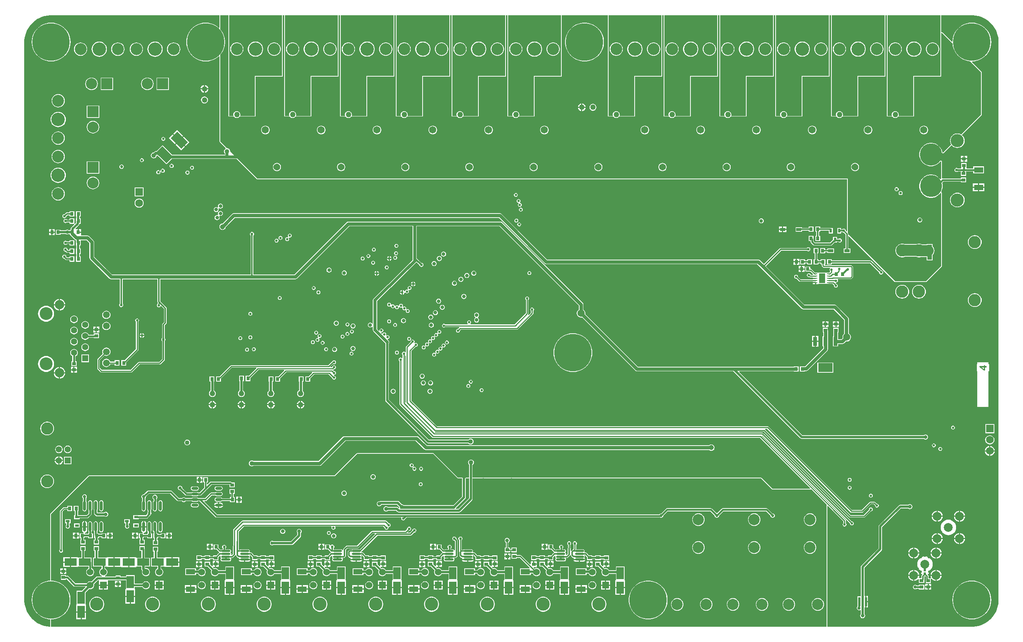
<source format=gbr>
%TF.GenerationSoftware,Altium Limited,Altium Designer,22.3.1 (43)*%
G04 Layer_Physical_Order=4*
G04 Layer_Color=16711680*
%FSLAX26Y26*%
%MOIN*%
%TF.SameCoordinates,F0E5A86D-29B0-4C41-8DB9-0BED1FB65684*%
%TF.FilePolarity,Positive*%
%TF.FileFunction,Copper,L4,Bot,Signal*%
%TF.Part,Single*%
G01*
G75*
%TA.AperFunction,SMDPad,CuDef*%
%ADD11R,0.031496X0.035433*%
%ADD17R,0.035433X0.031496*%
%ADD18R,0.033465X0.031496*%
G04:AMPARAMS|DCode=37|XSize=135.827mil|YSize=84.646mil|CornerRadius=0mil|HoleSize=0mil|Usage=FLASHONLY|Rotation=315.000|XOffset=0mil|YOffset=0mil|HoleType=Round|Shape=Rectangle|*
%AMROTATEDRECTD37*
4,1,4,-0.077949,0.018095,-0.018095,0.077949,0.077949,-0.018095,0.018095,-0.077949,-0.077949,0.018095,0.0*
%
%ADD37ROTATEDRECTD37*%

%ADD39R,0.031496X0.033465*%
%TA.AperFunction,Conductor*%
%ADD61C,0.010000*%
%ADD62C,0.012000*%
%ADD63C,0.020000*%
%ADD64C,0.013300*%
%ADD65C,0.016000*%
%ADD67C,0.022000*%
%ADD68C,0.015000*%
%ADD69C,0.025000*%
%ADD71C,0.030000*%
%ADD73C,0.014000*%
%ADD75C,0.018000*%
%TA.AperFunction,ComponentPad*%
%ADD77C,0.032000*%
%ADD78C,0.110236*%
%ADD79C,0.055118*%
%ADD80R,0.055118X0.055118*%
%ADD81C,0.334646*%
%ADD82C,0.078740*%
%ADD83C,0.110000*%
%ADD84C,0.065000*%
%ADD85C,0.100000*%
%ADD86C,0.068898*%
%ADD87R,0.068898X0.068898*%
%ADD88R,0.100000X0.100000*%
%ADD89C,0.120079*%
%ADD90C,0.106299*%
%ADD91C,0.060000*%
%ADD92C,0.118110*%
%ADD93C,0.196850*%
%ADD94R,0.060000X0.060000*%
%ADD95R,0.100000X0.100000*%
%ADD96C,0.049213*%
%ADD97C,0.061024*%
%ADD98C,0.082677*%
%ADD99C,0.114764*%
%TA.AperFunction,ViaPad*%
%ADD100C,0.032000*%
%ADD101C,0.022000*%
%ADD102C,0.024000*%
%ADD103C,0.040000*%
%ADD104C,0.050000*%
%ADD105C,0.045000*%
%ADD106C,0.027000*%
%ADD107C,0.028000*%
%ADD108C,0.035000*%
%TA.AperFunction,SMDPad,CuDef*%
%ADD109R,0.031496X0.009449*%
%ADD110R,0.055118X0.088583*%
%ADD111R,0.021654X0.025591*%
%ADD112O,0.061024X0.023622*%
%ADD113O,0.082677X0.017716*%
%ADD114R,0.082677X0.050000*%
%ADD115R,0.066929X0.110236*%
%ADD116R,0.047244X0.027559*%
%ADD117R,0.023622X0.037402*%
%ADD118R,0.092520X0.133858*%
%ADD119R,0.129921X0.078740*%
%ADD120R,0.035433X0.078740*%
%ADD121R,0.043307X0.131890*%
%ADD122R,0.019685X0.082677*%
%ADD123O,0.023622X0.086614*%
%ADD124R,0.110236X0.066929*%
%ADD125R,0.037402X0.023622*%
%TA.AperFunction,Conductor*%
%ADD126C,0.011000*%
%ADD127C,0.100000*%
G36*
X9219438Y5945000D02*
X8976275D01*
Y5589984D01*
X8974401Y5588109D01*
X8846794D01*
X8843750Y5592076D01*
X8844780Y5595919D01*
Y5604081D01*
X8842667Y5611966D01*
X8838586Y5619034D01*
X8832814Y5624806D01*
X8825745Y5628887D01*
X8817861Y5631000D01*
X8809698D01*
X8801814Y5628887D01*
X8794745Y5624806D01*
X8788973Y5619034D01*
X8784892Y5611966D01*
X8782780Y5604081D01*
Y5595919D01*
X8783809Y5592076D01*
X8780765Y5588109D01*
X8745000D01*
Y6489805D01*
X9219438D01*
Y5945000D01*
D02*
G37*
G36*
X8719438D02*
X8476275D01*
Y5589984D01*
X8474401Y5588109D01*
X8346794D01*
X8343750Y5592076D01*
X8344780Y5595919D01*
Y5604081D01*
X8342667Y5611966D01*
X8338586Y5619034D01*
X8332814Y5624806D01*
X8325745Y5628887D01*
X8317861Y5631000D01*
X8309698D01*
X8301814Y5628887D01*
X8294745Y5624806D01*
X8288973Y5619034D01*
X8284892Y5611966D01*
X8282780Y5604081D01*
Y5595919D01*
X8283809Y5592076D01*
X8280765Y5588109D01*
X8245000D01*
Y6489805D01*
X8719438D01*
Y5945000D01*
D02*
G37*
G36*
X8219438D02*
X7976275D01*
Y5589984D01*
X7974401Y5588109D01*
X7846794D01*
X7843750Y5592076D01*
X7844779Y5595919D01*
Y5604081D01*
X7842667Y5611966D01*
X7838586Y5619034D01*
X7832814Y5624806D01*
X7825745Y5628887D01*
X7817861Y5631000D01*
X7809698D01*
X7801814Y5628887D01*
X7794745Y5624806D01*
X7788973Y5619034D01*
X7784892Y5611966D01*
X7782779Y5604081D01*
Y5595919D01*
X7783809Y5592076D01*
X7780765Y5588109D01*
X7745000D01*
Y6489805D01*
X8219438D01*
Y5945000D01*
D02*
G37*
G36*
X7719438D02*
X7476275D01*
Y5589984D01*
X7474401Y5588109D01*
X7346794D01*
X7343750Y5592076D01*
X7344779Y5595919D01*
Y5604081D01*
X7342667Y5611966D01*
X7338586Y5619034D01*
X7332814Y5624806D01*
X7325745Y5628887D01*
X7317861Y5631000D01*
X7309698D01*
X7301814Y5628887D01*
X7294745Y5624806D01*
X7288973Y5619034D01*
X7284892Y5611966D01*
X7282779Y5604081D01*
Y5595919D01*
X7283809Y5592076D01*
X7280765Y5588109D01*
X7245000D01*
Y6489805D01*
X7719438D01*
Y5945000D01*
D02*
G37*
G36*
X7219438D02*
X6976275D01*
Y5589984D01*
X6974401Y5588109D01*
X6846794D01*
X6843750Y5592076D01*
X6844779Y5595919D01*
Y5604081D01*
X6842667Y5611966D01*
X6838586Y5619034D01*
X6832814Y5624806D01*
X6825745Y5628887D01*
X6817861Y5631000D01*
X6809698D01*
X6801814Y5628887D01*
X6794745Y5624806D01*
X6788973Y5619034D01*
X6784892Y5611966D01*
X6782779Y5604081D01*
Y5595919D01*
X6783809Y5592076D01*
X6780765Y5588109D01*
X6745000D01*
Y6489805D01*
X7219438D01*
Y5945000D01*
D02*
G37*
G36*
X6719438D02*
X6476275D01*
Y5589984D01*
X6474401Y5588109D01*
X6346794D01*
X6343750Y5592076D01*
X6344779Y5595919D01*
Y5604081D01*
X6342667Y5611966D01*
X6338586Y5619034D01*
X6332814Y5624806D01*
X6325745Y5628887D01*
X6317861Y5631000D01*
X6309698D01*
X6301814Y5628887D01*
X6294745Y5624806D01*
X6288973Y5619034D01*
X6284892Y5611966D01*
X6282779Y5604081D01*
Y5595919D01*
X6283809Y5592076D01*
X6280765Y5588109D01*
X6245000D01*
Y6489805D01*
X6719438D01*
Y5945000D01*
D02*
G37*
G36*
X5819438D02*
X5576275D01*
Y5589984D01*
X5574401Y5588109D01*
X5446794D01*
X5443750Y5592076D01*
X5444779Y5595919D01*
Y5604081D01*
X5442667Y5611966D01*
X5438586Y5619034D01*
X5432814Y5624806D01*
X5425745Y5628887D01*
X5417861Y5631000D01*
X5409698D01*
X5401814Y5628887D01*
X5394745Y5624806D01*
X5388973Y5619034D01*
X5384892Y5611966D01*
X5382779Y5604081D01*
Y5595919D01*
X5383809Y5592076D01*
X5380765Y5588109D01*
X5345000D01*
Y6489805D01*
X5819438D01*
Y5945000D01*
D02*
G37*
G36*
X5319438D02*
X5076275D01*
Y5589984D01*
X5074401Y5588109D01*
X4946794D01*
X4943750Y5592076D01*
X4944779Y5595919D01*
Y5604081D01*
X4942667Y5611966D01*
X4938586Y5619034D01*
X4932814Y5624806D01*
X4925745Y5628887D01*
X4917861Y5631000D01*
X4909698D01*
X4901814Y5628887D01*
X4894745Y5624806D01*
X4888973Y5619034D01*
X4884892Y5611966D01*
X4882779Y5604081D01*
Y5595919D01*
X4883809Y5592076D01*
X4880765Y5588109D01*
X4845000D01*
Y6489805D01*
X5319438D01*
Y5945000D01*
D02*
G37*
G36*
X4819438D02*
X4576275D01*
Y5589984D01*
X4574401Y5588109D01*
X4446794D01*
X4443750Y5592076D01*
X4444779Y5595919D01*
Y5604081D01*
X4442667Y5611966D01*
X4438586Y5619034D01*
X4432814Y5624806D01*
X4425745Y5628887D01*
X4417861Y5631000D01*
X4409698D01*
X4401814Y5628887D01*
X4394745Y5624806D01*
X4388973Y5619034D01*
X4384892Y5611966D01*
X4382779Y5604081D01*
Y5595919D01*
X4383809Y5592076D01*
X4380765Y5588109D01*
X4345000D01*
Y6489805D01*
X4819438D01*
Y5945000D01*
D02*
G37*
G36*
X4319438D02*
X4076276D01*
Y5589984D01*
X4074401Y5588109D01*
X3946794D01*
X3943750Y5592076D01*
X3944780Y5595919D01*
Y5604081D01*
X3942667Y5611966D01*
X3938586Y5619034D01*
X3932814Y5624806D01*
X3925745Y5628887D01*
X3917861Y5631000D01*
X3909698D01*
X3901814Y5628887D01*
X3894745Y5624806D01*
X3888973Y5619034D01*
X3884892Y5611966D01*
X3882780Y5604081D01*
Y5595919D01*
X3883809Y5592076D01*
X3880765Y5588109D01*
X3845000D01*
Y6489805D01*
X4319438D01*
Y5945000D01*
D02*
G37*
G36*
X3819438D02*
X3576276D01*
Y5589984D01*
X3574401Y5588109D01*
X3446794D01*
X3443750Y5592076D01*
X3444780Y5595919D01*
Y5604081D01*
X3442667Y5611966D01*
X3438586Y5619034D01*
X3432814Y5624806D01*
X3425745Y5628887D01*
X3417861Y5631000D01*
X3409698D01*
X3401814Y5628887D01*
X3394745Y5624806D01*
X3388973Y5619034D01*
X3384892Y5611966D01*
X3382780Y5604081D01*
Y5595919D01*
X3383809Y5592076D01*
X3380765Y5588109D01*
X3345000D01*
Y6489805D01*
X3819438D01*
Y5945000D01*
D02*
G37*
G36*
X3319438D02*
X3076276D01*
Y5589984D01*
X3074401Y5588109D01*
X2946794D01*
X2943750Y5592076D01*
X2944780Y5595919D01*
Y5604081D01*
X2942667Y5611966D01*
X2938586Y5619034D01*
X2932814Y5624806D01*
X2925745Y5628887D01*
X2917861Y5631000D01*
X2909698D01*
X2901814Y5628887D01*
X2894745Y5624806D01*
X2888973Y5619034D01*
X2884892Y5611966D01*
X2882780Y5604081D01*
Y5595919D01*
X2883809Y5592076D01*
X2880765Y5588109D01*
X2845000D01*
Y6489805D01*
X3319438D01*
Y5945000D01*
D02*
G37*
G36*
X2832506Y6489805D02*
X2838506Y6489805D01*
Y5588109D01*
X2840408Y5583517D01*
X2845000Y5581615D01*
X2880765D01*
X2881180Y5581787D01*
X2881613Y5581671D01*
X2883425Y5582717D01*
X2885357Y5583517D01*
X2889809Y5580130D01*
X2894745Y5575194D01*
X2901814Y5571113D01*
X2909698Y5569000D01*
X2917861D01*
X2925745Y5571113D01*
X2932814Y5575194D01*
X2937750Y5580130D01*
X2942202Y5583517D01*
X2944134Y5582717D01*
X2945946Y5581671D01*
X2946379Y5581787D01*
X2946794Y5581615D01*
X3074401D01*
X3078993Y5583517D01*
X3080868Y5585392D01*
X3082770Y5589984D01*
Y5938506D01*
X3319438D01*
X3324031Y5940408D01*
X3325933Y5945000D01*
Y6489805D01*
X3338506D01*
Y5588109D01*
X3340408Y5583517D01*
X3345000Y5581615D01*
X3380765D01*
X3381180Y5581787D01*
X3381613Y5581671D01*
X3383425Y5582717D01*
X3385357Y5583517D01*
X3389809Y5580130D01*
X3394745Y5575194D01*
X3401814Y5571113D01*
X3409698Y5569000D01*
X3417861D01*
X3425745Y5571113D01*
X3432814Y5575194D01*
X3437750Y5580130D01*
X3442202Y5583517D01*
X3444134Y5582717D01*
X3445946Y5581671D01*
X3446379Y5581787D01*
X3446794Y5581615D01*
X3574401D01*
X3578993Y5583517D01*
X3580868Y5585392D01*
X3582770Y5589984D01*
Y5938506D01*
X3819438D01*
X3824031Y5940408D01*
X3825933Y5945000D01*
Y6489805D01*
X3838506D01*
Y5588109D01*
X3840408Y5583517D01*
X3845000Y5581615D01*
X3880765D01*
X3881180Y5581787D01*
X3881613Y5581671D01*
X3883425Y5582717D01*
X3885357Y5583517D01*
X3889809Y5580130D01*
X3894745Y5575194D01*
X3901814Y5571113D01*
X3909698Y5569000D01*
X3917861D01*
X3925745Y5571113D01*
X3932814Y5575194D01*
X3937750Y5580130D01*
X3942202Y5583517D01*
X3944134Y5582717D01*
X3945946Y5581671D01*
X3946379Y5581787D01*
X3946794Y5581615D01*
X4074401D01*
X4078993Y5583517D01*
X4080868Y5585392D01*
X4082770Y5589984D01*
Y5938506D01*
X4319438D01*
X4324031Y5940408D01*
X4325933Y5945000D01*
Y6489805D01*
X4338506D01*
Y5588109D01*
X4340408Y5583517D01*
X4345000Y5581615D01*
X4380765D01*
X4381180Y5581787D01*
X4381613Y5581671D01*
X4383425Y5582717D01*
X4385357Y5583517D01*
X4389809Y5580130D01*
X4394745Y5575194D01*
X4401814Y5571113D01*
X4409698Y5569000D01*
X4417861D01*
X4425745Y5571113D01*
X4432814Y5575194D01*
X4437750Y5580130D01*
X4442202Y5583517D01*
X4444134Y5582717D01*
X4445946Y5581671D01*
X4446379Y5581787D01*
X4446794Y5581615D01*
X4574401D01*
X4578993Y5583517D01*
X4580868Y5585392D01*
X4582770Y5589984D01*
Y5938506D01*
X4819438D01*
X4824031Y5940408D01*
X4825933Y5945000D01*
Y6489805D01*
X4838506D01*
Y5588109D01*
X4840408Y5583517D01*
X4845000Y5581615D01*
X4880765D01*
X4881180Y5581787D01*
X4881613Y5581671D01*
X4883425Y5582717D01*
X4885357Y5583517D01*
X4889809Y5580130D01*
X4894745Y5575194D01*
X4901814Y5571113D01*
X4909698Y5569000D01*
X4917861D01*
X4925745Y5571113D01*
X4932814Y5575194D01*
X4937750Y5580130D01*
X4942202Y5583517D01*
X4944134Y5582717D01*
X4945946Y5581671D01*
X4946379Y5581787D01*
X4946794Y5581615D01*
X5074401D01*
X5078993Y5583517D01*
X5080868Y5585392D01*
X5082770Y5589984D01*
Y5938506D01*
X5319438D01*
X5324031Y5940408D01*
X5325933Y5945000D01*
Y6489804D01*
X5338506D01*
Y5588109D01*
X5340408Y5583517D01*
X5345000Y5581615D01*
X5380765D01*
X5381180Y5581787D01*
X5381613Y5581671D01*
X5383425Y5582717D01*
X5385357Y5583517D01*
X5389809Y5580130D01*
X5394745Y5575194D01*
X5401814Y5571113D01*
X5409698Y5569000D01*
X5417861D01*
X5425745Y5571113D01*
X5432814Y5575194D01*
X5437750Y5580130D01*
X5442202Y5583517D01*
X5444134Y5582717D01*
X5445946Y5581671D01*
X5446379Y5581787D01*
X5446794Y5581615D01*
X5574401D01*
X5578993Y5583517D01*
X5580868Y5585392D01*
X5582770Y5589984D01*
Y5938506D01*
X5819438D01*
X5824031Y5940408D01*
X5825933Y5945000D01*
Y6489804D01*
X6238506D01*
Y5588109D01*
X6240408Y5583517D01*
X6245000Y5581615D01*
X6280765D01*
X6281180Y5581787D01*
X6281613Y5581671D01*
X6283425Y5582717D01*
X6285357Y5583517D01*
X6289809Y5580130D01*
X6294745Y5575194D01*
X6301814Y5571113D01*
X6309698Y5569000D01*
X6317861D01*
X6325745Y5571113D01*
X6332814Y5575194D01*
X6337750Y5580130D01*
X6342202Y5583517D01*
X6344134Y5582717D01*
X6345946Y5581671D01*
X6346379Y5581787D01*
X6346794Y5581615D01*
X6474401D01*
X6478993Y5583517D01*
X6480868Y5585392D01*
X6482770Y5589984D01*
Y5938506D01*
X6719438D01*
X6724031Y5940408D01*
X6725933Y5945000D01*
Y6489804D01*
X6738506D01*
Y5588109D01*
X6740408Y5583517D01*
X6745000Y5581615D01*
X6780765D01*
X6781180Y5581787D01*
X6781613Y5581671D01*
X6783425Y5582717D01*
X6785357Y5583517D01*
X6789809Y5580130D01*
X6794745Y5575194D01*
X6801814Y5571113D01*
X6809698Y5569000D01*
X6817861D01*
X6825745Y5571113D01*
X6832814Y5575194D01*
X6837750Y5580130D01*
X6842202Y5583517D01*
X6844134Y5582717D01*
X6845946Y5581671D01*
X6846379Y5581787D01*
X6846794Y5581615D01*
X6974401D01*
X6978993Y5583517D01*
X6980868Y5585392D01*
X6982770Y5589984D01*
Y5938506D01*
X7219438D01*
X7224031Y5940408D01*
X7225933Y5945000D01*
Y6489804D01*
X7238506D01*
Y5588109D01*
X7240408Y5583517D01*
X7245000Y5581615D01*
X7280765D01*
X7281180Y5581787D01*
X7281613Y5581671D01*
X7283425Y5582717D01*
X7285357Y5583517D01*
X7289809Y5580130D01*
X7294745Y5575194D01*
X7301814Y5571113D01*
X7309698Y5569000D01*
X7317861D01*
X7325745Y5571113D01*
X7332814Y5575194D01*
X7337750Y5580130D01*
X7342202Y5583517D01*
X7344134Y5582717D01*
X7345946Y5581671D01*
X7346379Y5581787D01*
X7346794Y5581615D01*
X7474401D01*
X7478993Y5583517D01*
X7480868Y5585392D01*
X7482770Y5589984D01*
Y5938506D01*
X7719438D01*
X7724031Y5940408D01*
X7725933Y5945000D01*
Y6489804D01*
X7738506D01*
Y5588109D01*
X7740408Y5583517D01*
X7745000Y5581615D01*
X7780765D01*
X7781180Y5581787D01*
X7781613Y5581671D01*
X7783425Y5582717D01*
X7785357Y5583517D01*
X7789809Y5580130D01*
X7794745Y5575194D01*
X7801814Y5571113D01*
X7809698Y5569000D01*
X7817861D01*
X7825745Y5571113D01*
X7832814Y5575194D01*
X7837750Y5580130D01*
X7842202Y5583517D01*
X7844134Y5582717D01*
X7845946Y5581671D01*
X7846379Y5581787D01*
X7846794Y5581615D01*
X7974401D01*
X7978993Y5583517D01*
X7980868Y5585392D01*
X7982770Y5589984D01*
Y5938506D01*
X8219438D01*
X8224031Y5940408D01*
X8225933Y5945000D01*
Y6489804D01*
X8238506D01*
Y5588109D01*
X8240408Y5583517D01*
X8245000Y5581615D01*
X8280765D01*
X8281180Y5581787D01*
X8281613Y5581671D01*
X8283425Y5582717D01*
X8285357Y5583517D01*
X8289809Y5580130D01*
X8294745Y5575194D01*
X8301814Y5571113D01*
X8309698Y5569000D01*
X8317861D01*
X8325745Y5571113D01*
X8332814Y5575194D01*
X8337750Y5580130D01*
X8342202Y5583517D01*
X8344134Y5582717D01*
X8345946Y5581671D01*
X8346379Y5581787D01*
X8346794Y5581615D01*
X8474401D01*
X8478993Y5583517D01*
X8480868Y5585392D01*
X8482770Y5589984D01*
Y5938506D01*
X8719438D01*
X8724031Y5940408D01*
X8725933Y5945000D01*
Y6489804D01*
X8738506D01*
Y5588109D01*
X8740408Y5583517D01*
X8745000Y5581615D01*
X8780765D01*
X8781180Y5581787D01*
X8781613Y5581671D01*
X8783425Y5582717D01*
X8785357Y5583517D01*
X8789809Y5580130D01*
X8794745Y5575194D01*
X8801814Y5571113D01*
X8809698Y5569000D01*
X8817861D01*
X8825745Y5571113D01*
X8832814Y5575194D01*
X8837750Y5580130D01*
X8842202Y5583517D01*
X8844134Y5582717D01*
X8845946Y5581671D01*
X8846379Y5581787D01*
X8846794Y5581615D01*
X8974401D01*
X8978993Y5583517D01*
X8980868Y5585392D01*
X8982770Y5589984D01*
Y5938506D01*
X9219438D01*
X9224031Y5940408D01*
X9225933Y5945000D01*
Y6328972D01*
X9231476Y6331269D01*
X9327067Y6235677D01*
X9329643Y6216114D01*
X9335523Y6194168D01*
X9344218Y6173177D01*
X9355578Y6153500D01*
X9369409Y6135475D01*
X9385475Y6119409D01*
X9403500Y6105578D01*
X9423177Y6094218D01*
X9444168Y6085523D01*
X9466114Y6079643D01*
X9485677Y6077067D01*
X9583499Y5979246D01*
Y5600000D01*
X9404461Y5420963D01*
X9400815Y5423399D01*
X9388976Y5428303D01*
X9376407Y5430803D01*
X9363593D01*
X9351024Y5428303D01*
X9339185Y5423399D01*
X9328530Y5416280D01*
X9319468Y5407218D01*
X9312349Y5396563D01*
X9307445Y5384724D01*
X9304945Y5372155D01*
Y5359341D01*
X9307445Y5346772D01*
X9312349Y5334933D01*
X9314785Y5331287D01*
X9242227Y5258729D01*
X9236521Y5260583D01*
X9235633Y5266185D01*
X9230554Y5281818D01*
X9223092Y5296463D01*
X9213431Y5309761D01*
X9201808Y5321383D01*
X9188510Y5331045D01*
X9173865Y5338507D01*
X9158233Y5343586D01*
X9141998Y5346158D01*
X9125561D01*
X9109326Y5343586D01*
X9093694Y5338507D01*
X9079049Y5331045D01*
X9065751Y5321383D01*
X9054128Y5309761D01*
X9044467Y5296463D01*
X9037005Y5281818D01*
X9031926Y5266185D01*
X9029354Y5249951D01*
Y5233514D01*
X9031926Y5217279D01*
X9037005Y5201647D01*
X9044467Y5187002D01*
X9054128Y5173704D01*
X9065751Y5162081D01*
X9079049Y5152420D01*
X9093694Y5144958D01*
X9109326Y5139878D01*
X9125561Y5137307D01*
X9141998D01*
X9158233Y5139878D01*
X9173865Y5144958D01*
X9188510Y5152420D01*
X9201808Y5162081D01*
X9213431Y5173704D01*
X9219000Y5181369D01*
X9225000Y5179420D01*
Y5024365D01*
X9223255Y5022814D01*
X9215348Y5023657D01*
X9213431Y5026296D01*
X9201808Y5037919D01*
X9188510Y5047580D01*
X9173865Y5055042D01*
X9158233Y5060122D01*
X9141998Y5062693D01*
X9125561D01*
X9109326Y5060122D01*
X9093694Y5055042D01*
X9079049Y5047580D01*
X9065751Y5037919D01*
X9054128Y5026296D01*
X9044467Y5012998D01*
X9037005Y4998353D01*
X9031926Y4982721D01*
X9029354Y4966486D01*
Y4950049D01*
X9031926Y4933815D01*
X9037005Y4918182D01*
X9044467Y4903537D01*
X9054128Y4890239D01*
X9065751Y4878617D01*
X9079049Y4868955D01*
X9093694Y4861493D01*
X9109326Y4856414D01*
X9125561Y4853842D01*
X9141998D01*
X9158233Y4856414D01*
X9173865Y4861493D01*
X9188510Y4868955D01*
X9201808Y4878617D01*
X9213431Y4890239D01*
X9219000Y4897905D01*
X9225000Y4895955D01*
Y4240879D01*
X9089436Y4105315D01*
X8814266Y4105315D01*
X8393489Y4526092D01*
Y4530029D01*
X8392558Y4534712D01*
X8389906Y4538681D01*
X8387803Y4540784D01*
Y5025000D01*
X3098742D01*
X2855238Y5268504D01*
Y5273529D01*
X2853194Y5281159D01*
X2849244Y5288000D01*
X2843659Y5293586D01*
X2836818Y5297535D01*
X2829188Y5299580D01*
X2824162D01*
X2765000Y5358743D01*
Y6134884D01*
X2765591Y6135475D01*
X2779422Y6153500D01*
X2790782Y6173177D01*
X2799477Y6194168D01*
X2805357Y6216114D01*
X2808323Y6238640D01*
Y6261360D01*
X2805357Y6283886D01*
X2799477Y6305832D01*
X2790782Y6326823D01*
X2779422Y6346500D01*
X2765591Y6364525D01*
X2765000Y6365116D01*
Y6489805D01*
X2832506D01*
D02*
G37*
G36*
X2752505D02*
X2758506Y6489805D01*
Y6380201D01*
X2752506Y6377482D01*
X2740739Y6387801D01*
X2721847Y6400424D01*
X2701470Y6410473D01*
X2679956Y6417776D01*
X2657672Y6422209D01*
X2635000Y6423695D01*
X2612328Y6422209D01*
X2590044Y6417776D01*
X2568530Y6410473D01*
X2548153Y6400424D01*
X2529261Y6387801D01*
X2512179Y6372821D01*
X2497199Y6355739D01*
X2484576Y6336847D01*
X2474527Y6316470D01*
X2467224Y6294956D01*
X2462791Y6272672D01*
X2461305Y6250000D01*
X2462791Y6227328D01*
X2467224Y6205044D01*
X2474527Y6183530D01*
X2484576Y6163153D01*
X2497199Y6144261D01*
X2512179Y6127179D01*
X2529261Y6112199D01*
X2548153Y6099576D01*
X2568530Y6089527D01*
X2590044Y6082224D01*
X2612328Y6077791D01*
X2635000Y6076305D01*
X2657672Y6077791D01*
X2679956Y6082224D01*
X2701470Y6089527D01*
X2721847Y6099576D01*
X2740739Y6112199D01*
X2752506Y6122518D01*
X2758506Y6119799D01*
Y5358743D01*
X2760408Y5354150D01*
X2814705Y5299853D01*
X2813297Y5292776D01*
X2812126Y5292291D01*
X2806695Y5288123D01*
X2802528Y5282692D01*
X2799908Y5276367D01*
X2799014Y5269580D01*
X2799908Y5262792D01*
X2802528Y5256468D01*
X2806695Y5251036D01*
X2807232Y5250625D01*
Y5239365D01*
X2333220D01*
X2247553Y5325032D01*
X2194420Y5271900D01*
X2188323D01*
X2181104Y5270464D01*
X2174985Y5266375D01*
X2168580Y5259970D01*
X2162312Y5259145D01*
X2155987Y5256525D01*
X2150556Y5252357D01*
X2146388Y5246926D01*
X2143769Y5240601D01*
X2142875Y5233814D01*
X2143769Y5227026D01*
X2146388Y5220702D01*
X2150556Y5215270D01*
X2155987Y5211103D01*
X2162312Y5208483D01*
X2169099Y5207589D01*
X2175887Y5208483D01*
X2182211Y5211103D01*
X2187643Y5215270D01*
X2191810Y5220702D01*
X2194430Y5227026D01*
X2195255Y5233294D01*
X2196136Y5234175D01*
X2201220D01*
X2210135Y5225261D01*
X2211680Y5224228D01*
X2283744Y5152164D01*
X2333220Y5201641D01*
X2815587D01*
X2816837Y5201889D01*
X2818087Y5201641D01*
X2912917D01*
X3094150Y5020408D01*
X3098742Y5018506D01*
X8381308D01*
Y4555118D01*
X8375765Y4552821D01*
X8370429Y4558158D01*
X8370603Y4559033D01*
X8369206Y4566056D01*
X8365228Y4572010D01*
X8359273Y4575989D01*
X8352250Y4577386D01*
X8345227Y4575989D01*
X8339273Y4572010D01*
X8338777Y4571268D01*
X8329299D01*
Y4583734D01*
X8293677D01*
Y4534332D01*
X8329299D01*
Y4546798D01*
X8338777D01*
X8339273Y4546056D01*
X8345227Y4542078D01*
X8352250Y4540681D01*
X8353126Y4540855D01*
X8369019Y4524961D01*
Y4398543D01*
X8351632D01*
Y4358984D01*
X8410876D01*
Y4398543D01*
X8393489D01*
Y4509068D01*
X8399032Y4511364D01*
X8809674Y4100723D01*
X8814266Y4098820D01*
X9089436Y4098820D01*
X9094028Y4100722D01*
X9229592Y4236287D01*
X9231494Y4240879D01*
Y4895955D01*
X9230907Y4897373D01*
X9230786Y4898904D01*
X9229992Y4899582D01*
X9229592Y4900547D01*
X9228174Y4901135D01*
X9227007Y4902132D01*
X9225070Y4907383D01*
X9227111Y4910713D01*
X9233401Y4925899D01*
X9237238Y4941882D01*
X9238528Y4958268D01*
X9237238Y4974654D01*
X9233676Y4989490D01*
X9243905Y4999719D01*
X9400637D01*
Y4991735D01*
X9448070D01*
Y5035231D01*
X9400637D01*
Y5027248D01*
X9238203D01*
X9237494Y5027107D01*
X9231494Y5031904D01*
Y5179420D01*
X9230907Y5180838D01*
X9230786Y5182368D01*
X9229992Y5183047D01*
X9229592Y5184012D01*
X9228174Y5184599D01*
X9227007Y5185596D01*
X9221007Y5187546D01*
X9219477Y5187426D01*
X9217984Y5187784D01*
X9217093Y5187238D01*
X9216052Y5187156D01*
X9215055Y5185989D01*
X9213746Y5185187D01*
X9208477Y5177934D01*
X9197577Y5167035D01*
X9185106Y5157974D01*
X9171372Y5150976D01*
X9156712Y5146213D01*
X9141487Y5143801D01*
X9126072D01*
X9110847Y5146213D01*
X9096188Y5150976D01*
X9082453Y5157974D01*
X9069982Y5167035D01*
X9059082Y5177934D01*
X9050021Y5190406D01*
X9043023Y5204140D01*
X9038260Y5218800D01*
X9035849Y5234025D01*
Y5249440D01*
X9038260Y5264664D01*
X9043023Y5279324D01*
X9050021Y5293059D01*
X9059082Y5305530D01*
X9069982Y5316430D01*
X9082453Y5325490D01*
X9096187Y5332488D01*
X9110847Y5337252D01*
X9126072Y5339663D01*
X9141487D01*
X9156712Y5337252D01*
X9171371Y5332489D01*
X9185106Y5325490D01*
X9197577Y5316430D01*
X9208477Y5305530D01*
X9217538Y5293059D01*
X9224535Y5279325D01*
X9229299Y5264664D01*
X9230106Y5259567D01*
X9230652Y5258676D01*
X9230734Y5257634D01*
X9231901Y5256637D01*
X9232703Y5255328D01*
X9233719Y5255085D01*
X9234514Y5254406D01*
X9240220Y5252552D01*
X9241262Y5252634D01*
X9242227Y5252234D01*
X9243645Y5252822D01*
X9245176Y5252942D01*
X9245854Y5253736D01*
X9246819Y5254136D01*
X9315403Y5322720D01*
X9321396Y5322425D01*
X9323776Y5319525D01*
X9333682Y5311395D01*
X9344984Y5305354D01*
X9357247Y5301634D01*
X9370000Y5300378D01*
X9382753Y5301634D01*
X9395016Y5305354D01*
X9406318Y5311395D01*
X9416224Y5319525D01*
X9424353Y5329430D01*
X9430394Y5340732D01*
X9434114Y5352995D01*
X9435370Y5365748D01*
X9434114Y5378501D01*
X9430394Y5390764D01*
X9424353Y5402066D01*
X9416224Y5411971D01*
X9413323Y5414352D01*
X9413028Y5420345D01*
X9588091Y5595408D01*
X9589993Y5600000D01*
Y5979246D01*
X9588091Y5983838D01*
X9501536Y6070393D01*
X9503856Y6076558D01*
X9522672Y6077791D01*
X9544956Y6082224D01*
X9566470Y6089527D01*
X9586847Y6099576D01*
X9605739Y6112199D01*
X9622821Y6127179D01*
X9637801Y6144261D01*
X9650424Y6163153D01*
X9660473Y6183530D01*
X9667776Y6205044D01*
X9672209Y6227328D01*
X9673695Y6250000D01*
X9672209Y6272672D01*
X9667776Y6294956D01*
X9660473Y6316470D01*
X9650424Y6336847D01*
X9637801Y6355739D01*
X9622821Y6372821D01*
X9605739Y6387801D01*
X9586847Y6400424D01*
X9566470Y6410473D01*
X9544956Y6417776D01*
X9522672Y6422209D01*
X9500000Y6423695D01*
X9477328Y6422209D01*
X9455044Y6417776D01*
X9433530Y6410473D01*
X9413153Y6400424D01*
X9394261Y6387801D01*
X9377179Y6372821D01*
X9362199Y6355739D01*
X9349576Y6336847D01*
X9339527Y6316470D01*
X9332224Y6294956D01*
X9327791Y6272672D01*
X9326558Y6253856D01*
X9320393Y6251536D01*
X9236068Y6335861D01*
X9234875Y6336355D01*
X9233961Y6337269D01*
X9232670D01*
X9231476Y6337763D01*
X9225933Y6340758D01*
Y6489804D01*
X9500000D01*
X9511781D01*
X9535229Y6487494D01*
X9558338Y6482898D01*
X9580885Y6476058D01*
X9602653Y6467042D01*
X9623433Y6455934D01*
X9643024Y6442844D01*
X9661237Y6427897D01*
X9677898Y6411236D01*
X9692845Y6393023D01*
X9705935Y6373432D01*
X9717042Y6352653D01*
X9726059Y6330885D01*
X9732898Y6308337D01*
X9737495Y6285228D01*
X9739805Y6261780D01*
X9739804Y6250000D01*
X9739804Y6250000D01*
X9739804Y6249999D01*
X9739805Y1250000D01*
Y1238219D01*
X9737495Y1214771D01*
X9732898Y1191662D01*
X9726059Y1169115D01*
X9717042Y1147347D01*
X9705935Y1126566D01*
X9692845Y1106976D01*
X9677897Y1088763D01*
X9661237Y1072102D01*
X9643024Y1057155D01*
X9623433Y1044064D01*
X9602653Y1032958D01*
X9580885Y1023941D01*
X9558338Y1017101D01*
X9535229Y1012505D01*
X9511781Y1010195D01*
X8206494D01*
Y2090176D01*
X8212038Y2092472D01*
X8348784Y1955725D01*
Y1937952D01*
X8347744Y1937256D01*
X8343986Y1931633D01*
X8342667Y1925000D01*
X8343986Y1918367D01*
X8347744Y1912744D01*
X8353367Y1908986D01*
X8360000Y1907667D01*
X8366633Y1908986D01*
X8372256Y1912744D01*
X8376014Y1918367D01*
X8377333Y1925000D01*
X8376014Y1931633D01*
X8372256Y1937256D01*
X8371216Y1937952D01*
Y1960370D01*
X8371216Y1960371D01*
X8370362Y1964663D01*
X8367931Y1968302D01*
X7618037Y2718196D01*
X7620017Y2724700D01*
X7620290Y2724754D01*
X8407911Y1937133D01*
X8407667Y1935906D01*
X8408986Y1929272D01*
X8412744Y1923649D01*
X8418367Y1919892D01*
X8425000Y1918572D01*
X8431633Y1919892D01*
X8437256Y1923649D01*
X8441014Y1929272D01*
X8442333Y1935906D01*
X8441014Y1942539D01*
X8437256Y1948162D01*
X8431633Y1951919D01*
X8425000Y1953238D01*
X8423772Y1952994D01*
X7628836Y2747931D01*
X7625198Y2750362D01*
X7620905Y2751216D01*
X7620905Y2751215D01*
X4689167D01*
X4687920Y2753081D01*
X4688886Y2755729D01*
X4691324Y2758785D01*
X7635354D01*
X8402069Y1992070D01*
X8402069Y1992069D01*
X8405708Y1989638D01*
X8410000Y1988784D01*
X8534004D01*
X8534005Y1988784D01*
X8538297Y1989638D01*
X8541935Y1992069D01*
X8593772Y2043907D01*
X8595000Y2043662D01*
X8601633Y2044982D01*
X8607256Y2048739D01*
X8611014Y2054362D01*
X8612333Y2060995D01*
X8611014Y2067628D01*
X8607256Y2073252D01*
X8601633Y2077009D01*
X8595000Y2078328D01*
X8588367Y2077009D01*
X8582744Y2073252D01*
X8578986Y2067628D01*
X8577667Y2060995D01*
X8577911Y2059768D01*
X8529359Y2011216D01*
X8414646D01*
X7648077Y2777785D01*
X7648099Y2778412D01*
X7649970Y2783785D01*
X7666350D01*
X8413065Y2037070D01*
X8413065Y2037069D01*
X8416703Y2034638D01*
X8420995Y2033784D01*
X8420996Y2033784D01*
X8517233D01*
X8517233Y2033784D01*
X8521525Y2034638D01*
X8525164Y2037069D01*
X8596879Y2108785D01*
X8620354D01*
X8632911Y2096228D01*
X8632667Y2095000D01*
X8633986Y2088367D01*
X8637744Y2082744D01*
X8643367Y2078986D01*
X8650000Y2077667D01*
X8656633Y2078986D01*
X8662256Y2082744D01*
X8666014Y2088367D01*
X8667333Y2095000D01*
X8666014Y2101633D01*
X8662256Y2107256D01*
X8656633Y2111014D01*
X8650000Y2112333D01*
X8648772Y2112089D01*
X8632931Y2127931D01*
X8629292Y2130362D01*
X8625000Y2131216D01*
X8624999Y2131215D01*
X8592233D01*
X8587941Y2130362D01*
X8584302Y2127931D01*
X8584302Y2127930D01*
X8512587Y2056215D01*
X8425641D01*
X7678926Y2802931D01*
X7675287Y2805362D01*
X7670995Y2806216D01*
X7670995Y2806215D01*
X4709646D01*
X4478088Y3037773D01*
Y3481374D01*
X4516656Y3519941D01*
X4517883Y3519697D01*
X4524516Y3521016D01*
X4530140Y3524773D01*
X4533897Y3530396D01*
X4535216Y3537030D01*
X4533897Y3543663D01*
X4530140Y3549286D01*
X4524516Y3553043D01*
X4517883Y3554363D01*
X4511250Y3553043D01*
X4508400Y3551139D01*
X4504074Y3555465D01*
X4506014Y3558367D01*
X4507333Y3565000D01*
X4506014Y3571633D01*
X4502256Y3577256D01*
X4496633Y3581014D01*
X4490000Y3582333D01*
X4483367Y3581014D01*
X4477744Y3577256D01*
X4473986Y3571633D01*
X4472667Y3565000D01*
X4472911Y3563772D01*
X4432069Y3522931D01*
X4429638Y3519292D01*
X4428784Y3515000D01*
X4428784Y3514999D01*
Y3471626D01*
X4422799Y3469784D01*
X4417176Y3473541D01*
X4410543Y3474861D01*
X4403909Y3473541D01*
X4398286Y3469784D01*
X4394529Y3464161D01*
X4393210Y3457528D01*
X4394529Y3450895D01*
X4398286Y3445271D01*
X4399327Y3444576D01*
Y3419776D01*
X4396791Y3418225D01*
X4393327Y3417229D01*
X4388581Y3420400D01*
X4381948Y3421720D01*
X4375315Y3420400D01*
X4369692Y3416643D01*
X4365935Y3411020D01*
X4364615Y3404387D01*
X4365935Y3397753D01*
X4369692Y3392130D01*
X4370733Y3391435D01*
Y3006031D01*
X4370733Y3006030D01*
X4371586Y3001738D01*
X4374017Y2998100D01*
X4665048Y2707070D01*
X4665048Y2707069D01*
X4668686Y2704638D01*
X4672979Y2703785D01*
X7600725D01*
X8052472Y2252038D01*
X8050176Y2246494D01*
X7713742Y2246495D01*
X7615644Y2344592D01*
X7611051Y2346494D01*
X5383666D01*
X5375222Y2348174D01*
X5366777Y2346494D01*
X5130107D01*
X5121663Y2348174D01*
X5113218Y2346494D01*
X5026844D01*
Y2460025D01*
X5031234Y2463394D01*
X5035402Y2468825D01*
X5038022Y2475150D01*
X5038915Y2481937D01*
X5038022Y2488725D01*
X5035402Y2495050D01*
X5031234Y2500481D01*
X5025803Y2504648D01*
X5019478Y2507268D01*
X5012691Y2508162D01*
X5005904Y2507268D01*
X4999579Y2504648D01*
X4994147Y2500481D01*
X4989980Y2495050D01*
X4987360Y2488725D01*
X4986467Y2481937D01*
X4987360Y2475150D01*
X4989980Y2468825D01*
X4994147Y2463394D01*
X4994217Y2463341D01*
Y2346494D01*
X4965179D01*
X4960587Y2344592D01*
X4958685Y2340000D01*
Y2171142D01*
X4957820Y2166794D01*
X4955357Y2163107D01*
X4869989Y2077739D01*
X4869886Y2077491D01*
X4869647Y2077370D01*
X4868949Y2075228D01*
X4868086Y2073147D01*
X4868189Y2072899D01*
X4868106Y2072644D01*
X4864546Y2067786D01*
X4863867Y2067147D01*
X4379582D01*
X4377554Y2069850D01*
X4376793Y2073147D01*
X4377154Y2073508D01*
Y2074173D01*
X4377524Y2074726D01*
X4377154Y2076584D01*
Y2078478D01*
X4376122Y2080970D01*
Y2084782D01*
X4374220Y2089374D01*
X4354589Y2109005D01*
X4349997Y2110907D01*
X4210062D01*
X4208868Y2110412D01*
X4207577D01*
X4206663Y2109499D01*
X4205470Y2109005D01*
X4204975Y2107811D01*
X4204062Y2106898D01*
X4202443Y2102989D01*
X4198081Y2098627D01*
X4192382Y2096266D01*
X4186213D01*
X4180514Y2098627D01*
X4176152Y2102988D01*
X4173792Y2108687D01*
Y2114856D01*
X4176152Y2120555D01*
X4180514Y2124917D01*
X4186213Y2127277D01*
X4192224D01*
X4193974Y2128002D01*
X4195832Y2128372D01*
X4197790Y2129680D01*
X4202138Y2130545D01*
X4356115D01*
X4360463Y2129680D01*
X4364150Y2127216D01*
X4388106Y2103261D01*
X4392698Y2101359D01*
X4396510D01*
X4402760Y2098770D01*
X4405456Y2096074D01*
X4410048Y2094172D01*
X4855959D01*
X4860551Y2096074D01*
X4937144Y2172668D01*
X4939047Y2177260D01*
Y2340000D01*
X4937144Y2344592D01*
X4932552Y2346494D01*
X4896505D01*
X4678407Y2564592D01*
X4673815Y2566494D01*
X3992433Y2566494D01*
X3987840Y2564592D01*
X3789908Y2366659D01*
X1589205Y2366660D01*
X1584612Y2364757D01*
X1245408Y2025553D01*
X1243506Y2020960D01*
Y1423323D01*
X1243471Y1423267D01*
X1227328Y1422209D01*
X1205044Y1417776D01*
X1183530Y1410473D01*
X1163153Y1400424D01*
X1144261Y1387801D01*
X1127179Y1372821D01*
X1112199Y1355739D01*
X1099576Y1336847D01*
X1089527Y1316470D01*
X1082224Y1294956D01*
X1077791Y1272672D01*
X1076305Y1250000D01*
X1077791Y1227328D01*
X1082224Y1205044D01*
X1089527Y1183530D01*
X1099576Y1163153D01*
X1112199Y1144261D01*
X1127179Y1127179D01*
X1144261Y1112199D01*
X1163153Y1099576D01*
X1183530Y1089527D01*
X1205044Y1082224D01*
X1227328Y1077791D01*
X1243471Y1076733D01*
X1243506Y1076677D01*
Y1011864D01*
X1237505Y1010266D01*
X1214771Y1012505D01*
X1191662Y1017101D01*
X1169115Y1023941D01*
X1147347Y1032958D01*
X1126566Y1044065D01*
X1106976Y1057155D01*
X1088763Y1072102D01*
X1072102Y1088763D01*
X1057155Y1106976D01*
X1044064Y1126567D01*
X1032958Y1147347D01*
X1023941Y1169115D01*
X1017101Y1191662D01*
X1012505Y1214771D01*
X1010195Y1238219D01*
X1010195Y1250000D01*
X1010195Y6250000D01*
Y6261781D01*
X1012505Y6285229D01*
X1017101Y6308338D01*
X1023941Y6330885D01*
X1032958Y6352653D01*
X1044065Y6373433D01*
X1057155Y6393024D01*
X1072102Y6411237D01*
X1088763Y6427898D01*
X1106976Y6442845D01*
X1126567Y6455935D01*
X1147347Y6467042D01*
X1169115Y6476059D01*
X1191662Y6482899D01*
X1214771Y6487495D01*
X1238219Y6489805D01*
X1250000Y6489805D01*
X2752505Y6489805D01*
D02*
G37*
G36*
X4428784Y3437044D02*
Y3022465D01*
X4424004Y3019083D01*
X4422908Y3018873D01*
X4421758Y3019515D01*
Y3439314D01*
X4422784Y3440072D01*
X4428784Y3437044D01*
D02*
G37*
G36*
X4673815Y2560000D02*
X4893815Y2340000D01*
X4932552D01*
Y2177260D01*
X4855959Y2100666D01*
X4410048D01*
X4406439Y2104275D01*
X4397802Y2107853D01*
X4392698D01*
X4368290Y2132261D01*
X4362997Y2135798D01*
X4356754Y2137039D01*
X4201499D01*
X4195256Y2135798D01*
X4192224Y2133772D01*
X4184921D01*
X4176836Y2130422D01*
X4170647Y2124234D01*
X4167297Y2116148D01*
Y2107396D01*
X4170647Y2099310D01*
X4176836Y2093121D01*
X4184921Y2089772D01*
X4193674D01*
X4201760Y2093121D01*
X4207948Y2099310D01*
X4210062Y2104412D01*
X4349997D01*
X4369627Y2084782D01*
Y2079679D01*
X4371154Y2075993D01*
X4366067Y2072594D01*
X4360551Y2078110D01*
X4355259Y2081646D01*
X4349016Y2082888D01*
X4267921D01*
X4264312Y2086497D01*
X4255674Y2090075D01*
X4246326D01*
X4237688Y2086497D01*
X4231078Y2079887D01*
X4227500Y2071249D01*
Y2061900D01*
X4231078Y2053263D01*
X4237688Y2046652D01*
X4246326Y2043075D01*
X4255674D01*
X4264312Y2046652D01*
X4267921Y2050261D01*
X4342258D01*
X4353222Y2039298D01*
X4358515Y2035762D01*
X4364757Y2034520D01*
X4906013D01*
X4912256Y2035762D01*
X4917549Y2039298D01*
X5022066Y2143815D01*
X5025602Y2149107D01*
X5026844Y2155350D01*
Y2340000D01*
X7611051D01*
X7711052Y2240000D01*
X8064510Y2240000D01*
X8200000Y2104510D01*
Y1010195D01*
X1250000D01*
Y1076677D01*
X1261360D01*
X1283886Y1079643D01*
X1305832Y1085523D01*
X1326823Y1094218D01*
X1346500Y1105578D01*
X1364525Y1119409D01*
X1380591Y1135475D01*
X1394422Y1153500D01*
X1405782Y1173177D01*
X1414477Y1194168D01*
X1420357Y1216114D01*
X1423323Y1238640D01*
Y1261360D01*
X1420357Y1283886D01*
X1414477Y1305832D01*
X1405782Y1326823D01*
X1394422Y1346500D01*
X1380591Y1364525D01*
X1364525Y1380591D01*
X1346500Y1394422D01*
X1326823Y1405782D01*
X1305832Y1414477D01*
X1283886Y1420357D01*
X1261360Y1423323D01*
X1250000D01*
Y2020960D01*
X1589205Y2360165D01*
X3792598Y2360165D01*
X3992433Y2560000D01*
X4673815Y2560000D01*
D02*
G37*
G36*
X4994217Y2162108D02*
X4899256Y2067147D01*
X4876564D01*
X4874690Y2071744D01*
X4874581Y2073147D01*
X4960401Y2158967D01*
X4963937Y2164260D01*
X4965179Y2170502D01*
Y2340000D01*
X4994217D01*
Y2162108D01*
D02*
G37*
%LPC*%
G36*
X9154251Y6245567D02*
X9142600D01*
X9131172Y6243294D01*
X9120407Y6238835D01*
X9110719Y6232362D01*
X9102481Y6224123D01*
X9096007Y6214435D01*
X9091549Y6203671D01*
X9089276Y6192243D01*
Y6180592D01*
X9091549Y6169164D01*
X9096007Y6158400D01*
X9102481Y6148712D01*
X9110719Y6140473D01*
X9120407Y6134000D01*
X9131172Y6129541D01*
X9142600Y6127268D01*
X9154251D01*
X9165678Y6129541D01*
X9176443Y6134000D01*
X9186131Y6140473D01*
X9194370Y6148712D01*
X9200843Y6158400D01*
X9205302Y6169164D01*
X9207575Y6180592D01*
Y6192243D01*
X9205302Y6203671D01*
X9200843Y6214435D01*
X9194370Y6224123D01*
X9186131Y6232362D01*
X9176443Y6238835D01*
X9165678Y6243294D01*
X9154251Y6245567D01*
D02*
G37*
G36*
X8819605D02*
X8807954D01*
X8796526Y6243294D01*
X8785762Y6238835D01*
X8776074Y6232362D01*
X8767835Y6224123D01*
X8761362Y6214435D01*
X8756903Y6203671D01*
X8754630Y6192243D01*
Y6180592D01*
X8756903Y6169164D01*
X8761362Y6158400D01*
X8767835Y6148712D01*
X8776074Y6140473D01*
X8785762Y6134000D01*
X8796526Y6129541D01*
X8807954Y6127268D01*
X8819605D01*
X8831033Y6129541D01*
X8841797Y6134000D01*
X8851485Y6140473D01*
X8859724Y6148712D01*
X8866197Y6158400D01*
X8870656Y6169164D01*
X8872929Y6180592D01*
Y6192243D01*
X8870656Y6203671D01*
X8866197Y6214435D01*
X8859724Y6224123D01*
X8851485Y6232362D01*
X8841797Y6238835D01*
X8831033Y6243294D01*
X8819605Y6245567D01*
D02*
G37*
G36*
X8987804Y6254457D02*
X8974401D01*
X8961256Y6251842D01*
X8948874Y6246713D01*
X8937730Y6239267D01*
X8928253Y6229790D01*
X8920807Y6218646D01*
X8915678Y6206264D01*
X8913063Y6193119D01*
Y6179716D01*
X8915678Y6166571D01*
X8920807Y6154189D01*
X8928253Y6143045D01*
X8937730Y6133568D01*
X8948874Y6126122D01*
X8961256Y6120993D01*
X8974401Y6118378D01*
X8987804D01*
X9000949Y6120993D01*
X9013331Y6126122D01*
X9024475Y6133568D01*
X9033952Y6143045D01*
X9041398Y6154189D01*
X9046527Y6166571D01*
X9049142Y6179716D01*
Y6193119D01*
X9046527Y6206264D01*
X9041398Y6218646D01*
X9033952Y6229790D01*
X9024475Y6239267D01*
X9013331Y6246713D01*
X9000949Y6251842D01*
X8987804Y6254457D01*
D02*
G37*
G36*
X8654251Y6245567D02*
X8642600D01*
X8631172Y6243294D01*
X8620407Y6238835D01*
X8610719Y6232362D01*
X8602481Y6224123D01*
X8596007Y6214435D01*
X8591549Y6203671D01*
X8589276Y6192243D01*
Y6180592D01*
X8591549Y6169164D01*
X8596007Y6158400D01*
X8602481Y6148712D01*
X8610719Y6140473D01*
X8620407Y6134000D01*
X8631172Y6129541D01*
X8642600Y6127268D01*
X8654251D01*
X8665678Y6129541D01*
X8676443Y6134000D01*
X8686131Y6140473D01*
X8694370Y6148712D01*
X8700843Y6158400D01*
X8705302Y6169164D01*
X8707575Y6180592D01*
Y6192243D01*
X8705302Y6203671D01*
X8700843Y6214435D01*
X8694370Y6224123D01*
X8686131Y6232362D01*
X8676443Y6238835D01*
X8665678Y6243294D01*
X8654251Y6245567D01*
D02*
G37*
G36*
X8319605D02*
X8307954D01*
X8296526Y6243294D01*
X8285762Y6238835D01*
X8276074Y6232362D01*
X8267835Y6224123D01*
X8261362Y6214435D01*
X8256903Y6203671D01*
X8254630Y6192243D01*
Y6180592D01*
X8256903Y6169164D01*
X8261362Y6158400D01*
X8267835Y6148712D01*
X8276074Y6140473D01*
X8285762Y6134000D01*
X8296526Y6129541D01*
X8307954Y6127268D01*
X8319605D01*
X8331033Y6129541D01*
X8341797Y6134000D01*
X8351485Y6140473D01*
X8359724Y6148712D01*
X8366197Y6158400D01*
X8370656Y6169164D01*
X8372929Y6180592D01*
Y6192243D01*
X8370656Y6203671D01*
X8366197Y6214435D01*
X8359724Y6224123D01*
X8351485Y6232362D01*
X8341797Y6238835D01*
X8331033Y6243294D01*
X8319605Y6245567D01*
D02*
G37*
G36*
X8487804Y6254457D02*
X8474401D01*
X8461256Y6251842D01*
X8448874Y6246713D01*
X8437730Y6239267D01*
X8428253Y6229790D01*
X8420807Y6218646D01*
X8415678Y6206264D01*
X8413063Y6193119D01*
Y6179716D01*
X8415678Y6166571D01*
X8420807Y6154189D01*
X8428253Y6143045D01*
X8437730Y6133568D01*
X8448874Y6126122D01*
X8461256Y6120993D01*
X8474401Y6118378D01*
X8487804D01*
X8500949Y6120993D01*
X8513331Y6126122D01*
X8524475Y6133568D01*
X8533952Y6143045D01*
X8541398Y6154189D01*
X8546527Y6166571D01*
X8549142Y6179716D01*
Y6193119D01*
X8546527Y6206264D01*
X8541398Y6218646D01*
X8533952Y6229790D01*
X8524475Y6239267D01*
X8513331Y6246713D01*
X8500949Y6251842D01*
X8487804Y6254457D01*
D02*
G37*
G36*
X8154251Y6245567D02*
X8142600D01*
X8131172Y6243294D01*
X8120407Y6238835D01*
X8110720Y6232362D01*
X8102481Y6224123D01*
X8096007Y6214435D01*
X8091549Y6203671D01*
X8089276Y6192243D01*
Y6180592D01*
X8091549Y6169164D01*
X8096007Y6158400D01*
X8102481Y6148712D01*
X8110720Y6140473D01*
X8120407Y6134000D01*
X8131172Y6129541D01*
X8142600Y6127268D01*
X8154251D01*
X8165678Y6129541D01*
X8176443Y6134000D01*
X8186131Y6140473D01*
X8194370Y6148712D01*
X8200843Y6158400D01*
X8205302Y6169164D01*
X8207575Y6180592D01*
Y6192243D01*
X8205302Y6203671D01*
X8200843Y6214435D01*
X8194370Y6224123D01*
X8186131Y6232362D01*
X8176443Y6238835D01*
X8165678Y6243294D01*
X8154251Y6245567D01*
D02*
G37*
G36*
X7819605D02*
X7807954D01*
X7796526Y6243294D01*
X7785762Y6238835D01*
X7776074Y6232362D01*
X7767835Y6224123D01*
X7761362Y6214435D01*
X7756903Y6203671D01*
X7754630Y6192243D01*
Y6180592D01*
X7756903Y6169164D01*
X7761362Y6158400D01*
X7767835Y6148712D01*
X7776074Y6140473D01*
X7785762Y6134000D01*
X7796526Y6129541D01*
X7807954Y6127268D01*
X7819605D01*
X7831033Y6129541D01*
X7841797Y6134000D01*
X7851485Y6140473D01*
X7859724Y6148712D01*
X7866197Y6158400D01*
X7870656Y6169164D01*
X7872929Y6180592D01*
Y6192243D01*
X7870656Y6203671D01*
X7866197Y6214435D01*
X7859724Y6224123D01*
X7851485Y6232362D01*
X7841797Y6238835D01*
X7831033Y6243294D01*
X7819605Y6245567D01*
D02*
G37*
G36*
X7987804Y6254457D02*
X7974401D01*
X7961256Y6251842D01*
X7948874Y6246713D01*
X7937730Y6239267D01*
X7928253Y6229790D01*
X7920807Y6218646D01*
X7915678Y6206264D01*
X7913063Y6193119D01*
Y6179716D01*
X7915678Y6166571D01*
X7920807Y6154189D01*
X7928253Y6143045D01*
X7937730Y6133568D01*
X7948874Y6126122D01*
X7961256Y6120993D01*
X7974401Y6118378D01*
X7987804D01*
X8000949Y6120993D01*
X8013331Y6126122D01*
X8024475Y6133568D01*
X8033952Y6143045D01*
X8041398Y6154189D01*
X8046527Y6166571D01*
X8049142Y6179716D01*
Y6193119D01*
X8046527Y6206264D01*
X8041398Y6218646D01*
X8033952Y6229790D01*
X8024475Y6239267D01*
X8013331Y6246713D01*
X8000949Y6251842D01*
X7987804Y6254457D01*
D02*
G37*
G36*
X7654251Y6245567D02*
X7642600D01*
X7631172Y6243294D01*
X7620407Y6238835D01*
X7610720Y6232362D01*
X7602481Y6224123D01*
X7596007Y6214435D01*
X7591549Y6203671D01*
X7589276Y6192243D01*
Y6180592D01*
X7591549Y6169164D01*
X7596007Y6158400D01*
X7602481Y6148712D01*
X7610720Y6140473D01*
X7620407Y6134000D01*
X7631172Y6129541D01*
X7642600Y6127268D01*
X7654251D01*
X7665678Y6129541D01*
X7676443Y6134000D01*
X7686131Y6140473D01*
X7694370Y6148712D01*
X7700843Y6158400D01*
X7705302Y6169164D01*
X7707575Y6180592D01*
Y6192243D01*
X7705302Y6203671D01*
X7700843Y6214435D01*
X7694370Y6224123D01*
X7686131Y6232362D01*
X7676443Y6238835D01*
X7665678Y6243294D01*
X7654251Y6245567D01*
D02*
G37*
G36*
X7319605D02*
X7307954D01*
X7296526Y6243294D01*
X7285762Y6238835D01*
X7276074Y6232362D01*
X7267835Y6224123D01*
X7261362Y6214435D01*
X7256903Y6203671D01*
X7254630Y6192243D01*
Y6180592D01*
X7256903Y6169164D01*
X7261362Y6158400D01*
X7267835Y6148712D01*
X7276074Y6140473D01*
X7285762Y6134000D01*
X7296526Y6129541D01*
X7307954Y6127268D01*
X7319605D01*
X7331033Y6129541D01*
X7341797Y6134000D01*
X7351485Y6140473D01*
X7359724Y6148712D01*
X7366197Y6158400D01*
X7370656Y6169164D01*
X7372929Y6180592D01*
Y6192243D01*
X7370656Y6203671D01*
X7366197Y6214435D01*
X7359724Y6224123D01*
X7351485Y6232362D01*
X7341797Y6238835D01*
X7331033Y6243294D01*
X7319605Y6245567D01*
D02*
G37*
G36*
X7487804Y6254457D02*
X7474401D01*
X7461256Y6251842D01*
X7448874Y6246713D01*
X7437730Y6239267D01*
X7428253Y6229790D01*
X7420807Y6218646D01*
X7415678Y6206264D01*
X7413063Y6193119D01*
Y6179716D01*
X7415678Y6166571D01*
X7420807Y6154189D01*
X7428253Y6143045D01*
X7437730Y6133568D01*
X7448874Y6126122D01*
X7461256Y6120993D01*
X7474401Y6118378D01*
X7487804D01*
X7500949Y6120993D01*
X7513331Y6126122D01*
X7524475Y6133568D01*
X7533952Y6143045D01*
X7541398Y6154189D01*
X7546527Y6166571D01*
X7549142Y6179716D01*
Y6193119D01*
X7546527Y6206264D01*
X7541398Y6218646D01*
X7533952Y6229790D01*
X7524475Y6239267D01*
X7513331Y6246713D01*
X7500949Y6251842D01*
X7487804Y6254457D01*
D02*
G37*
G36*
X7154251Y6245567D02*
X7142600D01*
X7131172Y6243294D01*
X7120407Y6238835D01*
X7110720Y6232362D01*
X7102481Y6224123D01*
X7096007Y6214435D01*
X7091549Y6203671D01*
X7089276Y6192243D01*
Y6180592D01*
X7091549Y6169164D01*
X7096007Y6158400D01*
X7102481Y6148712D01*
X7110720Y6140473D01*
X7120407Y6134000D01*
X7131172Y6129541D01*
X7142600Y6127268D01*
X7154251D01*
X7165678Y6129541D01*
X7176443Y6134000D01*
X7186131Y6140473D01*
X7194370Y6148712D01*
X7200843Y6158400D01*
X7205302Y6169164D01*
X7207575Y6180592D01*
Y6192243D01*
X7205302Y6203671D01*
X7200843Y6214435D01*
X7194370Y6224123D01*
X7186131Y6232362D01*
X7176443Y6238835D01*
X7165678Y6243294D01*
X7154251Y6245567D01*
D02*
G37*
G36*
X6819605D02*
X6807954D01*
X6796526Y6243294D01*
X6785762Y6238835D01*
X6776074Y6232362D01*
X6767835Y6224123D01*
X6761362Y6214435D01*
X6756903Y6203671D01*
X6754630Y6192243D01*
Y6180592D01*
X6756903Y6169164D01*
X6761362Y6158400D01*
X6767835Y6148712D01*
X6776074Y6140473D01*
X6785762Y6134000D01*
X6796526Y6129541D01*
X6807954Y6127268D01*
X6819605D01*
X6831033Y6129541D01*
X6841797Y6134000D01*
X6851485Y6140473D01*
X6859724Y6148712D01*
X6866197Y6158400D01*
X6870656Y6169164D01*
X6872929Y6180592D01*
Y6192243D01*
X6870656Y6203671D01*
X6866197Y6214435D01*
X6859724Y6224123D01*
X6851485Y6232362D01*
X6841797Y6238835D01*
X6831033Y6243294D01*
X6819605Y6245567D01*
D02*
G37*
G36*
X6987804Y6254457D02*
X6974401D01*
X6961256Y6251842D01*
X6948874Y6246713D01*
X6937730Y6239267D01*
X6928253Y6229790D01*
X6920807Y6218646D01*
X6915678Y6206264D01*
X6913063Y6193119D01*
Y6179716D01*
X6915678Y6166571D01*
X6920807Y6154189D01*
X6928253Y6143045D01*
X6937730Y6133568D01*
X6948874Y6126122D01*
X6961256Y6120993D01*
X6974401Y6118378D01*
X6987804D01*
X7000949Y6120993D01*
X7013331Y6126122D01*
X7024475Y6133568D01*
X7033952Y6143045D01*
X7041398Y6154189D01*
X7046527Y6166571D01*
X7049142Y6179716D01*
Y6193119D01*
X7046527Y6206264D01*
X7041398Y6218646D01*
X7033952Y6229790D01*
X7024475Y6239267D01*
X7013331Y6246713D01*
X7000949Y6251842D01*
X6987804Y6254457D01*
D02*
G37*
G36*
X6654251Y6245567D02*
X6642600D01*
X6631172Y6243294D01*
X6620407Y6238835D01*
X6610720Y6232362D01*
X6602481Y6224123D01*
X6596007Y6214435D01*
X6591549Y6203671D01*
X6589276Y6192243D01*
Y6180592D01*
X6591549Y6169164D01*
X6596007Y6158400D01*
X6602481Y6148712D01*
X6610720Y6140473D01*
X6620407Y6134000D01*
X6631172Y6129541D01*
X6642600Y6127268D01*
X6654251D01*
X6665678Y6129541D01*
X6676443Y6134000D01*
X6686131Y6140473D01*
X6694370Y6148712D01*
X6700843Y6158400D01*
X6705302Y6169164D01*
X6707575Y6180592D01*
Y6192243D01*
X6705302Y6203671D01*
X6700843Y6214435D01*
X6694370Y6224123D01*
X6686131Y6232362D01*
X6676443Y6238835D01*
X6665678Y6243294D01*
X6654251Y6245567D01*
D02*
G37*
G36*
X6319605D02*
X6307954D01*
X6296526Y6243294D01*
X6285762Y6238835D01*
X6276074Y6232362D01*
X6267835Y6224123D01*
X6261362Y6214435D01*
X6256903Y6203671D01*
X6254630Y6192243D01*
Y6180592D01*
X6256903Y6169164D01*
X6261362Y6158400D01*
X6267835Y6148712D01*
X6276074Y6140473D01*
X6285762Y6134000D01*
X6296526Y6129541D01*
X6307954Y6127268D01*
X6319605D01*
X6331033Y6129541D01*
X6341797Y6134000D01*
X6351485Y6140473D01*
X6359724Y6148712D01*
X6366197Y6158400D01*
X6370656Y6169164D01*
X6372929Y6180592D01*
Y6192243D01*
X6370656Y6203671D01*
X6366197Y6214435D01*
X6359724Y6224123D01*
X6351485Y6232362D01*
X6341797Y6238835D01*
X6331033Y6243294D01*
X6319605Y6245567D01*
D02*
G37*
G36*
X6487804Y6254457D02*
X6474401D01*
X6461256Y6251842D01*
X6448874Y6246713D01*
X6437730Y6239267D01*
X6428253Y6229790D01*
X6420807Y6218646D01*
X6415678Y6206264D01*
X6413063Y6193119D01*
Y6179716D01*
X6415678Y6166571D01*
X6420807Y6154189D01*
X6428253Y6143045D01*
X6437730Y6133568D01*
X6448874Y6126122D01*
X6461256Y6120993D01*
X6474401Y6118378D01*
X6487804D01*
X6500949Y6120993D01*
X6513331Y6126122D01*
X6524475Y6133568D01*
X6533952Y6143045D01*
X6541398Y6154189D01*
X6546527Y6166571D01*
X6549142Y6179716D01*
Y6193119D01*
X6546527Y6206264D01*
X6541398Y6218646D01*
X6533952Y6229790D01*
X6524475Y6239267D01*
X6513331Y6246713D01*
X6500949Y6251842D01*
X6487804Y6254457D01*
D02*
G37*
G36*
X5754251Y6245567D02*
X5742600D01*
X5731172Y6243294D01*
X5720407Y6238835D01*
X5710720Y6232362D01*
X5702481Y6224123D01*
X5696007Y6214435D01*
X5691549Y6203671D01*
X5689276Y6192243D01*
Y6180592D01*
X5691549Y6169164D01*
X5696007Y6158400D01*
X5702481Y6148712D01*
X5710720Y6140473D01*
X5720407Y6134000D01*
X5731172Y6129541D01*
X5742600Y6127268D01*
X5754251D01*
X5765678Y6129541D01*
X5776443Y6134000D01*
X5786131Y6140473D01*
X5794370Y6148712D01*
X5800843Y6158400D01*
X5805302Y6169164D01*
X5807575Y6180592D01*
Y6192243D01*
X5805302Y6203671D01*
X5800843Y6214435D01*
X5794370Y6224123D01*
X5786131Y6232362D01*
X5776443Y6238835D01*
X5765678Y6243294D01*
X5754251Y6245567D01*
D02*
G37*
G36*
X5419605D02*
X5407954D01*
X5396526Y6243294D01*
X5385762Y6238835D01*
X5376074Y6232362D01*
X5367835Y6224123D01*
X5361362Y6214435D01*
X5356903Y6203671D01*
X5354630Y6192243D01*
Y6180592D01*
X5356903Y6169164D01*
X5361362Y6158400D01*
X5367835Y6148712D01*
X5376074Y6140473D01*
X5385762Y6134000D01*
X5396526Y6129541D01*
X5407954Y6127268D01*
X5419605D01*
X5431033Y6129541D01*
X5441797Y6134000D01*
X5451485Y6140473D01*
X5459724Y6148712D01*
X5466197Y6158400D01*
X5470656Y6169164D01*
X5472929Y6180592D01*
Y6192243D01*
X5470656Y6203671D01*
X5466197Y6214435D01*
X5459724Y6224123D01*
X5451485Y6232362D01*
X5441797Y6238835D01*
X5431033Y6243294D01*
X5419605Y6245567D01*
D02*
G37*
G36*
X5587804Y6254457D02*
X5574401D01*
X5561256Y6251842D01*
X5548874Y6246713D01*
X5537730Y6239267D01*
X5528253Y6229790D01*
X5520807Y6218646D01*
X5515678Y6206264D01*
X5513063Y6193119D01*
Y6179716D01*
X5515678Y6166571D01*
X5520807Y6154189D01*
X5528253Y6143045D01*
X5537730Y6133568D01*
X5548874Y6126122D01*
X5561256Y6120993D01*
X5574401Y6118378D01*
X5587804D01*
X5600949Y6120993D01*
X5613331Y6126122D01*
X5624475Y6133568D01*
X5633952Y6143045D01*
X5641398Y6154189D01*
X5646527Y6166571D01*
X5649142Y6179716D01*
Y6193119D01*
X5646527Y6206264D01*
X5641398Y6218646D01*
X5633952Y6229790D01*
X5624475Y6239267D01*
X5613331Y6246713D01*
X5600949Y6251842D01*
X5587804Y6254457D01*
D02*
G37*
G36*
X5254251Y6245567D02*
X5242600D01*
X5231172Y6243294D01*
X5220407Y6238835D01*
X5210720Y6232362D01*
X5202481Y6224123D01*
X5196007Y6214435D01*
X5191549Y6203671D01*
X5189276Y6192243D01*
Y6180592D01*
X5191549Y6169164D01*
X5196007Y6158400D01*
X5202481Y6148712D01*
X5210720Y6140473D01*
X5220407Y6134000D01*
X5231172Y6129541D01*
X5242600Y6127268D01*
X5254251D01*
X5265678Y6129541D01*
X5276443Y6134000D01*
X5286131Y6140473D01*
X5294370Y6148712D01*
X5300843Y6158400D01*
X5305302Y6169164D01*
X5307575Y6180592D01*
Y6192243D01*
X5305302Y6203671D01*
X5300843Y6214435D01*
X5294370Y6224123D01*
X5286131Y6232362D01*
X5276443Y6238835D01*
X5265678Y6243294D01*
X5254251Y6245567D01*
D02*
G37*
G36*
X4919605D02*
X4907954D01*
X4896526Y6243294D01*
X4885762Y6238835D01*
X4876074Y6232362D01*
X4867835Y6224123D01*
X4861362Y6214435D01*
X4856903Y6203671D01*
X4854630Y6192243D01*
Y6180592D01*
X4856903Y6169164D01*
X4861362Y6158400D01*
X4867835Y6148712D01*
X4876074Y6140473D01*
X4885762Y6134000D01*
X4896526Y6129541D01*
X4907954Y6127268D01*
X4919605D01*
X4931033Y6129541D01*
X4941797Y6134000D01*
X4951485Y6140473D01*
X4959724Y6148712D01*
X4966197Y6158400D01*
X4970656Y6169164D01*
X4972929Y6180592D01*
Y6192243D01*
X4970656Y6203671D01*
X4966197Y6214435D01*
X4959724Y6224123D01*
X4951485Y6232362D01*
X4941797Y6238835D01*
X4931033Y6243294D01*
X4919605Y6245567D01*
D02*
G37*
G36*
X5087804Y6254457D02*
X5074401D01*
X5061256Y6251842D01*
X5048874Y6246713D01*
X5037730Y6239267D01*
X5028253Y6229790D01*
X5020807Y6218646D01*
X5015678Y6206264D01*
X5013063Y6193119D01*
Y6179716D01*
X5015678Y6166571D01*
X5020807Y6154189D01*
X5028253Y6143045D01*
X5037730Y6133568D01*
X5048874Y6126122D01*
X5061256Y6120993D01*
X5074401Y6118378D01*
X5087804D01*
X5100949Y6120993D01*
X5113331Y6126122D01*
X5124475Y6133568D01*
X5133952Y6143045D01*
X5141398Y6154189D01*
X5146527Y6166571D01*
X5149142Y6179716D01*
Y6193119D01*
X5146527Y6206264D01*
X5141398Y6218646D01*
X5133952Y6229790D01*
X5124475Y6239267D01*
X5113331Y6246713D01*
X5100949Y6251842D01*
X5087804Y6254457D01*
D02*
G37*
G36*
X4754251Y6245567D02*
X4742600D01*
X4731172Y6243294D01*
X4720407Y6238835D01*
X4710720Y6232362D01*
X4702481Y6224123D01*
X4696007Y6214435D01*
X4691549Y6203671D01*
X4689276Y6192243D01*
Y6180592D01*
X4691549Y6169164D01*
X4696007Y6158400D01*
X4702481Y6148712D01*
X4710720Y6140473D01*
X4720407Y6134000D01*
X4731172Y6129541D01*
X4742600Y6127268D01*
X4754251D01*
X4765678Y6129541D01*
X4776443Y6134000D01*
X4786131Y6140473D01*
X4794370Y6148712D01*
X4800843Y6158400D01*
X4805302Y6169164D01*
X4807575Y6180592D01*
Y6192243D01*
X4805302Y6203671D01*
X4800843Y6214435D01*
X4794370Y6224123D01*
X4786131Y6232362D01*
X4776443Y6238835D01*
X4765678Y6243294D01*
X4754251Y6245567D01*
D02*
G37*
G36*
X4419605D02*
X4407954D01*
X4396526Y6243294D01*
X4385762Y6238835D01*
X4376074Y6232362D01*
X4367835Y6224123D01*
X4361362Y6214435D01*
X4356903Y6203671D01*
X4354630Y6192243D01*
Y6180592D01*
X4356903Y6169164D01*
X4361362Y6158400D01*
X4367835Y6148712D01*
X4376074Y6140473D01*
X4385762Y6134000D01*
X4396526Y6129541D01*
X4407954Y6127268D01*
X4419605D01*
X4431033Y6129541D01*
X4441797Y6134000D01*
X4451485Y6140473D01*
X4459724Y6148712D01*
X4466197Y6158400D01*
X4470656Y6169164D01*
X4472929Y6180592D01*
Y6192243D01*
X4470656Y6203671D01*
X4466197Y6214435D01*
X4459724Y6224123D01*
X4451485Y6232362D01*
X4441797Y6238835D01*
X4431033Y6243294D01*
X4419605Y6245567D01*
D02*
G37*
G36*
X4587804Y6254457D02*
X4574401D01*
X4561256Y6251842D01*
X4548874Y6246713D01*
X4537730Y6239267D01*
X4528253Y6229790D01*
X4520807Y6218646D01*
X4515678Y6206264D01*
X4513063Y6193119D01*
Y6179716D01*
X4515678Y6166571D01*
X4520807Y6154189D01*
X4528253Y6143045D01*
X4537730Y6133568D01*
X4548874Y6126122D01*
X4561256Y6120993D01*
X4574401Y6118378D01*
X4587804D01*
X4600949Y6120993D01*
X4613331Y6126122D01*
X4624475Y6133568D01*
X4633952Y6143045D01*
X4641398Y6154189D01*
X4646527Y6166571D01*
X4649142Y6179716D01*
Y6193119D01*
X4646527Y6206264D01*
X4641398Y6218646D01*
X4633952Y6229790D01*
X4624475Y6239267D01*
X4613331Y6246713D01*
X4600949Y6251842D01*
X4587804Y6254457D01*
D02*
G37*
G36*
X4254251Y6245567D02*
X4242600D01*
X4231172Y6243294D01*
X4220407Y6238835D01*
X4210720Y6232362D01*
X4202481Y6224123D01*
X4196007Y6214435D01*
X4191549Y6203671D01*
X4189276Y6192243D01*
Y6180592D01*
X4191549Y6169164D01*
X4196007Y6158400D01*
X4202481Y6148712D01*
X4210720Y6140473D01*
X4220407Y6134000D01*
X4231172Y6129541D01*
X4242600Y6127268D01*
X4254251D01*
X4265678Y6129541D01*
X4276443Y6134000D01*
X4286131Y6140473D01*
X4294370Y6148712D01*
X4300843Y6158400D01*
X4305302Y6169164D01*
X4307575Y6180592D01*
Y6192243D01*
X4305302Y6203671D01*
X4300843Y6214435D01*
X4294370Y6224123D01*
X4286131Y6232362D01*
X4276443Y6238835D01*
X4265678Y6243294D01*
X4254251Y6245567D01*
D02*
G37*
G36*
X3919605D02*
X3907954D01*
X3896526Y6243294D01*
X3885762Y6238835D01*
X3876074Y6232362D01*
X3867835Y6224123D01*
X3861362Y6214435D01*
X3856903Y6203671D01*
X3854630Y6192243D01*
Y6180592D01*
X3856903Y6169164D01*
X3861362Y6158400D01*
X3867835Y6148712D01*
X3876074Y6140473D01*
X3885762Y6134000D01*
X3896526Y6129541D01*
X3907954Y6127268D01*
X3919605D01*
X3931033Y6129541D01*
X3941797Y6134000D01*
X3951485Y6140473D01*
X3959724Y6148712D01*
X3966197Y6158400D01*
X3970656Y6169164D01*
X3972929Y6180592D01*
Y6192243D01*
X3970656Y6203671D01*
X3966197Y6214435D01*
X3959724Y6224123D01*
X3951485Y6232362D01*
X3941797Y6238835D01*
X3931033Y6243294D01*
X3919605Y6245567D01*
D02*
G37*
G36*
X4087804Y6254457D02*
X4074401D01*
X4061256Y6251842D01*
X4048874Y6246713D01*
X4037730Y6239267D01*
X4028253Y6229790D01*
X4020807Y6218646D01*
X4015678Y6206264D01*
X4013063Y6193119D01*
Y6179716D01*
X4015678Y6166571D01*
X4020807Y6154189D01*
X4028253Y6143045D01*
X4037730Y6133568D01*
X4048874Y6126122D01*
X4061256Y6120993D01*
X4074401Y6118378D01*
X4087804D01*
X4100949Y6120993D01*
X4113331Y6126122D01*
X4124475Y6133568D01*
X4133952Y6143045D01*
X4141398Y6154189D01*
X4146527Y6166571D01*
X4149142Y6179716D01*
Y6193119D01*
X4146527Y6206264D01*
X4141398Y6218646D01*
X4133952Y6229790D01*
X4124475Y6239267D01*
X4113331Y6246713D01*
X4100949Y6251842D01*
X4087804Y6254457D01*
D02*
G37*
G36*
X3754251Y6245567D02*
X3742599D01*
X3731172Y6243294D01*
X3720407Y6238835D01*
X3710720Y6232362D01*
X3702481Y6224123D01*
X3696008Y6214435D01*
X3691549Y6203671D01*
X3689276Y6192243D01*
Y6180592D01*
X3691549Y6169164D01*
X3696008Y6158400D01*
X3702481Y6148712D01*
X3710720Y6140473D01*
X3720407Y6134000D01*
X3731172Y6129541D01*
X3742599Y6127268D01*
X3754251D01*
X3765678Y6129541D01*
X3776443Y6134000D01*
X3786131Y6140473D01*
X3794370Y6148712D01*
X3800843Y6158400D01*
X3805302Y6169164D01*
X3807575Y6180592D01*
Y6192243D01*
X3805302Y6203671D01*
X3800843Y6214435D01*
X3794370Y6224123D01*
X3786131Y6232362D01*
X3776443Y6238835D01*
X3765678Y6243294D01*
X3754251Y6245567D01*
D02*
G37*
G36*
X3419605D02*
X3407954D01*
X3396526Y6243294D01*
X3385762Y6238835D01*
X3376074Y6232362D01*
X3367835Y6224123D01*
X3361362Y6214435D01*
X3356903Y6203671D01*
X3354630Y6192243D01*
Y6180592D01*
X3356903Y6169164D01*
X3361362Y6158400D01*
X3367835Y6148712D01*
X3376074Y6140473D01*
X3385762Y6134000D01*
X3396526Y6129541D01*
X3407954Y6127268D01*
X3419605D01*
X3431033Y6129541D01*
X3441797Y6134000D01*
X3451485Y6140473D01*
X3459724Y6148712D01*
X3466197Y6158400D01*
X3470656Y6169164D01*
X3472929Y6180592D01*
Y6192243D01*
X3470656Y6203671D01*
X3466197Y6214435D01*
X3459724Y6224123D01*
X3451485Y6232362D01*
X3441797Y6238835D01*
X3431033Y6243294D01*
X3419605Y6245567D01*
D02*
G37*
G36*
X3587804Y6254457D02*
X3574401D01*
X3561256Y6251842D01*
X3548874Y6246713D01*
X3537730Y6239267D01*
X3528253Y6229790D01*
X3520807Y6218646D01*
X3515678Y6206264D01*
X3513063Y6193119D01*
Y6179716D01*
X3515678Y6166571D01*
X3520807Y6154189D01*
X3528253Y6143045D01*
X3537730Y6133568D01*
X3548874Y6126122D01*
X3561256Y6120993D01*
X3574401Y6118378D01*
X3587804D01*
X3600949Y6120993D01*
X3613331Y6126122D01*
X3624475Y6133568D01*
X3633952Y6143045D01*
X3641398Y6154189D01*
X3646527Y6166571D01*
X3649142Y6179716D01*
Y6193119D01*
X3646527Y6206264D01*
X3641398Y6218646D01*
X3633952Y6229790D01*
X3624475Y6239267D01*
X3613331Y6246713D01*
X3600949Y6251842D01*
X3587804Y6254457D01*
D02*
G37*
G36*
X3254251Y6245567D02*
X3242599D01*
X3231172Y6243294D01*
X3220407Y6238835D01*
X3210720Y6232362D01*
X3202481Y6224123D01*
X3196008Y6214435D01*
X3191549Y6203671D01*
X3189276Y6192243D01*
Y6180592D01*
X3191549Y6169164D01*
X3196008Y6158400D01*
X3202481Y6148712D01*
X3210720Y6140473D01*
X3220407Y6134000D01*
X3231172Y6129541D01*
X3242599Y6127268D01*
X3254251D01*
X3265678Y6129541D01*
X3276443Y6134000D01*
X3286131Y6140473D01*
X3294370Y6148712D01*
X3300843Y6158400D01*
X3305302Y6169164D01*
X3307575Y6180592D01*
Y6192243D01*
X3305302Y6203671D01*
X3300843Y6214435D01*
X3294370Y6224123D01*
X3286131Y6232362D01*
X3276443Y6238835D01*
X3265678Y6243294D01*
X3254251Y6245567D01*
D02*
G37*
G36*
X2919605D02*
X2907954D01*
X2896526Y6243294D01*
X2885762Y6238835D01*
X2876074Y6232362D01*
X2867835Y6224123D01*
X2861362Y6214435D01*
X2856903Y6203671D01*
X2854630Y6192243D01*
Y6180592D01*
X2856903Y6169164D01*
X2861362Y6158400D01*
X2867835Y6148712D01*
X2876074Y6140473D01*
X2885762Y6134000D01*
X2896526Y6129541D01*
X2907954Y6127268D01*
X2919605D01*
X2931033Y6129541D01*
X2941797Y6134000D01*
X2951485Y6140473D01*
X2959724Y6148712D01*
X2966197Y6158400D01*
X2970656Y6169164D01*
X2972929Y6180592D01*
Y6192243D01*
X2970656Y6203671D01*
X2966197Y6214435D01*
X2959724Y6224123D01*
X2951485Y6232362D01*
X2941797Y6238835D01*
X2931033Y6243294D01*
X2919605Y6245567D01*
D02*
G37*
G36*
X3087804Y6254457D02*
X3074401D01*
X3061256Y6251842D01*
X3048874Y6246713D01*
X3037730Y6239267D01*
X3028253Y6229790D01*
X3020807Y6218646D01*
X3015678Y6206264D01*
X3013063Y6193119D01*
Y6179716D01*
X3015678Y6166571D01*
X3020807Y6154189D01*
X3028253Y6143045D01*
X3037730Y6133568D01*
X3048874Y6126122D01*
X3061256Y6120993D01*
X3074401Y6118378D01*
X3087804D01*
X3100949Y6120993D01*
X3113331Y6126122D01*
X3124475Y6133568D01*
X3133952Y6143045D01*
X3141398Y6154189D01*
X3146527Y6166571D01*
X3149142Y6179716D01*
Y6193119D01*
X3146527Y6206264D01*
X3141398Y6218646D01*
X3133952Y6229790D01*
X3124475Y6239267D01*
X3113331Y6246713D01*
X3100949Y6251842D01*
X3087804Y6254457D01*
D02*
G37*
G36*
X6041360Y6423323D02*
X6018640D01*
X5996114Y6420357D01*
X5974168Y6414477D01*
X5953177Y6405782D01*
X5933500Y6394422D01*
X5915475Y6380591D01*
X5899409Y6364525D01*
X5885578Y6346500D01*
X5874218Y6326823D01*
X5865523Y6305832D01*
X5859643Y6283886D01*
X5856677Y6261360D01*
Y6238640D01*
X5859643Y6216114D01*
X5865523Y6194168D01*
X5874218Y6173177D01*
X5885578Y6153500D01*
X5899409Y6135475D01*
X5915475Y6119409D01*
X5933500Y6105578D01*
X5953177Y6094218D01*
X5974168Y6085523D01*
X5996114Y6079643D01*
X6018640Y6076677D01*
X6041360D01*
X6063886Y6079643D01*
X6085832Y6085523D01*
X6106823Y6094218D01*
X6126500Y6105578D01*
X6144525Y6119409D01*
X6160591Y6135475D01*
X6174422Y6153500D01*
X6185782Y6173177D01*
X6194477Y6194168D01*
X6200357Y6216114D01*
X6203323Y6238640D01*
Y6261360D01*
X6200357Y6283886D01*
X6194477Y6305832D01*
X6185782Y6326823D01*
X6174422Y6346500D01*
X6160591Y6364525D01*
X6144525Y6380591D01*
X6126500Y6394422D01*
X6106823Y6405782D01*
X6085832Y6414477D01*
X6063886Y6420357D01*
X6041360Y6423323D01*
D02*
G37*
G36*
X6010000Y5699645D02*
Y5670158D01*
X6039487D01*
X6037248Y5678515D01*
X6032692Y5686406D01*
X6026249Y5692850D01*
X6018358Y5697405D01*
X6010000Y5699645D01*
D02*
G37*
G36*
X6000000D02*
X5991642Y5697405D01*
X5983751Y5692850D01*
X5977308Y5686406D01*
X5972752Y5678515D01*
X5970513Y5670158D01*
X6000000D01*
Y5699645D01*
D02*
G37*
G36*
X6109029Y5695764D02*
X6100971D01*
X6093186Y5693678D01*
X6086207Y5689649D01*
X6080509Y5683950D01*
X6076480Y5676971D01*
X6074394Y5669187D01*
Y5661128D01*
X6076480Y5653344D01*
X6080509Y5646365D01*
X6086207Y5640667D01*
X6093186Y5636637D01*
X6100971Y5634551D01*
X6109029D01*
X6116814Y5636637D01*
X6123793Y5640667D01*
X6129491Y5646365D01*
X6133520Y5653344D01*
X6135606Y5661128D01*
Y5669187D01*
X6133520Y5676971D01*
X6129491Y5683950D01*
X6123793Y5689649D01*
X6116814Y5693678D01*
X6109029Y5695764D01*
D02*
G37*
G36*
X6039487Y5660158D02*
X6010000D01*
Y5630670D01*
X6018358Y5632910D01*
X6026249Y5637466D01*
X6032692Y5643909D01*
X6037248Y5651800D01*
X6039487Y5660158D01*
D02*
G37*
G36*
X6000000D02*
X5970513D01*
X5972752Y5651800D01*
X5977308Y5643909D01*
X5983751Y5637466D01*
X5991642Y5632910D01*
X6000000Y5630670D01*
Y5660158D01*
D02*
G37*
G36*
X9075069Y5500505D02*
X9064931D01*
X9055140Y5497882D01*
X9046361Y5492813D01*
X9039192Y5485645D01*
X9034124Y5476866D01*
X9031500Y5467074D01*
Y5456937D01*
X9034124Y5447145D01*
X9039192Y5438366D01*
X9046361Y5431198D01*
X9055140Y5426129D01*
X9064931Y5423505D01*
X9075069D01*
X9084860Y5426129D01*
X9093639Y5431198D01*
X9100808Y5438366D01*
X9105876Y5447145D01*
X9108500Y5456937D01*
Y5467074D01*
X9105876Y5476866D01*
X9100808Y5485645D01*
X9093639Y5492813D01*
X9084860Y5497882D01*
X9075069Y5500505D01*
D02*
G37*
G36*
X8575069D02*
X8564931D01*
X8555140Y5497882D01*
X8546361Y5492813D01*
X8539192Y5485645D01*
X8534124Y5476866D01*
X8531500Y5467074D01*
Y5456937D01*
X8534124Y5447145D01*
X8539192Y5438366D01*
X8546361Y5431198D01*
X8555140Y5426129D01*
X8564931Y5423505D01*
X8575069D01*
X8584860Y5426129D01*
X8593639Y5431198D01*
X8600808Y5438366D01*
X8605876Y5447145D01*
X8608500Y5456937D01*
Y5467074D01*
X8605876Y5476866D01*
X8600808Y5485645D01*
X8593639Y5492813D01*
X8584860Y5497882D01*
X8575069Y5500505D01*
D02*
G37*
G36*
X8075069D02*
X8064931D01*
X8055140Y5497882D01*
X8046360Y5492813D01*
X8039192Y5485645D01*
X8034124Y5476866D01*
X8031500Y5467074D01*
Y5456937D01*
X8034124Y5447145D01*
X8039192Y5438366D01*
X8046360Y5431198D01*
X8055140Y5426129D01*
X8064931Y5423505D01*
X8075069D01*
X8084860Y5426129D01*
X8093640Y5431198D01*
X8100808Y5438366D01*
X8105876Y5447145D01*
X8108500Y5456937D01*
Y5467074D01*
X8105876Y5476866D01*
X8100808Y5485645D01*
X8093640Y5492813D01*
X8084860Y5497882D01*
X8075069Y5500505D01*
D02*
G37*
G36*
X7575069D02*
X7564931D01*
X7555140Y5497882D01*
X7546360Y5492813D01*
X7539192Y5485645D01*
X7534124Y5476866D01*
X7531500Y5467074D01*
Y5456937D01*
X7534124Y5447145D01*
X7539192Y5438366D01*
X7546360Y5431198D01*
X7555140Y5426129D01*
X7564931Y5423505D01*
X7575069D01*
X7584860Y5426129D01*
X7593640Y5431198D01*
X7600808Y5438366D01*
X7605876Y5447145D01*
X7608500Y5456937D01*
Y5467074D01*
X7605876Y5476866D01*
X7600808Y5485645D01*
X7593640Y5492813D01*
X7584860Y5497882D01*
X7575069Y5500505D01*
D02*
G37*
G36*
X7075069D02*
X7064931D01*
X7055140Y5497882D01*
X7046360Y5492813D01*
X7039192Y5485645D01*
X7034124Y5476866D01*
X7031500Y5467074D01*
Y5456937D01*
X7034124Y5447145D01*
X7039192Y5438366D01*
X7046360Y5431198D01*
X7055140Y5426129D01*
X7064931Y5423505D01*
X7075069D01*
X7084860Y5426129D01*
X7093640Y5431198D01*
X7100808Y5438366D01*
X7105876Y5447145D01*
X7108500Y5456937D01*
Y5467074D01*
X7105876Y5476866D01*
X7100808Y5485645D01*
X7093640Y5492813D01*
X7084860Y5497882D01*
X7075069Y5500505D01*
D02*
G37*
G36*
X6575069D02*
X6564931D01*
X6555140Y5497882D01*
X6546360Y5492813D01*
X6539192Y5485645D01*
X6534124Y5476866D01*
X6531500Y5467074D01*
Y5456937D01*
X6534124Y5447145D01*
X6539192Y5438366D01*
X6546360Y5431198D01*
X6555140Y5426129D01*
X6564931Y5423505D01*
X6575069D01*
X6584860Y5426129D01*
X6593640Y5431198D01*
X6600808Y5438366D01*
X6605876Y5447145D01*
X6608500Y5456937D01*
Y5467074D01*
X6605876Y5476866D01*
X6600808Y5485645D01*
X6593640Y5492813D01*
X6584860Y5497882D01*
X6575069Y5500505D01*
D02*
G37*
G36*
X5675069D02*
X5664931D01*
X5655140Y5497882D01*
X5646360Y5492813D01*
X5639192Y5485645D01*
X5634124Y5476866D01*
X5631500Y5467074D01*
Y5456937D01*
X5634124Y5447145D01*
X5639192Y5438366D01*
X5646360Y5431198D01*
X5655140Y5426129D01*
X5664931Y5423505D01*
X5675069D01*
X5684860Y5426129D01*
X5693640Y5431198D01*
X5700808Y5438366D01*
X5705876Y5447145D01*
X5708500Y5456937D01*
Y5467074D01*
X5705876Y5476866D01*
X5700808Y5485645D01*
X5693640Y5492813D01*
X5684860Y5497882D01*
X5675069Y5500505D01*
D02*
G37*
G36*
X5175069D02*
X5164931D01*
X5155140Y5497882D01*
X5146360Y5492813D01*
X5139192Y5485645D01*
X5134124Y5476866D01*
X5131500Y5467074D01*
Y5456937D01*
X5134124Y5447145D01*
X5139192Y5438366D01*
X5146360Y5431198D01*
X5155140Y5426129D01*
X5164931Y5423505D01*
X5175069D01*
X5184860Y5426129D01*
X5193640Y5431198D01*
X5200808Y5438366D01*
X5205876Y5447145D01*
X5208500Y5456937D01*
Y5467074D01*
X5205876Y5476866D01*
X5200808Y5485645D01*
X5193640Y5492813D01*
X5184860Y5497882D01*
X5175069Y5500505D01*
D02*
G37*
G36*
X4675069D02*
X4664931D01*
X4655140Y5497882D01*
X4646360Y5492813D01*
X4639192Y5485645D01*
X4634124Y5476866D01*
X4631500Y5467074D01*
Y5456937D01*
X4634124Y5447145D01*
X4639192Y5438366D01*
X4646360Y5431198D01*
X4655140Y5426129D01*
X4664931Y5423505D01*
X4675069D01*
X4684860Y5426129D01*
X4693640Y5431198D01*
X4700808Y5438366D01*
X4705876Y5447145D01*
X4708500Y5456937D01*
Y5467074D01*
X4705876Y5476866D01*
X4700808Y5485645D01*
X4693640Y5492813D01*
X4684860Y5497882D01*
X4675069Y5500505D01*
D02*
G37*
G36*
X4175069D02*
X4164931D01*
X4155140Y5497882D01*
X4146360Y5492813D01*
X4139192Y5485645D01*
X4134124Y5476866D01*
X4131500Y5467074D01*
Y5456937D01*
X4134124Y5447145D01*
X4139192Y5438366D01*
X4146360Y5431198D01*
X4155140Y5426129D01*
X4164931Y5423505D01*
X4175069D01*
X4184860Y5426129D01*
X4193640Y5431198D01*
X4200808Y5438366D01*
X4205876Y5447145D01*
X4208500Y5456937D01*
Y5467074D01*
X4205876Y5476866D01*
X4200808Y5485645D01*
X4193640Y5492813D01*
X4184860Y5497882D01*
X4175069Y5500505D01*
D02*
G37*
G36*
X3675069D02*
X3664931D01*
X3655140Y5497882D01*
X3646360Y5492813D01*
X3639192Y5485645D01*
X3634124Y5476866D01*
X3631500Y5467074D01*
Y5456937D01*
X3634124Y5447145D01*
X3639192Y5438366D01*
X3646360Y5431198D01*
X3655140Y5426129D01*
X3664931Y5423505D01*
X3675069D01*
X3684860Y5426129D01*
X3693640Y5431198D01*
X3700808Y5438366D01*
X3705876Y5447145D01*
X3708500Y5456937D01*
Y5467074D01*
X3705876Y5476866D01*
X3700808Y5485645D01*
X3693640Y5492813D01*
X3684860Y5497882D01*
X3675069Y5500505D01*
D02*
G37*
G36*
X3175069D02*
X3164931D01*
X3155140Y5497882D01*
X3146360Y5492813D01*
X3139192Y5485645D01*
X3134124Y5476866D01*
X3131500Y5467074D01*
Y5456937D01*
X3134124Y5447145D01*
X3139192Y5438366D01*
X3146360Y5431198D01*
X3155140Y5426129D01*
X3164931Y5423505D01*
X3175069D01*
X3184860Y5426129D01*
X3193640Y5431198D01*
X3200808Y5438366D01*
X3205876Y5447145D01*
X3208500Y5456937D01*
Y5467074D01*
X3205876Y5476866D01*
X3200808Y5485645D01*
X3193640Y5492813D01*
X3184860Y5497882D01*
X3175069Y5500505D01*
D02*
G37*
G36*
X8458165Y5166000D02*
X8448686D01*
X8439530Y5163547D01*
X8431321Y5158807D01*
X8424618Y5152105D01*
X8419879Y5143895D01*
X8417425Y5134739D01*
Y5125261D01*
X8419879Y5116105D01*
X8424618Y5107895D01*
X8431321Y5101193D01*
X8439530Y5096453D01*
X8448686Y5094000D01*
X8458165D01*
X8467321Y5096453D01*
X8475530Y5101193D01*
X8482232Y5107895D01*
X8486972Y5116105D01*
X8489425Y5125261D01*
Y5134739D01*
X8486972Y5143895D01*
X8482232Y5152105D01*
X8475530Y5158807D01*
X8467321Y5163547D01*
X8458165Y5166000D01*
D02*
G37*
G36*
X7883165D02*
X7873686D01*
X7864530Y5163547D01*
X7856321Y5158807D01*
X7849618Y5152105D01*
X7844879Y5143895D01*
X7842425Y5134739D01*
Y5125261D01*
X7844879Y5116105D01*
X7849618Y5107895D01*
X7856321Y5101193D01*
X7864530Y5096453D01*
X7873686Y5094000D01*
X7883165D01*
X7892321Y5096453D01*
X7900530Y5101193D01*
X7907232Y5107895D01*
X7911972Y5116105D01*
X7914425Y5125261D01*
Y5134739D01*
X7911972Y5143895D01*
X7907232Y5152105D01*
X7900530Y5158807D01*
X7892321Y5163547D01*
X7883165Y5166000D01*
D02*
G37*
G36*
X7308165D02*
X7298686D01*
X7289530Y5163547D01*
X7281321Y5158807D01*
X7274618Y5152105D01*
X7269879Y5143895D01*
X7267425Y5134739D01*
Y5125261D01*
X7269879Y5116105D01*
X7274618Y5107895D01*
X7281321Y5101193D01*
X7289530Y5096453D01*
X7298686Y5094000D01*
X7308165D01*
X7317321Y5096453D01*
X7325530Y5101193D01*
X7332232Y5107895D01*
X7336972Y5116105D01*
X7339425Y5125261D01*
Y5134739D01*
X7336972Y5143895D01*
X7332232Y5152105D01*
X7325530Y5158807D01*
X7317321Y5163547D01*
X7308165Y5166000D01*
D02*
G37*
G36*
X6733165D02*
X6723686D01*
X6714530Y5163547D01*
X6706321Y5158807D01*
X6699618Y5152105D01*
X6694879Y5143895D01*
X6692425Y5134739D01*
Y5125261D01*
X6694879Y5116105D01*
X6699618Y5107895D01*
X6706321Y5101193D01*
X6714530Y5096453D01*
X6723686Y5094000D01*
X6733165D01*
X6742321Y5096453D01*
X6750530Y5101193D01*
X6757232Y5107895D01*
X6761972Y5116105D01*
X6764425Y5125261D01*
Y5134739D01*
X6761972Y5143895D01*
X6757232Y5152105D01*
X6750530Y5158807D01*
X6742321Y5163547D01*
X6733165Y5166000D01*
D02*
G37*
G36*
X6158165D02*
X6148686D01*
X6139530Y5163547D01*
X6131321Y5158807D01*
X6124618Y5152105D01*
X6119879Y5143895D01*
X6117425Y5134739D01*
Y5125261D01*
X6119879Y5116105D01*
X6124618Y5107895D01*
X6131321Y5101193D01*
X6139530Y5096453D01*
X6148686Y5094000D01*
X6158165D01*
X6167321Y5096453D01*
X6175530Y5101193D01*
X6182232Y5107895D01*
X6186972Y5116105D01*
X6189425Y5125261D01*
Y5134739D01*
X6186972Y5143895D01*
X6182232Y5152105D01*
X6175530Y5158807D01*
X6167321Y5163547D01*
X6158165Y5166000D01*
D02*
G37*
G36*
X5578165D02*
X5568686D01*
X5559530Y5163547D01*
X5551321Y5158807D01*
X5544618Y5152105D01*
X5539879Y5143895D01*
X5537425Y5134739D01*
Y5125261D01*
X5539879Y5116105D01*
X5544618Y5107895D01*
X5551321Y5101193D01*
X5559530Y5096453D01*
X5568686Y5094000D01*
X5578165D01*
X5587321Y5096453D01*
X5595530Y5101193D01*
X5602232Y5107895D01*
X5606972Y5116105D01*
X5609425Y5125261D01*
Y5134739D01*
X5606972Y5143895D01*
X5602232Y5152105D01*
X5595530Y5158807D01*
X5587321Y5163547D01*
X5578165Y5166000D01*
D02*
G37*
G36*
X5003165D02*
X4993686D01*
X4984530Y5163547D01*
X4976321Y5158807D01*
X4969618Y5152105D01*
X4964879Y5143895D01*
X4962425Y5134739D01*
Y5125261D01*
X4964879Y5116105D01*
X4969618Y5107895D01*
X4976321Y5101193D01*
X4984530Y5096453D01*
X4993686Y5094000D01*
X5003165D01*
X5012321Y5096453D01*
X5020530Y5101193D01*
X5027232Y5107895D01*
X5031972Y5116105D01*
X5034425Y5125261D01*
Y5134739D01*
X5031972Y5143895D01*
X5027232Y5152105D01*
X5020530Y5158807D01*
X5012321Y5163547D01*
X5003165Y5166000D01*
D02*
G37*
G36*
X4428165D02*
X4418686D01*
X4409530Y5163547D01*
X4401321Y5158807D01*
X4394618Y5152105D01*
X4389879Y5143895D01*
X4387425Y5134739D01*
Y5125261D01*
X4389879Y5116105D01*
X4394618Y5107895D01*
X4401321Y5101193D01*
X4409530Y5096453D01*
X4418686Y5094000D01*
X4428165D01*
X4437321Y5096453D01*
X4445530Y5101193D01*
X4452232Y5107895D01*
X4456972Y5116105D01*
X4459425Y5125261D01*
Y5134739D01*
X4456972Y5143895D01*
X4452232Y5152105D01*
X4445530Y5158807D01*
X4437321Y5163547D01*
X4428165Y5166000D01*
D02*
G37*
G36*
X3853165D02*
X3843686D01*
X3834530Y5163547D01*
X3826321Y5158807D01*
X3819618Y5152105D01*
X3814879Y5143895D01*
X3812425Y5134739D01*
Y5125261D01*
X3814879Y5116105D01*
X3819618Y5107895D01*
X3826321Y5101193D01*
X3834530Y5096453D01*
X3843686Y5094000D01*
X3853165D01*
X3862321Y5096453D01*
X3870530Y5101193D01*
X3877232Y5107895D01*
X3881972Y5116105D01*
X3884425Y5125261D01*
Y5134739D01*
X3881972Y5143895D01*
X3877232Y5152105D01*
X3870530Y5158807D01*
X3862321Y5163547D01*
X3853165Y5166000D01*
D02*
G37*
G36*
X3278165D02*
X3268686D01*
X3259530Y5163547D01*
X3251321Y5158807D01*
X3244618Y5152105D01*
X3239879Y5143895D01*
X3237425Y5134739D01*
Y5125261D01*
X3239879Y5116105D01*
X3244618Y5107895D01*
X3251321Y5101193D01*
X3259530Y5096453D01*
X3268686Y5094000D01*
X3278165D01*
X3287321Y5096453D01*
X3295530Y5101193D01*
X3302232Y5107895D01*
X3306972Y5116105D01*
X3309425Y5125261D01*
Y5134739D01*
X3306972Y5143895D01*
X3302232Y5152105D01*
X3295530Y5158807D01*
X3287321Y5163547D01*
X3278165Y5166000D01*
D02*
G37*
G36*
X8829485Y4949034D02*
X8822324D01*
X8815708Y4946293D01*
X8810645Y4941230D01*
X8807904Y4934614D01*
Y4927453D01*
X8810645Y4920838D01*
X8815708Y4915774D01*
X8822324Y4913034D01*
X8829485D01*
X8836100Y4915774D01*
X8841164Y4920838D01*
X8843904Y4927453D01*
Y4934614D01*
X8841164Y4941230D01*
X8836100Y4946293D01*
X8829485Y4949034D01*
D02*
G37*
G36*
X8865561Y4914698D02*
X8858401D01*
X8851785Y4911958D01*
X8846721Y4906895D01*
X8843981Y4900279D01*
Y4893118D01*
X8846721Y4886502D01*
X8851785Y4881439D01*
X8858401Y4878698D01*
X8865561D01*
X8872177Y4881439D01*
X8877241Y4886502D01*
X8879981Y4893118D01*
Y4900279D01*
X8877241Y4906895D01*
X8872177Y4911958D01*
X8865561Y4914698D01*
D02*
G37*
G36*
X9038057Y4677327D02*
X9029305D01*
X9021219Y4673978D01*
X9015030Y4667789D01*
X9011681Y4659703D01*
Y4650951D01*
X9015030Y4642865D01*
X9021219Y4636676D01*
X9029305Y4633327D01*
X9038057D01*
X9046143Y4636676D01*
X9052332Y4642865D01*
X9055681Y4650951D01*
Y4659703D01*
X9052332Y4667789D01*
X9046143Y4673978D01*
X9038057Y4677327D01*
D02*
G37*
G36*
X9032877Y4442958D02*
X9020861D01*
X9009076Y4440614D01*
X9003831Y4438441D01*
X8899907D01*
X8894662Y4440614D01*
X8882877Y4442958D01*
X8870861D01*
X8859076Y4440614D01*
X8847975Y4436016D01*
X8837984Y4429340D01*
X8829487Y4420843D01*
X8822812Y4410852D01*
X8818213Y4399751D01*
X8815869Y4387966D01*
Y4375950D01*
X8818213Y4364165D01*
X8822812Y4353064D01*
X8829487Y4343073D01*
X8837984Y4334576D01*
X8847975Y4327901D01*
X8859076Y4323302D01*
X8870861Y4320958D01*
X8882877D01*
X8894662Y4323302D01*
X8899907Y4325475D01*
X9003831D01*
X9009076Y4323302D01*
X9020861Y4320958D01*
X9032877D01*
X9044662Y4323302D01*
X9045288Y4323562D01*
X9094694D01*
Y4294528D01*
X9150001D01*
Y4341780D01*
X9157692Y4351803D01*
X9163335Y4365426D01*
X9165259Y4380045D01*
X9163335Y4394664D01*
X9157692Y4408286D01*
X9150001Y4418309D01*
Y4438418D01*
X9094694D01*
Y4436528D01*
X9054527D01*
X9044662Y4440614D01*
X9032877Y4442958D01*
D02*
G37*
%LPD*%
G36*
X8464814Y5157495D02*
X8471542Y5153610D01*
X8477035Y5148117D01*
X8480920Y5141389D01*
X8482931Y5133885D01*
Y5126115D01*
X8480920Y5118611D01*
X8477035Y5111883D01*
X8471542Y5106390D01*
X8464814Y5102505D01*
X8457310Y5100494D01*
X8449541D01*
X8442037Y5102505D01*
X8435308Y5106390D01*
X8429815Y5111883D01*
X8425930Y5118611D01*
X8423920Y5126115D01*
Y5133885D01*
X8425930Y5141389D01*
X8429815Y5148117D01*
X8435308Y5153610D01*
X8442036Y5157495D01*
X8449541Y5159506D01*
X8457310D01*
X8464814Y5157495D01*
D02*
G37*
G36*
X7889814D02*
X7896542Y5153610D01*
X7902035Y5148117D01*
X7905920Y5141389D01*
X7907931Y5133885D01*
Y5126115D01*
X7905920Y5118611D01*
X7902035Y5111883D01*
X7896542Y5106390D01*
X7889814Y5102505D01*
X7882310Y5100494D01*
X7874541D01*
X7867037Y5102505D01*
X7860308Y5106390D01*
X7854815Y5111883D01*
X7850930Y5118611D01*
X7848920Y5126115D01*
Y5133885D01*
X7850930Y5141389D01*
X7854815Y5148117D01*
X7860308Y5153610D01*
X7867036Y5157495D01*
X7874541Y5159506D01*
X7882310D01*
X7889814Y5157495D01*
D02*
G37*
G36*
X7314814D02*
X7321542Y5153610D01*
X7327035Y5148117D01*
X7330920Y5141389D01*
X7332931Y5133885D01*
Y5126115D01*
X7330920Y5118611D01*
X7327035Y5111883D01*
X7321542Y5106390D01*
X7314814Y5102505D01*
X7307310Y5100494D01*
X7299541D01*
X7292037Y5102505D01*
X7285308Y5106390D01*
X7279815Y5111883D01*
X7275930Y5118611D01*
X7273920Y5126115D01*
Y5133885D01*
X7275930Y5141389D01*
X7279815Y5148117D01*
X7285308Y5153610D01*
X7292036Y5157495D01*
X7299541Y5159506D01*
X7307310D01*
X7314814Y5157495D01*
D02*
G37*
G36*
X6739814D02*
X6746542Y5153610D01*
X6752035Y5148117D01*
X6755920Y5141389D01*
X6757931Y5133885D01*
Y5126115D01*
X6755920Y5118611D01*
X6752035Y5111883D01*
X6746542Y5106390D01*
X6739814Y5102505D01*
X6732310Y5100494D01*
X6724541D01*
X6717037Y5102505D01*
X6710308Y5106390D01*
X6704815Y5111883D01*
X6700930Y5118611D01*
X6698920Y5126115D01*
Y5133885D01*
X6700930Y5141389D01*
X6704815Y5148117D01*
X6710308Y5153610D01*
X6717036Y5157495D01*
X6724541Y5159506D01*
X6732310D01*
X6739814Y5157495D01*
D02*
G37*
G36*
X6164814D02*
X6171542Y5153610D01*
X6177035Y5148117D01*
X6180920Y5141389D01*
X6182931Y5133885D01*
Y5126115D01*
X6180920Y5118611D01*
X6177035Y5111883D01*
X6171542Y5106390D01*
X6164814Y5102505D01*
X6157310Y5100494D01*
X6149541D01*
X6142037Y5102505D01*
X6135308Y5106390D01*
X6129815Y5111883D01*
X6125930Y5118611D01*
X6123920Y5126115D01*
Y5133885D01*
X6125930Y5141389D01*
X6129815Y5148117D01*
X6135308Y5153610D01*
X6142036Y5157495D01*
X6149541Y5159506D01*
X6157310D01*
X6164814Y5157495D01*
D02*
G37*
G36*
X5584814D02*
X5591542Y5153610D01*
X5597035Y5148117D01*
X5600920Y5141389D01*
X5602931Y5133885D01*
Y5126115D01*
X5600920Y5118611D01*
X5597035Y5111883D01*
X5591542Y5106390D01*
X5584814Y5102505D01*
X5577310Y5100494D01*
X5569541D01*
X5562037Y5102505D01*
X5555308Y5106390D01*
X5549815Y5111883D01*
X5545930Y5118611D01*
X5543920Y5126115D01*
Y5133885D01*
X5545930Y5141389D01*
X5549815Y5148117D01*
X5555308Y5153610D01*
X5562036Y5157495D01*
X5569541Y5159506D01*
X5577310D01*
X5584814Y5157495D01*
D02*
G37*
G36*
X5009814D02*
X5016542Y5153610D01*
X5022035Y5148117D01*
X5025920Y5141389D01*
X5027931Y5133885D01*
Y5126115D01*
X5025920Y5118611D01*
X5022035Y5111883D01*
X5016542Y5106390D01*
X5009814Y5102505D01*
X5002310Y5100494D01*
X4994541D01*
X4987037Y5102505D01*
X4980308Y5106390D01*
X4974815Y5111883D01*
X4970930Y5118611D01*
X4968920Y5126115D01*
Y5133885D01*
X4970930Y5141389D01*
X4974815Y5148117D01*
X4980308Y5153610D01*
X4987036Y5157495D01*
X4994541Y5159506D01*
X5002310D01*
X5009814Y5157495D01*
D02*
G37*
G36*
X4434814D02*
X4441542Y5153610D01*
X4447035Y5148117D01*
X4450920Y5141389D01*
X4452931Y5133885D01*
Y5126115D01*
X4450920Y5118611D01*
X4447035Y5111883D01*
X4441542Y5106390D01*
X4434814Y5102505D01*
X4427310Y5100494D01*
X4419541D01*
X4412037Y5102505D01*
X4405308Y5106390D01*
X4399815Y5111883D01*
X4395930Y5118611D01*
X4393920Y5126115D01*
Y5133885D01*
X4395930Y5141389D01*
X4399815Y5148117D01*
X4405308Y5153610D01*
X4412036Y5157495D01*
X4419541Y5159506D01*
X4427310D01*
X4434814Y5157495D01*
D02*
G37*
G36*
X3859814D02*
X3866542Y5153610D01*
X3872035Y5148117D01*
X3875920Y5141389D01*
X3877931Y5133885D01*
Y5126115D01*
X3875920Y5118611D01*
X3872035Y5111883D01*
X3866542Y5106390D01*
X3859814Y5102505D01*
X3852310Y5100494D01*
X3844541D01*
X3837037Y5102505D01*
X3830308Y5106390D01*
X3824815Y5111883D01*
X3820930Y5118611D01*
X3818920Y5126115D01*
Y5133885D01*
X3820930Y5141389D01*
X3824815Y5148117D01*
X3830308Y5153610D01*
X3837036Y5157495D01*
X3844541Y5159506D01*
X3852310D01*
X3859814Y5157495D01*
D02*
G37*
G36*
X3284814D02*
X3291542Y5153610D01*
X3297035Y5148117D01*
X3300920Y5141389D01*
X3302931Y5133885D01*
Y5126115D01*
X3300920Y5118611D01*
X3297035Y5111883D01*
X3291542Y5106390D01*
X3284814Y5102505D01*
X3277310Y5100494D01*
X3269541D01*
X3262037Y5102505D01*
X3255308Y5106390D01*
X3249815Y5111883D01*
X3245930Y5118611D01*
X3243920Y5126115D01*
Y5133885D01*
X3245930Y5141389D01*
X3249815Y5148117D01*
X3255308Y5153610D01*
X3262036Y5157495D01*
X3269541Y5159506D01*
X3277310D01*
X3284814Y5157495D01*
D02*
G37*
%LPC*%
G36*
X2348425Y6245853D02*
X2336830Y6244711D01*
X2325680Y6241329D01*
X2315404Y6235836D01*
X2306398Y6228445D01*
X2299006Y6219438D01*
X2293514Y6209162D01*
X2290131Y6198013D01*
X2288989Y6186417D01*
X2290131Y6174822D01*
X2293514Y6163672D01*
X2299006Y6153396D01*
X2306398Y6144390D01*
X2315404Y6136998D01*
X2325680Y6131506D01*
X2336830Y6128123D01*
X2348425Y6126981D01*
X2360021Y6128123D01*
X2371170Y6131506D01*
X2381446Y6136998D01*
X2390453Y6144390D01*
X2397844Y6153396D01*
X2403337Y6163672D01*
X2406719Y6174822D01*
X2407861Y6186417D01*
X2406719Y6198013D01*
X2403337Y6209162D01*
X2397844Y6219438D01*
X2390453Y6228445D01*
X2381446Y6235836D01*
X2371170Y6241329D01*
X2360021Y6244711D01*
X2348425Y6245853D01*
D02*
G37*
G36*
X2013780D02*
X2002184Y6244711D01*
X1991034Y6241329D01*
X1980759Y6235836D01*
X1971752Y6228445D01*
X1964360Y6219438D01*
X1958868Y6209162D01*
X1955486Y6198013D01*
X1954344Y6186417D01*
X1955486Y6174822D01*
X1958868Y6163672D01*
X1964360Y6153396D01*
X1971752Y6144390D01*
X1980759Y6136998D01*
X1991034Y6131506D01*
X2002184Y6128123D01*
X2013780Y6126981D01*
X2025375Y6128123D01*
X2036525Y6131506D01*
X2046800Y6136998D01*
X2055807Y6144390D01*
X2063199Y6153396D01*
X2068691Y6163672D01*
X2072073Y6174822D01*
X2073215Y6186417D01*
X2072073Y6198013D01*
X2068691Y6209162D01*
X2063199Y6219438D01*
X2055807Y6228445D01*
X2046800Y6235836D01*
X2036525Y6241329D01*
X2025375Y6244711D01*
X2013780Y6245853D01*
D02*
G37*
G36*
X1848425D02*
X1836830Y6244711D01*
X1825680Y6241329D01*
X1815404Y6235836D01*
X1806398Y6228445D01*
X1799006Y6219438D01*
X1793514Y6209162D01*
X1790131Y6198013D01*
X1788989Y6186417D01*
X1790131Y6174822D01*
X1793514Y6163672D01*
X1799006Y6153396D01*
X1806398Y6144390D01*
X1815404Y6136998D01*
X1825680Y6131506D01*
X1836830Y6128123D01*
X1848425Y6126981D01*
X1860021Y6128123D01*
X1871170Y6131506D01*
X1881446Y6136998D01*
X1890453Y6144390D01*
X1897844Y6153396D01*
X1903337Y6163672D01*
X1906719Y6174822D01*
X1907861Y6186417D01*
X1906719Y6198013D01*
X1903337Y6209162D01*
X1897844Y6219438D01*
X1890453Y6228445D01*
X1881446Y6235836D01*
X1871170Y6241329D01*
X1860021Y6244711D01*
X1848425Y6245853D01*
D02*
G37*
G36*
X1513780D02*
X1502184Y6244711D01*
X1491034Y6241329D01*
X1480759Y6235836D01*
X1471752Y6228445D01*
X1464360Y6219438D01*
X1458868Y6209162D01*
X1455486Y6198013D01*
X1454344Y6186417D01*
X1455486Y6174822D01*
X1458868Y6163672D01*
X1464360Y6153396D01*
X1471752Y6144390D01*
X1480759Y6136998D01*
X1491034Y6131506D01*
X1502184Y6128123D01*
X1513780Y6126981D01*
X1525375Y6128123D01*
X1536525Y6131506D01*
X1546800Y6136998D01*
X1555807Y6144390D01*
X1563199Y6153396D01*
X1568691Y6163672D01*
X1572073Y6174822D01*
X1573215Y6186417D01*
X1572073Y6198013D01*
X1568691Y6209162D01*
X1563199Y6219438D01*
X1555807Y6228445D01*
X1546800Y6235836D01*
X1536525Y6241329D01*
X1525375Y6244711D01*
X1513780Y6245853D01*
D02*
G37*
G36*
X2181102Y6254786D02*
X2167764Y6253472D01*
X2154939Y6249582D01*
X2143119Y6243264D01*
X2132759Y6234761D01*
X2124256Y6224401D01*
X2117938Y6212581D01*
X2114048Y6199755D01*
X2112734Y6186417D01*
X2114048Y6173079D01*
X2117938Y6160254D01*
X2124256Y6148434D01*
X2132759Y6138074D01*
X2143119Y6129571D01*
X2154939Y6123253D01*
X2167764Y6119363D01*
X2181102Y6118049D01*
X2194440Y6119363D01*
X2207266Y6123253D01*
X2219086Y6129571D01*
X2229446Y6138074D01*
X2237949Y6148434D01*
X2244267Y6160254D01*
X2248157Y6173079D01*
X2249471Y6186417D01*
X2248157Y6199755D01*
X2244267Y6212581D01*
X2237949Y6224401D01*
X2229446Y6234761D01*
X2219086Y6243264D01*
X2207266Y6249582D01*
X2194440Y6253472D01*
X2181102Y6254786D01*
D02*
G37*
G36*
X1681102D02*
X1667764Y6253472D01*
X1654939Y6249582D01*
X1643119Y6243264D01*
X1632759Y6234761D01*
X1624256Y6224401D01*
X1617938Y6212581D01*
X1614048Y6199755D01*
X1612734Y6186417D01*
X1614048Y6173079D01*
X1617938Y6160254D01*
X1624256Y6148434D01*
X1632759Y6138074D01*
X1643119Y6129571D01*
X1654939Y6123253D01*
X1667764Y6119363D01*
X1681102Y6118049D01*
X1694440Y6119363D01*
X1707266Y6123253D01*
X1719086Y6129571D01*
X1729446Y6138074D01*
X1737949Y6148434D01*
X1744267Y6160254D01*
X1748157Y6173079D01*
X1749471Y6186417D01*
X1748157Y6199755D01*
X1744267Y6212581D01*
X1737949Y6224401D01*
X1729446Y6234761D01*
X1719086Y6243264D01*
X1707266Y6249582D01*
X1694440Y6253472D01*
X1681102Y6254786D01*
D02*
G37*
G36*
X1250000Y6423695D02*
X1227328Y6422209D01*
X1205044Y6417776D01*
X1183530Y6410473D01*
X1163153Y6400424D01*
X1144261Y6387801D01*
X1127179Y6372821D01*
X1112199Y6355739D01*
X1099576Y6336847D01*
X1089527Y6316470D01*
X1082224Y6294956D01*
X1077791Y6272672D01*
X1076305Y6250000D01*
X1077791Y6227328D01*
X1082224Y6205044D01*
X1089527Y6183530D01*
X1099576Y6163153D01*
X1112199Y6144261D01*
X1127179Y6127179D01*
X1144261Y6112199D01*
X1163153Y6099576D01*
X1183530Y6089527D01*
X1205044Y6082224D01*
X1227328Y6077791D01*
X1250000Y6076305D01*
X1272672Y6077791D01*
X1294956Y6082224D01*
X1316470Y6089527D01*
X1336847Y6099576D01*
X1355739Y6112199D01*
X1372821Y6127179D01*
X1387801Y6144261D01*
X1400424Y6163153D01*
X1410473Y6183530D01*
X1417776Y6205044D01*
X1422209Y6227328D01*
X1423695Y6250000D01*
X1422209Y6272672D01*
X1417776Y6294956D01*
X1410473Y6316470D01*
X1400424Y6336847D01*
X1387801Y6355739D01*
X1372821Y6372821D01*
X1355739Y6387801D01*
X1336847Y6400424D01*
X1316470Y6410473D01*
X1294956Y6417776D01*
X1272672Y6422209D01*
X1250000Y6423695D01*
D02*
G37*
G36*
X2628851Y5865344D02*
Y5836097D01*
X2658097D01*
X2657566Y5840131D01*
X2654079Y5848550D01*
X2648532Y5855779D01*
X2641303Y5861326D01*
X2632885Y5864813D01*
X2628851Y5865344D01*
D02*
G37*
G36*
X2618851D02*
X2614816Y5864813D01*
X2606398Y5861326D01*
X2599169Y5855779D01*
X2593622Y5848550D01*
X2590135Y5840131D01*
X2589604Y5836097D01*
X2618851D01*
Y5865344D01*
D02*
G37*
G36*
X2306000Y5931000D02*
X2194000D01*
Y5819000D01*
X2306000D01*
Y5931000D01*
D02*
G37*
G36*
X1806000D02*
X1694000D01*
Y5819000D01*
X1806000D01*
Y5931000D01*
D02*
G37*
G36*
X2112205Y5931483D02*
X2097586Y5929559D01*
X2083963Y5923916D01*
X2072265Y5914940D01*
X2063289Y5903242D01*
X2057646Y5889619D01*
X2055722Y5875000D01*
X2057646Y5860381D01*
X2063289Y5846758D01*
X2072265Y5835060D01*
X2083963Y5826084D01*
X2097586Y5820441D01*
X2112205Y5818517D01*
X2126824Y5820441D01*
X2140446Y5826084D01*
X2152144Y5835060D01*
X2161121Y5846758D01*
X2166763Y5860381D01*
X2168688Y5875000D01*
X2166763Y5889619D01*
X2161121Y5903242D01*
X2152144Y5914940D01*
X2140446Y5923916D01*
X2126824Y5929559D01*
X2112205Y5931483D01*
D02*
G37*
G36*
X1612205D02*
X1597586Y5929559D01*
X1583963Y5923916D01*
X1572265Y5914940D01*
X1563289Y5903242D01*
X1557646Y5889619D01*
X1555722Y5875000D01*
X1557646Y5860381D01*
X1563289Y5846758D01*
X1572265Y5835060D01*
X1583963Y5826084D01*
X1597586Y5820441D01*
X1612205Y5818517D01*
X1626824Y5820441D01*
X1640446Y5826084D01*
X1652144Y5835060D01*
X1661121Y5846758D01*
X1666763Y5860381D01*
X1668688Y5875000D01*
X1666763Y5889619D01*
X1661121Y5903242D01*
X1652144Y5914940D01*
X1640446Y5923916D01*
X1626824Y5929559D01*
X1612205Y5931483D01*
D02*
G37*
G36*
X2658097Y5826097D02*
X2628851D01*
Y5796851D01*
X2632885Y5797382D01*
X2641303Y5800869D01*
X2648532Y5806416D01*
X2654079Y5813645D01*
X2657566Y5822063D01*
X2658097Y5826097D01*
D02*
G37*
G36*
X2618851D02*
X2589604D01*
X2590135Y5822063D01*
X2593622Y5813645D01*
X2599169Y5806416D01*
X2606398Y5800869D01*
X2614816Y5797382D01*
X2618851Y5796851D01*
Y5826097D01*
D02*
G37*
G36*
X2623851Y5761968D02*
X2615861Y5760916D01*
X2608415Y5757832D01*
X2602022Y5752926D01*
X2597116Y5746532D01*
X2594032Y5739087D01*
X2592980Y5731097D01*
X2594032Y5723107D01*
X2597116Y5715662D01*
X2602022Y5709269D01*
X2608415Y5704363D01*
X2615861Y5701279D01*
X2623851Y5700227D01*
X2631840Y5701279D01*
X2639286Y5704363D01*
X2645679Y5709269D01*
X2650585Y5715662D01*
X2653669Y5723107D01*
X2654721Y5731097D01*
X2653669Y5739087D01*
X2650585Y5746532D01*
X2645679Y5752926D01*
X2639286Y5757832D01*
X2631840Y5760916D01*
X2623851Y5761968D01*
D02*
G37*
G36*
X1313583Y5782861D02*
X1301987Y5781719D01*
X1290838Y5778337D01*
X1280562Y5772844D01*
X1271555Y5765453D01*
X1264164Y5756446D01*
X1258671Y5746170D01*
X1255289Y5735020D01*
X1254147Y5723425D01*
X1255289Y5711830D01*
X1258671Y5700680D01*
X1264164Y5690404D01*
X1271555Y5681398D01*
X1280562Y5674006D01*
X1290838Y5668514D01*
X1301987Y5665131D01*
X1313583Y5663989D01*
X1325178Y5665131D01*
X1336328Y5668514D01*
X1346603Y5674006D01*
X1355610Y5681398D01*
X1363002Y5690404D01*
X1368494Y5700680D01*
X1371877Y5711830D01*
X1373018Y5723425D01*
X1371877Y5735020D01*
X1368494Y5746170D01*
X1363002Y5756446D01*
X1355610Y5765453D01*
X1346603Y5772844D01*
X1336328Y5778337D01*
X1325178Y5781719D01*
X1313583Y5782861D01*
D02*
G37*
G36*
X1681000Y5681000D02*
X1569000D01*
Y5569000D01*
X1681000D01*
Y5681000D01*
D02*
G37*
G36*
X1313583Y5624471D02*
X1300245Y5623157D01*
X1287419Y5619267D01*
X1275599Y5612949D01*
X1265239Y5604446D01*
X1256736Y5594086D01*
X1250418Y5582266D01*
X1246528Y5569440D01*
X1245214Y5556102D01*
X1246528Y5542764D01*
X1250418Y5529939D01*
X1256736Y5518119D01*
X1265239Y5507759D01*
X1275599Y5499256D01*
X1287419Y5492938D01*
X1300245Y5489048D01*
X1313583Y5487734D01*
X1326921Y5489048D01*
X1339746Y5492938D01*
X1351566Y5499256D01*
X1361927Y5507759D01*
X1370429Y5518119D01*
X1376747Y5529939D01*
X1380638Y5542764D01*
X1381951Y5556102D01*
X1380638Y5569440D01*
X1376747Y5582266D01*
X1370429Y5594086D01*
X1361927Y5604446D01*
X1351566Y5612949D01*
X1339746Y5619267D01*
X1326921Y5623157D01*
X1313583Y5624471D01*
D02*
G37*
G36*
X1625000Y5543688D02*
X1610381Y5541763D01*
X1596758Y5536121D01*
X1585060Y5527144D01*
X1576084Y5515446D01*
X1570441Y5501824D01*
X1568517Y5487205D01*
X1570441Y5472586D01*
X1576084Y5458963D01*
X1585060Y5447265D01*
X1596758Y5438289D01*
X1610381Y5432646D01*
X1625000Y5430721D01*
X1639619Y5432646D01*
X1653242Y5438289D01*
X1664940Y5447265D01*
X1673916Y5458963D01*
X1679559Y5472586D01*
X1681483Y5487205D01*
X1679559Y5501824D01*
X1673916Y5515446D01*
X1664940Y5527144D01*
X1653242Y5536121D01*
X1639619Y5541763D01*
X1625000Y5543688D01*
D02*
G37*
G36*
X2379787Y5462924D02*
X2346325Y5429462D01*
X2397883Y5377904D01*
X2431345Y5411366D01*
X2379787Y5462924D01*
D02*
G37*
G36*
X2254429Y5399385D02*
X2247796Y5398065D01*
X2242173Y5394308D01*
X2238416Y5388685D01*
X2237096Y5382052D01*
X2238416Y5375419D01*
X2242173Y5369796D01*
X2247796Y5366038D01*
X2254429Y5364719D01*
X2261062Y5366038D01*
X2266686Y5369796D01*
X2270443Y5375419D01*
X2271762Y5382052D01*
X2270443Y5388685D01*
X2266686Y5394308D01*
X2261062Y5398065D01*
X2254429Y5399385D01*
D02*
G37*
G36*
X2339254Y5422391D02*
X2305792Y5388928D01*
X2357349Y5337371D01*
X2390812Y5370833D01*
X2339254Y5422391D01*
D02*
G37*
G36*
X1313583Y5448215D02*
X1301987Y5447073D01*
X1290838Y5443691D01*
X1280562Y5438199D01*
X1271555Y5430807D01*
X1264164Y5421800D01*
X1258671Y5411525D01*
X1255289Y5400375D01*
X1254147Y5388779D01*
X1255289Y5377184D01*
X1258671Y5366034D01*
X1264164Y5355759D01*
X1271555Y5346752D01*
X1280562Y5339360D01*
X1290838Y5333868D01*
X1301987Y5330486D01*
X1313583Y5329344D01*
X1325178Y5330486D01*
X1336328Y5333868D01*
X1346603Y5339360D01*
X1355610Y5346752D01*
X1363002Y5355759D01*
X1368494Y5366034D01*
X1371877Y5377184D01*
X1373018Y5388779D01*
X1371877Y5400375D01*
X1368494Y5411525D01*
X1363002Y5421800D01*
X1355610Y5430807D01*
X1346603Y5438199D01*
X1336328Y5443691D01*
X1325178Y5447073D01*
X1313583Y5448215D01*
D02*
G37*
G36*
X2438416Y5404295D02*
X2404954Y5370833D01*
X2456511Y5319275D01*
X2489974Y5352738D01*
X2438416Y5404295D01*
D02*
G37*
G36*
X2397883Y5363762D02*
X2364421Y5330300D01*
X2415978Y5278742D01*
X2449440Y5312204D01*
X2397883Y5363762D01*
D02*
G37*
G36*
X9457069Y5228980D02*
X9434353D01*
Y5208232D01*
X9457069D01*
Y5228980D01*
D02*
G37*
G36*
X9424353D02*
X9401636D01*
Y5208232D01*
X9424353D01*
Y5228980D01*
D02*
G37*
G36*
X9457069Y5198232D02*
X9434353D01*
Y5177484D01*
X9457069D01*
Y5198232D01*
D02*
G37*
G36*
X9424353D02*
X9401636D01*
Y5177484D01*
X9424353D01*
Y5198232D01*
D02*
G37*
G36*
X2063399Y5208355D02*
X2056766Y5207035D01*
X2051143Y5203278D01*
X2047386Y5197655D01*
X2046066Y5191022D01*
X2047386Y5184389D01*
X2051143Y5178765D01*
X2056766Y5175008D01*
X2063399Y5173689D01*
X2070032Y5175008D01*
X2075655Y5178765D01*
X2079413Y5184389D01*
X2080732Y5191022D01*
X2079413Y5197655D01*
X2075655Y5203278D01*
X2070032Y5207035D01*
X2063399Y5208355D01*
D02*
G37*
G36*
X1313583Y5282861D02*
X1301987Y5281719D01*
X1290838Y5278337D01*
X1280562Y5272844D01*
X1271555Y5265453D01*
X1264164Y5256446D01*
X1258671Y5246170D01*
X1255289Y5235020D01*
X1254147Y5223425D01*
X1255289Y5211830D01*
X1258671Y5200680D01*
X1264164Y5190404D01*
X1271555Y5181398D01*
X1280562Y5174006D01*
X1290838Y5168514D01*
X1301987Y5165131D01*
X1313583Y5163989D01*
X1325178Y5165131D01*
X1336328Y5168514D01*
X1346603Y5174006D01*
X1355610Y5181398D01*
X1363002Y5190404D01*
X1368494Y5200680D01*
X1371877Y5211830D01*
X1373018Y5223425D01*
X1371877Y5235020D01*
X1368494Y5246170D01*
X1363002Y5256446D01*
X1355610Y5265453D01*
X1346603Y5272844D01*
X1336328Y5278337D01*
X1325178Y5281719D01*
X1313583Y5282861D01*
D02*
G37*
G36*
X2330167Y5159304D02*
X2323144Y5157907D01*
X2317190Y5153929D01*
X2313211Y5147975D01*
X2311814Y5140952D01*
X2313211Y5133928D01*
X2317190Y5127975D01*
X2323144Y5123996D01*
X2330167Y5122599D01*
X2337190Y5123996D01*
X2343144Y5127975D01*
X2347122Y5133928D01*
X2348519Y5140952D01*
X2347122Y5147975D01*
X2343144Y5153929D01*
X2337190Y5157907D01*
X2330167Y5159304D01*
D02*
G37*
G36*
X9453069Y5165924D02*
X9405636D01*
Y5122428D01*
X9402656Y5117663D01*
X9375391D01*
X9370616Y5120854D01*
X9363593Y5122251D01*
X9356569Y5120854D01*
X9350615Y5116876D01*
X9346637Y5110922D01*
X9345240Y5103898D01*
X9346637Y5096875D01*
X9350615Y5090921D01*
X9356569Y5086943D01*
X9363593Y5085546D01*
X9370616Y5086943D01*
X9375391Y5090134D01*
X9400637D01*
Y5050790D01*
X9448070D01*
Y5090134D01*
X9513585D01*
Y5072898D01*
X9608262D01*
Y5134898D01*
X9513585D01*
Y5117663D01*
X9456049D01*
X9453069Y5122428D01*
Y5165924D01*
D02*
G37*
G36*
X1881406Y5152626D02*
X1873797Y5151113D01*
X1867347Y5146803D01*
X1863037Y5140352D01*
X1861524Y5132744D01*
X1863037Y5125135D01*
X1867347Y5118685D01*
X1873797Y5114375D01*
X1881406Y5112862D01*
X1889014Y5114375D01*
X1895465Y5118685D01*
X1899774Y5125135D01*
X1901288Y5132744D01*
X1899774Y5140352D01*
X1895465Y5146803D01*
X1889014Y5151113D01*
X1881406Y5152626D01*
D02*
G37*
G36*
X2512529Y5141285D02*
X2505896Y5139966D01*
X2500273Y5136208D01*
X2496515Y5130585D01*
X2495196Y5123952D01*
X2496515Y5117319D01*
X2500273Y5111696D01*
X2505896Y5107939D01*
X2512529Y5106619D01*
X2519162Y5107939D01*
X2524785Y5111696D01*
X2528543Y5117319D01*
X2529862Y5123952D01*
X2528543Y5130585D01*
X2524785Y5136208D01*
X2519162Y5139966D01*
X2512529Y5141285D01*
D02*
G37*
G36*
X2249991Y5115319D02*
X2242968Y5113922D01*
X2237014Y5109943D01*
X2233035Y5103989D01*
X2231638Y5096966D01*
X2232029Y5095002D01*
X2226377Y5092661D01*
X2223394Y5097126D01*
X2217440Y5101104D01*
X2210416Y5102501D01*
X2203393Y5101104D01*
X2197439Y5097126D01*
X2193461Y5091172D01*
X2192064Y5084149D01*
X2193461Y5077125D01*
X2197439Y5071171D01*
X2203393Y5067193D01*
X2210416Y5065796D01*
X2217440Y5067193D01*
X2223394Y5071171D01*
X2227372Y5077125D01*
X2228769Y5084149D01*
X2228378Y5086113D01*
X2234030Y5088454D01*
X2237014Y5083989D01*
X2242968Y5080011D01*
X2249991Y5078614D01*
X2257014Y5080011D01*
X2262968Y5083989D01*
X2266947Y5089943D01*
X2268343Y5096966D01*
X2266947Y5103989D01*
X2262968Y5109943D01*
X2257014Y5113922D01*
X2249991Y5115319D01*
D02*
G37*
G36*
X1681000Y5181000D02*
X1569000D01*
Y5069000D01*
X1681000D01*
Y5181000D01*
D02*
G37*
G36*
X2471362Y5097252D02*
X2464339Y5095855D01*
X2458385Y5091877D01*
X2454407Y5085922D01*
X2453010Y5078899D01*
X2454407Y5071876D01*
X2458385Y5065922D01*
X2464339Y5061944D01*
X2471362Y5060547D01*
X2478385Y5061944D01*
X2484340Y5065922D01*
X2488318Y5071876D01*
X2489715Y5078899D01*
X2488318Y5085922D01*
X2484340Y5091877D01*
X2478385Y5095855D01*
X2471362Y5097252D01*
D02*
G37*
G36*
X1313583Y5124471D02*
X1300245Y5123157D01*
X1287419Y5119267D01*
X1275599Y5112949D01*
X1265239Y5104446D01*
X1256736Y5094086D01*
X1250418Y5082266D01*
X1246528Y5069440D01*
X1245214Y5056102D01*
X1246528Y5042764D01*
X1250418Y5029939D01*
X1256736Y5018119D01*
X1265239Y5007759D01*
X1275599Y4999256D01*
X1287419Y4992938D01*
X1300245Y4989048D01*
X1313583Y4987734D01*
X1326921Y4989048D01*
X1339746Y4992938D01*
X1351566Y4999256D01*
X1361927Y5007759D01*
X1370429Y5018119D01*
X1376747Y5029939D01*
X1380638Y5042764D01*
X1381951Y5056102D01*
X1380638Y5069440D01*
X1376747Y5082266D01*
X1370429Y5094086D01*
X1361927Y5104446D01*
X1351566Y5112949D01*
X1339746Y5119267D01*
X1326921Y5123157D01*
X1313583Y5124471D01*
D02*
G37*
G36*
X9612262Y4982599D02*
X9565923D01*
Y4952599D01*
X9612262D01*
Y4982599D01*
D02*
G37*
G36*
X9555923D02*
X9509585D01*
Y4952599D01*
X9555923D01*
Y4982599D01*
D02*
G37*
G36*
X1625000Y5043688D02*
X1610381Y5041763D01*
X1596758Y5036121D01*
X1585060Y5027144D01*
X1576084Y5015446D01*
X1570441Y5001824D01*
X1568517Y4987205D01*
X1570441Y4972586D01*
X1576084Y4958963D01*
X1585060Y4947265D01*
X1596758Y4938289D01*
X1610381Y4932646D01*
X1625000Y4930721D01*
X1639619Y4932646D01*
X1653242Y4938289D01*
X1664940Y4947265D01*
X1673916Y4958963D01*
X1679559Y4972586D01*
X1681483Y4987205D01*
X1679559Y5001824D01*
X1673916Y5015446D01*
X1664940Y5027144D01*
X1653242Y5036121D01*
X1639619Y5041763D01*
X1625000Y5043688D01*
D02*
G37*
G36*
X9612262Y4942599D02*
X9565923D01*
Y4912599D01*
X9612262D01*
Y4942599D01*
D02*
G37*
G36*
X9555923D02*
X9509585D01*
Y4912599D01*
X9555923D01*
Y4942599D01*
D02*
G37*
G36*
X2078876Y4946874D02*
X1997979D01*
Y4865977D01*
X2078876D01*
Y4946874D01*
D02*
G37*
G36*
X5413779Y4896378D02*
X5407146Y4895058D01*
X5401523Y4891301D01*
X5397766Y4885678D01*
X5396447Y4879045D01*
X5397766Y4872412D01*
X5401523Y4866788D01*
X5407146Y4863031D01*
X5413779Y4861712D01*
X5420413Y4863031D01*
X5426036Y4866788D01*
X5429793Y4872412D01*
X5431113Y4879045D01*
X5429793Y4885678D01*
X5426036Y4891301D01*
X5420413Y4895058D01*
X5413779Y4896378D01*
D02*
G37*
G36*
X1313583Y4948215D02*
X1301987Y4947073D01*
X1290838Y4943691D01*
X1280562Y4938199D01*
X1271555Y4930807D01*
X1264164Y4921800D01*
X1258671Y4911525D01*
X1255289Y4900375D01*
X1254147Y4888779D01*
X1255289Y4877184D01*
X1258671Y4866034D01*
X1264164Y4855759D01*
X1271555Y4846752D01*
X1280562Y4839360D01*
X1290838Y4833868D01*
X1301987Y4830486D01*
X1313583Y4829344D01*
X1325178Y4830486D01*
X1336328Y4833868D01*
X1346603Y4839360D01*
X1355610Y4846752D01*
X1363002Y4855759D01*
X1368494Y4866034D01*
X1371877Y4877184D01*
X1373018Y4888779D01*
X1371877Y4900375D01*
X1368494Y4911525D01*
X1363002Y4921800D01*
X1355610Y4930807D01*
X1346603Y4938199D01*
X1336328Y4943691D01*
X1325178Y4947073D01*
X1313583Y4948215D01*
D02*
G37*
G36*
X5439177Y4842333D02*
X5432544Y4841014D01*
X5426921Y4837256D01*
X5423163Y4831633D01*
X5421844Y4825000D01*
X5423163Y4818367D01*
X5426921Y4812744D01*
X5432544Y4808986D01*
X5435990Y4808301D01*
X5437744Y4802256D01*
X5433986Y4796633D01*
X5432667Y4790000D01*
X5433986Y4783367D01*
X5437744Y4777744D01*
X5443367Y4773986D01*
X5450000Y4772667D01*
X5456633Y4773986D01*
X5462256Y4777744D01*
X5466014Y4783367D01*
X5467333Y4790000D01*
X5466014Y4796633D01*
X5462256Y4802256D01*
X5456633Y4806014D01*
X5453187Y4806699D01*
X5451433Y4812744D01*
X5455190Y4818367D01*
X5456510Y4825000D01*
X5455190Y4831633D01*
X5451433Y4837256D01*
X5445810Y4841014D01*
X5439177Y4842333D01*
D02*
G37*
G36*
X9370000Y4899622D02*
X9357247Y4898366D01*
X9344984Y4894646D01*
X9333682Y4888605D01*
X9323776Y4880475D01*
X9315647Y4870570D01*
X9309606Y4859268D01*
X9305886Y4847005D01*
X9304630Y4834252D01*
X9305886Y4821499D01*
X9309606Y4809236D01*
X9315647Y4797934D01*
X9323776Y4788029D01*
X9333682Y4779899D01*
X9344984Y4773858D01*
X9357247Y4770138D01*
X9370000Y4768882D01*
X9382753Y4770138D01*
X9395016Y4773858D01*
X9406318Y4779899D01*
X9416224Y4788029D01*
X9424353Y4797934D01*
X9430394Y4809236D01*
X9434114Y4821499D01*
X9435370Y4834252D01*
X9434114Y4847005D01*
X9430394Y4859268D01*
X9424353Y4870570D01*
X9416224Y4880475D01*
X9406318Y4888605D01*
X9395016Y4894646D01*
X9382753Y4898366D01*
X9370000Y4899622D01*
D02*
G37*
G36*
X2767375Y4802096D02*
X2758791Y4800388D01*
X2751514Y4795526D01*
X2746651Y4788249D01*
X2744944Y4779665D01*
X2746651Y4771081D01*
X2747190Y4770275D01*
X2742864Y4765949D01*
X2738033Y4769177D01*
X2729449Y4770885D01*
X2720865Y4769177D01*
X2713588Y4764315D01*
X2708726Y4757038D01*
X2707018Y4748453D01*
X2708726Y4739869D01*
X2713588Y4732592D01*
X2720865Y4727730D01*
X2729449Y4726023D01*
X2738033Y4727730D01*
X2745310Y4732592D01*
X2750173Y4739869D01*
X2751880Y4748453D01*
X2750173Y4757038D01*
X2749634Y4757843D01*
X2753960Y4762169D01*
X2758791Y4758941D01*
X2767375Y4757234D01*
X2775959Y4758941D01*
X2783236Y4763803D01*
X2788099Y4771081D01*
X2789806Y4779665D01*
X2788099Y4788249D01*
X2783236Y4795526D01*
X2775959Y4800388D01*
X2767375Y4802096D01*
D02*
G37*
G36*
X2038428Y4847223D02*
X2027868Y4845833D01*
X2018029Y4841757D01*
X2009579Y4835274D01*
X2003096Y4826824D01*
X1999020Y4816985D01*
X1997630Y4806425D01*
X1999020Y4795866D01*
X2003096Y4786026D01*
X2009579Y4777577D01*
X2018029Y4771093D01*
X2027868Y4767018D01*
X2038428Y4765628D01*
X2048987Y4767018D01*
X2058827Y4771093D01*
X2067276Y4777577D01*
X2073760Y4786026D01*
X2077835Y4795866D01*
X2079225Y4806425D01*
X2077835Y4816985D01*
X2073760Y4826824D01*
X2067276Y4835274D01*
X2058827Y4841757D01*
X2048987Y4845833D01*
X2038428Y4847223D01*
D02*
G37*
G36*
X5459449Y4765314D02*
X5452816Y4763994D01*
X5447193Y4760237D01*
X5443435Y4754614D01*
X5442116Y4747981D01*
X5443435Y4741348D01*
X5447193Y4735725D01*
X5452816Y4731967D01*
X5459449Y4730648D01*
X5466082Y4731967D01*
X5471705Y4735725D01*
X5475462Y4741348D01*
X5476782Y4747981D01*
X5475462Y4754614D01*
X5471705Y4760237D01*
X5466082Y4763994D01*
X5459449Y4765314D01*
D02*
G37*
G36*
X1457220Y4733717D02*
X1413725D01*
Y4722601D01*
X1390740D01*
X1386057Y4721669D01*
X1382088Y4719017D01*
X1369961Y4706890D01*
X1369086Y4707065D01*
X1362063Y4705667D01*
X1356109Y4701689D01*
X1352130Y4695735D01*
X1350733Y4688712D01*
X1352130Y4681689D01*
X1356109Y4675735D01*
X1362063Y4671756D01*
X1369086Y4670359D01*
X1376109Y4671756D01*
X1382063Y4675735D01*
X1386042Y4681689D01*
X1387439Y4688712D01*
X1387264Y4689587D01*
X1395807Y4698130D01*
X1413725D01*
Y4686283D01*
X1457220D01*
Y4733717D01*
D02*
G37*
G36*
X2767375Y4736505D02*
X2758791Y4734797D01*
X2751514Y4729935D01*
X2746651Y4722658D01*
X2744944Y4714074D01*
X2746651Y4705490D01*
X2748601Y4702572D01*
X2748269Y4701853D01*
X2744634Y4697709D01*
X2737626Y4699103D01*
X2729042Y4697396D01*
X2721765Y4692533D01*
X2716903Y4685256D01*
X2715195Y4676672D01*
X2716903Y4668088D01*
X2721765Y4660811D01*
X2729042Y4655949D01*
X2737626Y4654241D01*
X2746210Y4655949D01*
X2753487Y4660811D01*
X2758350Y4668088D01*
X2760057Y4676672D01*
X2758350Y4685256D01*
X2756400Y4688174D01*
X2756732Y4688894D01*
X2760367Y4693037D01*
X2767375Y4691643D01*
X2775959Y4693350D01*
X2783236Y4698213D01*
X2788099Y4705490D01*
X2789806Y4714074D01*
X2788099Y4722658D01*
X2783236Y4729935D01*
X2775959Y4734797D01*
X2767375Y4736505D01*
D02*
G37*
G36*
X5419478Y4667333D02*
X5412845Y4666014D01*
X5407222Y4662256D01*
X5403464Y4656633D01*
X5402145Y4650000D01*
X5403464Y4643367D01*
X5407222Y4637744D01*
X5412845Y4633986D01*
X5419478Y4632667D01*
X5426111Y4633986D01*
X5431734Y4637744D01*
X5435492Y4643367D01*
X5436811Y4650000D01*
X5435492Y4656633D01*
X5431734Y4662256D01*
X5426111Y4666014D01*
X5419478Y4667333D01*
D02*
G37*
G36*
X7613032Y4670462D02*
X7604448Y4668755D01*
X7597170Y4663893D01*
X7592308Y4656615D01*
X7590600Y4648032D01*
X7592308Y4639448D01*
X7597170Y4632170D01*
X7604448Y4627308D01*
X7613032Y4625600D01*
X7621615Y4627308D01*
X7628893Y4632170D01*
X7633755Y4639448D01*
X7635462Y4648032D01*
X7633755Y4656615D01*
X7628893Y4663893D01*
X7621615Y4668755D01*
X7613032Y4670462D01*
D02*
G37*
G36*
X1516276Y4733717D02*
X1472780D01*
Y4686283D01*
X1476708D01*
Y4668717D01*
X1472780D01*
Y4642661D01*
X1472466Y4641085D01*
Y4632219D01*
X1472193Y4631810D01*
X1471430Y4627973D01*
X1462146Y4618689D01*
X1457221Y4622249D01*
X1457220Y4626884D01*
Y4668717D01*
X1413725D01*
Y4657553D01*
X1392264D01*
X1391768Y4658295D01*
X1385814Y4662274D01*
X1378791Y4663671D01*
X1371768Y4662274D01*
X1365814Y4658295D01*
X1361835Y4652341D01*
X1360438Y4645318D01*
X1361835Y4638295D01*
X1365814Y4632341D01*
X1371768Y4628363D01*
X1378791Y4626966D01*
X1385814Y4628363D01*
X1391768Y4632341D01*
X1392264Y4633083D01*
X1413725D01*
Y4621283D01*
X1451304D01*
X1456255Y4621283D01*
X1459815Y4616358D01*
X1430402Y4586945D01*
X1426866Y4581653D01*
X1425624Y4575410D01*
Y4567732D01*
X1415693D01*
Y4563600D01*
X1409725D01*
X1403125Y4568010D01*
X1394541Y4569718D01*
X1385957Y4568010D01*
X1379357Y4563600D01*
X1334307D01*
Y4567732D01*
X1290811D01*
Y4522268D01*
X1334307D01*
Y4530973D01*
X1379357D01*
X1385957Y4526563D01*
X1394541Y4524856D01*
X1403125Y4526563D01*
X1409725Y4530973D01*
X1415693D01*
Y4522268D01*
X1419678D01*
X1423049Y4517223D01*
X1460412Y4479860D01*
X1467359Y4475218D01*
X1470955Y4474503D01*
Y4456186D01*
X1472197Y4449944D01*
X1472780Y4449071D01*
Y4426283D01*
X1476709D01*
Y4398717D01*
X1472780D01*
Y4351283D01*
X1476711D01*
Y4328717D01*
X1472780D01*
Y4281283D01*
X1516276D01*
Y4328717D01*
X1509338D01*
Y4351283D01*
X1516276D01*
Y4398717D01*
X1509336D01*
Y4426283D01*
X1516276D01*
Y4473589D01*
X1567099D01*
X1593370Y4447318D01*
Y4318014D01*
X1595000Y4309820D01*
X1599641Y4302874D01*
X1772542Y4129973D01*
X1779488Y4125332D01*
X1787682Y4123702D01*
X1864011D01*
Y3905596D01*
X1860310Y3900057D01*
X1858913Y3893034D01*
X1860310Y3886011D01*
X1864289Y3880057D01*
X1870243Y3876079D01*
X1877266Y3874682D01*
X1884289Y3876079D01*
X1890243Y3880057D01*
X1894221Y3886011D01*
X1895618Y3893034D01*
X1894221Y3900057D01*
X1890520Y3905596D01*
Y4123702D01*
X2202765D01*
Y3922679D01*
X2203696Y3917997D01*
X2203785Y3917865D01*
Y3902952D01*
X2202744Y3902256D01*
X2198986Y3896633D01*
X2197667Y3890000D01*
X2198986Y3883367D01*
X2202744Y3877744D01*
X2208367Y3873986D01*
X2215000Y3872667D01*
X2221633Y3873986D01*
X2227256Y3877744D01*
X2230016Y3881874D01*
X2236722Y3883653D01*
X2260941Y3859435D01*
Y3738968D01*
X2247569Y3725596D01*
X2244917Y3721627D01*
X2243986Y3716945D01*
Y3596568D01*
X2243244Y3596072D01*
X2239265Y3590118D01*
X2237868Y3583095D01*
X2239265Y3576071D01*
X2243244Y3570117D01*
X2243986Y3569622D01*
Y3408577D01*
X2219579Y3384171D01*
X2039242D01*
X2039242Y3384171D01*
X2034949Y3383317D01*
X2031311Y3380886D01*
X2031311Y3380886D01*
X1961976Y3311551D01*
X1704310D01*
X1686216Y3329646D01*
Y3400039D01*
X1728428Y3442252D01*
X1735626Y3439270D01*
X1745158Y3438016D01*
X1754689Y3439270D01*
X1763571Y3442950D01*
X1771198Y3448802D01*
X1777051Y3456429D01*
X1780730Y3465311D01*
X1781984Y3474843D01*
X1780730Y3484374D01*
X1777051Y3493256D01*
X1771198Y3500883D01*
X1763571Y3506735D01*
X1754689Y3510415D01*
X1745158Y3511669D01*
X1735626Y3510415D01*
X1726744Y3506735D01*
X1719117Y3500883D01*
X1713264Y3493256D01*
X1709585Y3484374D01*
X1708331Y3474843D01*
X1709585Y3465311D01*
X1712567Y3458113D01*
X1667069Y3412616D01*
X1664638Y3408977D01*
X1663784Y3404685D01*
X1663784Y3404684D01*
Y3325001D01*
X1663784Y3325000D01*
X1664638Y3320708D01*
X1667069Y3317069D01*
X1691734Y3292405D01*
X1695372Y3289974D01*
X1699664Y3289120D01*
X1699665Y3289120D01*
X1966621D01*
X1966622Y3289120D01*
X1970914Y3289974D01*
X1974553Y3292405D01*
X2043887Y3361740D01*
X2220852D01*
X2220984Y3361652D01*
X2225666Y3360720D01*
X2230349Y3361652D01*
X2234318Y3364304D01*
X2264872Y3394858D01*
X2267524Y3398827D01*
X2268456Y3403510D01*
Y3569622D01*
X2269198Y3570117D01*
X2273176Y3576071D01*
X2274573Y3583095D01*
X2273176Y3590118D01*
X2269198Y3596072D01*
X2268456Y3596568D01*
Y3711877D01*
X2281828Y3725249D01*
X2284480Y3729218D01*
X2285411Y3733900D01*
Y3864503D01*
X2284480Y3869185D01*
X2281828Y3873154D01*
X2227235Y3927747D01*
Y4123702D01*
X3438371D01*
X3446565Y4125332D01*
X3453512Y4129973D01*
X3922127Y4598589D01*
X4489116D01*
Y4311412D01*
Y4295792D01*
X4391662Y4198338D01*
X4270542Y4077218D01*
X4268913Y4076894D01*
X4262794Y4072805D01*
X4138579Y3948589D01*
X4134490Y3942470D01*
X4133054Y3935252D01*
Y3814810D01*
Y3729943D01*
X4127054Y3728123D01*
X4125861Y3729908D01*
X4118584Y3734771D01*
X4110000Y3736478D01*
X4101416Y3734771D01*
X4094139Y3729908D01*
X4089276Y3722631D01*
X4087569Y3714047D01*
X4089276Y3705463D01*
X4094139Y3698186D01*
X4101416Y3693324D01*
X4110000Y3691616D01*
X4118584Y3693324D01*
X4125861Y3698186D01*
X4127054Y3699972D01*
X4133054Y3698151D01*
Y3668870D01*
X4134490Y3661651D01*
X4138579Y3655532D01*
X4244155Y3549956D01*
Y3039532D01*
X4245397Y3033289D01*
X4248933Y3027996D01*
X4618465Y2658465D01*
X4623757Y2654928D01*
X4630000Y2653686D01*
X4989233D01*
X4990944Y2651456D01*
X4996375Y2647289D01*
X5002700Y2644669D01*
X5009487Y2643776D01*
X5016275Y2644669D01*
X5022599Y2647289D01*
X5028031Y2651456D01*
X5032198Y2656888D01*
X5034818Y2663213D01*
X5035712Y2670000D01*
X5034818Y2676787D01*
X5032198Y2683112D01*
X5028031Y2688544D01*
X5022599Y2692711D01*
X5016275Y2695331D01*
X5009487Y2696224D01*
X5002700Y2695331D01*
X4996375Y2692711D01*
X4990944Y2688544D01*
X4989233Y2686314D01*
X4636757D01*
X4276782Y3046289D01*
Y3551433D01*
X4277895Y3553099D01*
X4279331Y3560318D01*
X4277895Y3567536D01*
X4273806Y3573655D01*
X4265257Y3582205D01*
X4267532Y3588414D01*
X4271625Y3589229D01*
X4277248Y3592986D01*
X4281005Y3598609D01*
X4282325Y3605242D01*
X4281005Y3611875D01*
X4277248Y3617499D01*
X4271625Y3621256D01*
X4264992Y3622575D01*
X4258359Y3621256D01*
X4255578Y3619397D01*
X4251583Y3622871D01*
X4251059Y3623594D01*
X4252333Y3630000D01*
X4251014Y3636633D01*
X4247256Y3642256D01*
X4241633Y3646014D01*
X4235000Y3647333D01*
X4228367Y3646014D01*
X4222744Y3642256D01*
X4219118Y3636829D01*
X4218951Y3636624D01*
X4212530Y3634931D01*
X4204897Y3642564D01*
X4207853Y3648094D01*
X4210000Y3647667D01*
X4216633Y3648986D01*
X4222256Y3652744D01*
X4226014Y3658367D01*
X4227333Y3665000D01*
X4226014Y3671633D01*
X4222256Y3677256D01*
X4216633Y3681014D01*
X4210000Y3682333D01*
X4203367Y3681014D01*
X4197744Y3677256D01*
X4193986Y3671633D01*
X4192667Y3665000D01*
X4193094Y3662853D01*
X4187565Y3659897D01*
X4170779Y3676683D01*
Y3814810D01*
Y3927439D01*
X4288557Y4045216D01*
X4290185Y4045540D01*
X4296305Y4049629D01*
X4418338Y4171662D01*
X4521316Y4274641D01*
X4524928Y4274997D01*
X4549232Y4250692D01*
X4550353Y4245059D01*
X4554331Y4239105D01*
X4560285Y4235126D01*
X4567309Y4233729D01*
X4574332Y4235126D01*
X4580286Y4239105D01*
X4584264Y4245059D01*
X4585661Y4252082D01*
X4584264Y4259105D01*
X4580286Y4265059D01*
X4574332Y4269037D01*
X4568698Y4270158D01*
X4526841Y4312016D01*
Y4598589D01*
X5267044D01*
X5977282Y3888351D01*
Y3852225D01*
X5971235Y3847585D01*
X5965063Y3839542D01*
X5961184Y3830177D01*
X5959861Y3820126D01*
X5961184Y3810076D01*
X5965063Y3800710D01*
X5971235Y3792668D01*
X5979277Y3786496D01*
X5988643Y3782617D01*
X5998693Y3781294D01*
X6006250Y3782289D01*
X6483679Y3304860D01*
X6490625Y3300218D01*
X6498819Y3298589D01*
X7363341D01*
X7963465Y2698465D01*
X7968757Y2694928D01*
X7975000Y2693686D01*
X9070122D01*
X9076722Y2689276D01*
X9085306Y2687569D01*
X9093890Y2689276D01*
X9101167Y2694139D01*
X9106030Y2701416D01*
X9107737Y2710000D01*
X9106030Y2718584D01*
X9101167Y2725861D01*
X9093890Y2730724D01*
X9085306Y2732431D01*
X9076722Y2730724D01*
X9070122Y2726314D01*
X7981757D01*
X7415025Y3293045D01*
X7417322Y3298589D01*
X7903710D01*
Y3297268D01*
X7947206D01*
Y3342732D01*
X7903710D01*
Y3341411D01*
X6507688D01*
X6036530Y3812569D01*
X6037525Y3820126D01*
X6036202Y3830177D01*
X6032323Y3839542D01*
X6026152Y3847585D01*
X6020105Y3852225D01*
Y3897220D01*
X6018475Y3905414D01*
X6013833Y3912360D01*
X5291053Y4635140D01*
X5284107Y4639782D01*
X5275913Y4641411D01*
X3913258D01*
X3905064Y4639782D01*
X3898118Y4635140D01*
X3429503Y4166525D01*
X3062440D01*
Y4516527D01*
X3063182Y4517023D01*
X3067161Y4522977D01*
X3068558Y4530000D01*
X3067161Y4537023D01*
X3063182Y4542977D01*
X3057228Y4546956D01*
X3050205Y4548353D01*
X3043182Y4546956D01*
X3037228Y4542977D01*
X3033249Y4537023D01*
X3031852Y4530000D01*
X3033249Y4522977D01*
X3037228Y4517023D01*
X3037970Y4516527D01*
Y4166525D01*
X1796551D01*
X1636193Y4326882D01*
Y4456186D01*
X1634563Y4464380D01*
X1629922Y4471327D01*
X1591108Y4510140D01*
X1584162Y4514782D01*
X1575968Y4516411D01*
X1523538D01*
X1518307Y4518268D01*
Y4540000D01*
X1492559D01*
Y4545000D01*
X1487559D01*
Y4571732D01*
X1471645D01*
X1469817Y4571733D01*
X1467331Y4577732D01*
X1498800Y4609202D01*
X1502337Y4614494D01*
X1503492Y4620301D01*
X1503851Y4620839D01*
X1503940Y4621283D01*
X1516276D01*
Y4668717D01*
X1509335D01*
Y4686283D01*
X1516276D01*
Y4733717D01*
D02*
G37*
G36*
X5443701Y4632333D02*
X5437068Y4631014D01*
X5431444Y4627256D01*
X5427687Y4621633D01*
X5426368Y4615000D01*
X5427687Y4608367D01*
X5431444Y4602744D01*
X5437068Y4598986D01*
X5443701Y4597667D01*
X5450334Y4598986D01*
X5455957Y4602744D01*
X5459714Y4608367D01*
X5461034Y4615000D01*
X5459714Y4621633D01*
X5455957Y4627256D01*
X5450334Y4631014D01*
X5443701Y4632333D01*
D02*
G37*
G36*
X8081636Y4595727D02*
X8038141D01*
Y4583874D01*
X7979616D01*
Y4591048D01*
X7920372D01*
Y4551489D01*
X7979616D01*
Y4559404D01*
X8038141D01*
Y4548294D01*
X8081636D01*
Y4595727D01*
D02*
G37*
G36*
X7837946Y4595048D02*
X7809324D01*
Y4576268D01*
X7837946D01*
Y4595048D01*
D02*
G37*
G36*
X7799324D02*
X7770702D01*
Y4576268D01*
X7799324D01*
Y4595048D01*
D02*
G37*
G36*
X1497559Y4571732D02*
Y4550000D01*
X1518307D01*
Y4571732D01*
X1497559D01*
D02*
G37*
G36*
X1283189D02*
X1262441D01*
Y4550000D01*
X1283189D01*
Y4571732D01*
D02*
G37*
G36*
X1252441D02*
X1231693D01*
Y4550000D01*
X1252441D01*
Y4571732D01*
D02*
G37*
G36*
X7837946Y4566268D02*
X7809324D01*
Y4547489D01*
X7837946D01*
Y4566268D01*
D02*
G37*
G36*
X7799324D02*
X7770702D01*
Y4547489D01*
X7799324D01*
Y4566268D01*
D02*
G37*
G36*
X8140692Y4595727D02*
X8097196D01*
Y4548294D01*
X8106710D01*
Y4514836D01*
X8097199D01*
Y4467403D01*
X8140695D01*
Y4514836D01*
X8131180D01*
Y4548294D01*
X8140692D01*
Y4559775D01*
X8218874D01*
Y4534332D01*
X8254496D01*
Y4583734D01*
X8233169D01*
X8230598Y4584245D01*
X8140692D01*
Y4595727D01*
D02*
G37*
G36*
X1283189Y4540000D02*
X1262441D01*
Y4518268D01*
X1283189D01*
Y4540000D01*
D02*
G37*
G36*
X1252441D02*
X1231693D01*
Y4518268D01*
X1252441D01*
Y4540000D01*
D02*
G37*
G36*
X3388199Y4532333D02*
X3381566Y4531014D01*
X3375943Y4527256D01*
X3372185Y4521633D01*
X3370866Y4515000D01*
X3372185Y4508367D01*
X3374734Y4504553D01*
X3372961Y4501674D01*
X3370767Y4499690D01*
X3365000Y4500837D01*
X3358367Y4499517D01*
X3352744Y4495760D01*
X3348986Y4490137D01*
X3347667Y4483504D01*
X3348986Y4476871D01*
X3352744Y4471248D01*
X3358367Y4467490D01*
X3365000Y4466171D01*
X3371633Y4467490D01*
X3377256Y4471248D01*
X3381014Y4476871D01*
X3382333Y4483504D01*
X3381014Y4490137D01*
X3378465Y4493951D01*
X3380238Y4496830D01*
X3382432Y4498814D01*
X3388199Y4497667D01*
X3394832Y4498986D01*
X3400455Y4502744D01*
X3404213Y4508367D01*
X3405532Y4515000D01*
X3404213Y4521633D01*
X3400455Y4527256D01*
X3394832Y4531014D01*
X3388199Y4532333D01*
D02*
G37*
G36*
X3304970Y4511536D02*
X3298337Y4510217D01*
X3292714Y4506459D01*
X3288957Y4500836D01*
X3287637Y4494203D01*
X3288957Y4487570D01*
X3292714Y4481947D01*
X3298337Y4478189D01*
X3304970Y4476870D01*
X3311603Y4478189D01*
X3317227Y4481947D01*
X3320984Y4487570D01*
X3322303Y4494203D01*
X3320984Y4500836D01*
X3317227Y4506459D01*
X3311603Y4510217D01*
X3304970Y4511536D01*
D02*
G37*
G36*
X1457220Y4473717D02*
X1413725D01*
Y4462676D01*
X1392264D01*
X1391768Y4463418D01*
X1385814Y4467396D01*
X1378791Y4468793D01*
X1371768Y4467396D01*
X1365814Y4463418D01*
X1361835Y4457464D01*
X1360438Y4450440D01*
X1361835Y4443417D01*
X1365814Y4437463D01*
X1371768Y4433485D01*
X1378791Y4432088D01*
X1385814Y4433485D01*
X1391768Y4437463D01*
X1392264Y4438205D01*
X1413725D01*
Y4426283D01*
X1457220D01*
Y4473717D01*
D02*
G37*
G36*
X8081640Y4514836D02*
X8038144D01*
Y4467403D01*
X8054375D01*
Y4460726D01*
X8055423Y4455458D01*
X8058407Y4450993D01*
X8079633Y4429767D01*
X8084098Y4426783D01*
X8089366Y4425735D01*
X8089366Y4425736D01*
X8235263D01*
X8240530Y4426783D01*
X8244996Y4429767D01*
X8268587Y4453359D01*
X8269776D01*
X8271105Y4453624D01*
X8291898D01*
Y4459392D01*
X8303091D01*
X8303715Y4458457D01*
X8309669Y4454479D01*
X8316692Y4453082D01*
X8323716Y4454479D01*
X8329670Y4458457D01*
X8333648Y4464411D01*
X8335045Y4471435D01*
X8333648Y4478458D01*
X8329670Y4484412D01*
X8323716Y4488390D01*
X8316692Y4489787D01*
X8309669Y4488390D01*
X8307471Y4486921D01*
X8291898D01*
Y4503025D01*
X8256276D01*
Y4478943D01*
X8253153Y4476857D01*
X8229561Y4453265D01*
X8095067D01*
X8081904Y4466427D01*
Y4482871D01*
X8081904Y4482872D01*
X8081640Y4484202D01*
Y4514836D01*
D02*
G37*
G36*
X3270000Y4487333D02*
X3263367Y4486014D01*
X3257744Y4482256D01*
X3253986Y4476633D01*
X3252667Y4470000D01*
X3253986Y4463367D01*
X3257744Y4457744D01*
X3263367Y4453986D01*
X3270000Y4452667D01*
X3276633Y4453986D01*
X3282256Y4457744D01*
X3286014Y4463367D01*
X3287333Y4470000D01*
X3286014Y4476633D01*
X3282256Y4482256D01*
X3276633Y4486014D01*
X3270000Y4487333D01*
D02*
G37*
G36*
X4343670Y4441110D02*
X4337037Y4439790D01*
X4331413Y4436033D01*
X4327656Y4430410D01*
X4326337Y4423777D01*
X4327656Y4417144D01*
X4331413Y4411520D01*
X4337037Y4407763D01*
X4343670Y4406444D01*
X4350303Y4407763D01*
X4355926Y4411520D01*
X4359683Y4417144D01*
X4361003Y4423777D01*
X4359683Y4430410D01*
X4355926Y4436033D01*
X4350303Y4439790D01*
X4343670Y4441110D01*
D02*
G37*
G36*
X9526869Y4518253D02*
X9514911Y4517075D01*
X9503413Y4513587D01*
X9492816Y4507923D01*
X9483527Y4500300D01*
X9475904Y4491012D01*
X9470240Y4480415D01*
X9466752Y4468916D01*
X9465574Y4456958D01*
X9466752Y4445000D01*
X9470240Y4433501D01*
X9475904Y4422904D01*
X9483527Y4413616D01*
X9492816Y4405993D01*
X9503413Y4400329D01*
X9514911Y4396841D01*
X9526869Y4395663D01*
X9538827Y4396841D01*
X9550326Y4400329D01*
X9560923Y4405993D01*
X9570212Y4413616D01*
X9577834Y4422904D01*
X9583499Y4433501D01*
X9586987Y4445000D01*
X9588165Y4456958D01*
X9586987Y4468916D01*
X9583499Y4480415D01*
X9577834Y4491012D01*
X9570212Y4500300D01*
X9560923Y4507923D01*
X9550326Y4513587D01*
X9538827Y4517075D01*
X9526869Y4518253D01*
D02*
G37*
G36*
X5271607Y4716411D02*
X4194738D01*
X2886013Y4716411D01*
X2877819Y4714782D01*
X2870873Y4710140D01*
X2783930Y4623198D01*
X2778257Y4622451D01*
X2771324Y4619579D01*
X2765371Y4615011D01*
X2760802Y4609057D01*
X2757931Y4602124D01*
X2756951Y4594684D01*
X2757931Y4587244D01*
X2760802Y4580311D01*
X2765371Y4574358D01*
X2771324Y4569789D01*
X2778257Y4566918D01*
X2785697Y4565938D01*
X2793137Y4566918D01*
X2800070Y4569789D01*
X2806023Y4574358D01*
X2810592Y4580311D01*
X2813463Y4587244D01*
X2814210Y4592917D01*
X2894882Y4673588D01*
X4194738Y4673589D01*
X5262739D01*
X5671420Y4264907D01*
X5678366Y4260266D01*
X5686560Y4258636D01*
X7576413D01*
X7615178Y4219871D01*
X7615178Y4219870D01*
X7975189Y3859860D01*
X7982135Y3855218D01*
X7990329Y3853589D01*
X8262107D01*
X8354890Y3760806D01*
Y3634881D01*
X8351827Y3632531D01*
X8345656Y3624489D01*
X8341777Y3615123D01*
X8340453Y3605073D01*
X8341448Y3597516D01*
X8331241Y3587308D01*
X8301293D01*
Y3613298D01*
X8301114D01*
Y3645510D01*
X8304758D01*
Y3689006D01*
X8259293D01*
Y3670977D01*
X8258291Y3665940D01*
Y3613298D01*
X8253860D01*
Y3522558D01*
X8301293D01*
Y3544485D01*
X8340109D01*
X8348303Y3546115D01*
X8355249Y3550756D01*
X8371729Y3567235D01*
X8379286Y3566240D01*
X8389336Y3567564D01*
X8398702Y3571443D01*
X8406744Y3577614D01*
X8412915Y3585657D01*
X8416795Y3595022D01*
X8418118Y3605073D01*
X8416795Y3615123D01*
X8412915Y3624489D01*
X8406744Y3632531D01*
X8398702Y3638702D01*
X8397712Y3639112D01*
Y3769675D01*
X8396083Y3777869D01*
X8391441Y3784815D01*
X8286116Y3890140D01*
X8279170Y3894782D01*
X8270976Y3896411D01*
X7999198D01*
X7654110Y4241499D01*
X7792914Y4380304D01*
X8020527D01*
X8021023Y4379561D01*
X8026977Y4375583D01*
X8034000Y4374186D01*
X8041023Y4375583D01*
X8046977Y4379561D01*
X8050956Y4385516D01*
X8052353Y4392539D01*
X8050956Y4399562D01*
X8046977Y4405516D01*
X8041023Y4409494D01*
X8034000Y4410891D01*
X8026977Y4409494D01*
X8021023Y4405516D01*
X8020527Y4404774D01*
X7787846D01*
X7783164Y4403842D01*
X7779195Y4401190D01*
X7636807Y4258802D01*
X7600422Y4295188D01*
X7593475Y4299829D01*
X7585282Y4301459D01*
X5695429D01*
X5286748Y4710140D01*
X5279801Y4714782D01*
X5271607Y4716411D01*
D02*
G37*
G36*
X4140940Y4406393D02*
X4134307Y4405073D01*
X4128684Y4401316D01*
X4124927Y4395693D01*
X4123607Y4389060D01*
X4124927Y4382426D01*
X4128684Y4376803D01*
X4134307Y4373046D01*
X4140940Y4371727D01*
X4147574Y4373046D01*
X4153197Y4376803D01*
X4156954Y4382426D01*
X4158273Y4389060D01*
X4156954Y4395693D01*
X4153197Y4401316D01*
X4147574Y4405073D01*
X4140940Y4406393D01*
D02*
G37*
G36*
X8185255Y4402476D02*
X8141759D01*
Y4355043D01*
X8185255D01*
Y4366526D01*
X8205963D01*
Y4358984D01*
X8265207D01*
Y4398543D01*
X8205963D01*
Y4390997D01*
X8185255D01*
Y4402476D01*
D02*
G37*
G36*
X1378791Y4408161D02*
X1371768Y4406764D01*
X1365814Y4402785D01*
X1361835Y4396832D01*
X1360438Y4389808D01*
X1361835Y4382785D01*
X1365814Y4376831D01*
X1371768Y4372853D01*
X1378791Y4371456D01*
X1379667Y4371630D01*
X1385889Y4365407D01*
X1389859Y4362755D01*
X1394541Y4361823D01*
X1413725D01*
Y4351283D01*
X1457220D01*
Y4398717D01*
X1413725D01*
Y4386293D01*
X1401873D01*
X1397144Y4389808D01*
X1395747Y4396832D01*
X1391768Y4402785D01*
X1385814Y4406764D01*
X1378791Y4408161D01*
D02*
G37*
G36*
X4340541Y4373846D02*
X4333908Y4372527D01*
X4328284Y4368769D01*
X4324527Y4363146D01*
X4323208Y4356513D01*
X4324527Y4349880D01*
X4328284Y4344257D01*
X4333908Y4340499D01*
X4340541Y4339180D01*
X4347174Y4340499D01*
X4352797Y4344257D01*
X4356554Y4349880D01*
X4357874Y4356513D01*
X4356554Y4363146D01*
X4352797Y4368769D01*
X4347174Y4372527D01*
X4340541Y4373846D01*
D02*
G37*
G36*
X4766456Y4372431D02*
X4757872Y4370724D01*
X4750595Y4365861D01*
X4745732Y4358584D01*
X4744025Y4350000D01*
X4745732Y4341416D01*
X4750595Y4334139D01*
X4757872Y4329276D01*
X4766456Y4327569D01*
X4775040Y4329276D01*
X4782317Y4334139D01*
X4787179Y4341416D01*
X4788887Y4350000D01*
X4787179Y4358584D01*
X4782317Y4365861D01*
X4775040Y4370724D01*
X4766456Y4372431D01*
D02*
G37*
G36*
X4285248Y4330529D02*
Y4315112D01*
X4300664D01*
X4300029Y4318306D01*
X4295388Y4325252D01*
X4288441Y4329893D01*
X4285248Y4330529D01*
D02*
G37*
G36*
X4275248D02*
X4272054Y4329893D01*
X4265107Y4325252D01*
X4260466Y4318306D01*
X4259831Y4315112D01*
X4275248D01*
Y4330529D01*
D02*
G37*
G36*
X4093386Y4349445D02*
X4086753Y4348125D01*
X4081130Y4344368D01*
X4077372Y4338745D01*
X4076053Y4332112D01*
X4077372Y4325479D01*
X4081130Y4319855D01*
X4086753Y4316098D01*
X4093386Y4314779D01*
X4100019Y4316098D01*
X4105642Y4319855D01*
X4109400Y4325479D01*
X4110719Y4332112D01*
X4109400Y4338745D01*
X4105642Y4344368D01*
X4100019Y4348125D01*
X4093386Y4349445D01*
D02*
G37*
G36*
X4333244Y4334189D02*
X4326611Y4332870D01*
X4320987Y4329112D01*
X4317230Y4323489D01*
X4315911Y4316856D01*
X4317230Y4310223D01*
X4320987Y4304600D01*
X4326611Y4300842D01*
X4333244Y4299523D01*
X4339877Y4300842D01*
X4345500Y4304600D01*
X4349257Y4310223D01*
X4350577Y4316856D01*
X4349257Y4323489D01*
X4345500Y4329112D01*
X4339877Y4332870D01*
X4333244Y4334189D01*
D02*
G37*
G36*
X4041102Y4327445D02*
X4034469Y4326125D01*
X4028846Y4322368D01*
X4025089Y4316745D01*
X4023769Y4310112D01*
X4025089Y4303479D01*
X4028846Y4297855D01*
X4034469Y4294098D01*
X4041102Y4292779D01*
X4047735Y4294098D01*
X4053359Y4297855D01*
X4057116Y4303479D01*
X4058435Y4310112D01*
X4057116Y4316745D01*
X4053359Y4322368D01*
X4047735Y4326125D01*
X4041102Y4327445D01*
D02*
G37*
G36*
X8067260Y4303717D02*
X8023764D01*
Y4292234D01*
X8004764D01*
Y4302731D01*
X7961268D01*
Y4257266D01*
X8004764D01*
Y4267764D01*
X8023764D01*
Y4256283D01*
X8067260D01*
Y4303717D01*
D02*
G37*
G36*
X4300664Y4305112D02*
X4285248D01*
Y4289695D01*
X4288441Y4290330D01*
X4295388Y4294972D01*
X4300029Y4301918D01*
X4300664Y4305112D01*
D02*
G37*
G36*
X4275248D02*
X4259831D01*
X4260466Y4301918D01*
X4265107Y4294972D01*
X4272054Y4290330D01*
X4275248Y4289695D01*
Y4305112D01*
D02*
G37*
G36*
X4728647Y4332431D02*
X4720063Y4330724D01*
X4712786Y4325861D01*
X4707923Y4318584D01*
X4706216Y4310000D01*
X4707923Y4301416D01*
X4712786Y4294139D01*
X4720063Y4289276D01*
X4728647Y4287569D01*
X4737231Y4289276D01*
X4744508Y4294139D01*
X4749370Y4301416D01*
X4751078Y4310000D01*
X4749370Y4318584D01*
X4744508Y4325861D01*
X4737231Y4330724D01*
X4728647Y4332431D01*
D02*
G37*
G36*
X7953646Y4306731D02*
X7932898D01*
Y4284998D01*
X7953646D01*
Y4306731D01*
D02*
G37*
G36*
X7922898D02*
X7902150D01*
Y4284998D01*
X7922898D01*
Y4306731D01*
D02*
G37*
G36*
X1367374Y4344419D02*
X1360351Y4343022D01*
X1354397Y4339043D01*
X1350418Y4333090D01*
X1349021Y4326066D01*
X1350418Y4319043D01*
X1354397Y4313089D01*
X1360351Y4309111D01*
X1367374Y4307714D01*
X1368249Y4307888D01*
X1377423Y4298714D01*
X1381392Y4296062D01*
X1386075Y4295130D01*
X1413725D01*
Y4281283D01*
X1457220D01*
Y4328717D01*
X1413725D01*
Y4319601D01*
X1391142D01*
X1385552Y4325191D01*
X1385726Y4326066D01*
X1384329Y4333090D01*
X1380351Y4339043D01*
X1374397Y4343022D01*
X1367374Y4344419D01*
D02*
G37*
G36*
X4135006Y4289333D02*
X4128372Y4288014D01*
X4122749Y4284256D01*
X4118992Y4278633D01*
X4117672Y4272000D01*
X4118992Y4265367D01*
X4122749Y4259744D01*
X4128372Y4255986D01*
X4135006Y4254667D01*
X4141639Y4255986D01*
X4147262Y4259744D01*
X4151019Y4265367D01*
X4152338Y4272000D01*
X4151019Y4278633D01*
X4147262Y4284256D01*
X4141639Y4288014D01*
X4135006Y4289333D01*
D02*
G37*
G36*
X7953646Y4274998D02*
X7932898D01*
Y4253266D01*
X7953646D01*
Y4274998D01*
D02*
G37*
G36*
X7922898D02*
X7902150D01*
Y4253266D01*
X7922898D01*
Y4274998D01*
D02*
G37*
G36*
X4682051Y4286918D02*
X4673467Y4285211D01*
X4666190Y4280348D01*
X4661327Y4273071D01*
X4659620Y4264487D01*
X4661327Y4255903D01*
X4666190Y4248626D01*
X4673467Y4243764D01*
X4682051Y4242056D01*
X4690635Y4243764D01*
X4697912Y4248626D01*
X4702774Y4255903D01*
X4704482Y4264487D01*
X4702774Y4273071D01*
X4697912Y4280348D01*
X4690635Y4285211D01*
X4682051Y4286918D01*
D02*
G37*
G36*
X8000551Y4242029D02*
X7979803D01*
Y4220297D01*
X8000551D01*
Y4242029D01*
D02*
G37*
G36*
X7969803D02*
X7949055D01*
Y4220297D01*
X7969803D01*
Y4242029D01*
D02*
G37*
G36*
X4257429Y4247418D02*
X4250796Y4246099D01*
X4245173Y4242342D01*
X4241415Y4236718D01*
X4240096Y4230085D01*
X4241415Y4223452D01*
X4245173Y4217829D01*
X4250796Y4214072D01*
X4257429Y4212752D01*
X4264062Y4214072D01*
X4269685Y4217829D01*
X4273443Y4223452D01*
X4274762Y4230085D01*
X4273443Y4236718D01*
X4269685Y4242342D01*
X4264062Y4246099D01*
X4257429Y4247418D01*
D02*
G37*
G36*
X8000551Y4210297D02*
X7979803D01*
Y4188565D01*
X8000551D01*
Y4210297D01*
D02*
G37*
G36*
X7969803D02*
X7949055D01*
Y4188565D01*
X7969803D01*
Y4210297D01*
D02*
G37*
G36*
X3740668Y4228824D02*
X3732084Y4227116D01*
X3724806Y4222254D01*
X3719944Y4214977D01*
X3718236Y4206393D01*
X3719944Y4197809D01*
X3724806Y4190532D01*
X3732084Y4185669D01*
X3740668Y4183962D01*
X3749251Y4185669D01*
X3756529Y4190532D01*
X3761391Y4197809D01*
X3763099Y4206393D01*
X3761391Y4214977D01*
X3756529Y4222254D01*
X3749251Y4227116D01*
X3740668Y4228824D01*
D02*
G37*
G36*
X8126200Y4402476D02*
X8082704D01*
Y4355043D01*
X8092275D01*
Y4303717D01*
X8082819D01*
Y4256283D01*
X8126315D01*
Y4267765D01*
X8143724D01*
Y4256283D01*
X8154257D01*
Y4246494D01*
X8154257Y4246493D01*
X8155111Y4242202D01*
X8157542Y4238563D01*
X8165279Y4230826D01*
X8165279Y4230826D01*
X8168917Y4228395D01*
X8173209Y4227541D01*
X8173210Y4227541D01*
X8227246D01*
X8227864Y4226811D01*
X8229904Y4221541D01*
X8227215Y4217516D01*
X8225895Y4210883D01*
X8227215Y4204250D01*
X8229717Y4200506D01*
Y4191220D01*
X8222013Y4183516D01*
X8215989D01*
X8213520Y4183025D01*
X8197985D01*
X8192068Y4183222D01*
X8188323Y4183222D01*
X8124950D01*
Y4183222D01*
X8124948Y4183222D01*
X8119031Y4183025D01*
X8103497D01*
X8101028Y4183516D01*
X8095005D01*
X8062742Y4215779D01*
X8059103Y4218210D01*
X8054811Y4219064D01*
X8051669Y4223632D01*
Y4238029D01*
X8008173D01*
Y4192565D01*
X8051669D01*
X8051669Y4192564D01*
Y4192564D01*
X8056675Y4190123D01*
X8076967Y4169831D01*
X8074482Y4163831D01*
X8056255D01*
X8055589Y4167179D01*
X8051832Y4172803D01*
X8046208Y4176560D01*
X8039575Y4177879D01*
X8032942Y4176560D01*
X8027319Y4172803D01*
X8023562Y4167179D01*
X8022242Y4160546D01*
X8023562Y4153913D01*
X8027319Y4148290D01*
X8032942Y4144533D01*
X8039575Y4143213D01*
X8043775Y4144049D01*
X8046461Y4142254D01*
X8050753Y4141400D01*
X8050754Y4141400D01*
X8075280D01*
Y4137930D01*
X8101029D01*
Y4127930D01*
X8075280D01*
Y4124461D01*
X7965484D01*
X7942550Y4147395D01*
X7941471Y4152820D01*
X7937714Y4158443D01*
X7932091Y4162200D01*
X7925458Y4163520D01*
X7918824Y4162200D01*
X7913201Y4158443D01*
X7909444Y4152820D01*
X7908125Y4146187D01*
X7909444Y4139553D01*
X7913201Y4133930D01*
X7918824Y4130173D01*
X7925458Y4128854D01*
X7928721Y4129503D01*
X7952908Y4105315D01*
X7952908Y4105315D01*
X7956547Y4102884D01*
X7960839Y4102030D01*
X7960839Y4102030D01*
X8075280D01*
Y4098560D01*
X8101029D01*
Y4093560D01*
X8106029D01*
Y4078836D01*
X8126776D01*
Y4082639D01*
X8188322D01*
X8192068Y4082639D01*
X8197985Y4082836D01*
X8213520D01*
X8215989Y4082345D01*
X8252968D01*
X8264599Y4070714D01*
X8263816Y4066778D01*
X8265135Y4060144D01*
X8268893Y4054521D01*
X8274516Y4050764D01*
X8281149Y4049445D01*
X8287782Y4050764D01*
X8293405Y4054521D01*
X8297163Y4060144D01*
X8298482Y4066778D01*
X8297163Y4073411D01*
X8293405Y4079034D01*
X8287782Y4082791D01*
X8283365Y4083670D01*
X8278589Y4088446D01*
X8281545Y4093976D01*
X8283445Y4093598D01*
X8290078Y4094917D01*
X8295701Y4098674D01*
X8299459Y4104297D01*
X8300778Y4110931D01*
X8299459Y4117564D01*
X8298179Y4119479D01*
X8301386Y4125479D01*
X8414402D01*
X8414402Y4125479D01*
X8418694Y4126333D01*
X8422333Y4128764D01*
X8431825Y4138256D01*
X8434256Y4141895D01*
X8435110Y4146187D01*
X8435110Y4146187D01*
Y4232899D01*
X8434256Y4237191D01*
X8431825Y4240829D01*
X8431825Y4240829D01*
X8425967Y4246687D01*
X8422328Y4249118D01*
X8418036Y4249972D01*
X8418036Y4249972D01*
X8183602D01*
X8183347Y4250283D01*
X8186189Y4256283D01*
X8187220D01*
Y4303717D01*
X8143724D01*
Y4292235D01*
X8126315D01*
Y4303717D01*
X8116745D01*
Y4355043D01*
X8126200D01*
Y4402476D01*
D02*
G37*
G36*
X4173342Y4197136D02*
Y4181719D01*
X4188759D01*
X4188124Y4184913D01*
X4183483Y4191859D01*
X4176536Y4196501D01*
X4173342Y4197136D01*
D02*
G37*
G36*
X4163342D02*
X4160149Y4196501D01*
X4153202Y4191859D01*
X4148561Y4184913D01*
X4147926Y4181719D01*
X4163342D01*
Y4197136D01*
D02*
G37*
G36*
X8246275Y4303717D02*
X8202780D01*
Y4256283D01*
X8246275D01*
Y4267765D01*
X8586937D01*
X8668826Y4185876D01*
X8668652Y4185000D01*
X8670049Y4177977D01*
X8674028Y4172023D01*
X8679982Y4168044D01*
X8687005Y4166647D01*
X8694028Y4168044D01*
X8699982Y4172023D01*
X8703960Y4177977D01*
X8705357Y4185000D01*
X8703960Y4192023D01*
X8699982Y4197977D01*
X8694028Y4201956D01*
X8687005Y4203353D01*
X8686129Y4203178D01*
X8600656Y4288651D01*
X8596687Y4291304D01*
X8592005Y4292235D01*
X8246275D01*
Y4303717D01*
D02*
G37*
G36*
X5534685Y4196377D02*
X5528052Y4195057D01*
X5522429Y4191300D01*
X5518671Y4185677D01*
X5517352Y4179044D01*
X5518671Y4172411D01*
X5522429Y4166788D01*
X5528052Y4163030D01*
X5534685Y4161711D01*
X5541318Y4163030D01*
X5546941Y4166788D01*
X5550699Y4172411D01*
X5552018Y4179044D01*
X5550699Y4185677D01*
X5546941Y4191300D01*
X5541318Y4195057D01*
X5534685Y4196377D01*
D02*
G37*
G36*
X3876912Y4203554D02*
X3868328Y4201846D01*
X3861051Y4196984D01*
X3856189Y4189707D01*
X3854481Y4181123D01*
X3856189Y4172539D01*
X3861051Y4165262D01*
X3868328Y4160399D01*
X3876912Y4158692D01*
X3885496Y4160399D01*
X3892773Y4165262D01*
X3897636Y4172539D01*
X3899343Y4181123D01*
X3897636Y4189707D01*
X3892773Y4196984D01*
X3885496Y4201846D01*
X3876912Y4203554D01*
D02*
G37*
G36*
X4188759Y4171719D02*
X4173342D01*
Y4156302D01*
X4176536Y4156938D01*
X4183483Y4161579D01*
X4188124Y4168525D01*
X4188759Y4171719D01*
D02*
G37*
G36*
X4163342D02*
X4147926D01*
X4148561Y4168525D01*
X4153202Y4161579D01*
X4160149Y4156938D01*
X4163342Y4156302D01*
Y4171719D01*
D02*
G37*
G36*
X5037601Y4200984D02*
X5029017Y4199277D01*
X5021740Y4194414D01*
X5016877Y4187137D01*
X5015170Y4178553D01*
X5016877Y4169969D01*
X5021740Y4162692D01*
X5029017Y4157830D01*
X5037601Y4156122D01*
X5046185Y4157830D01*
X5053462Y4162692D01*
X5058324Y4169969D01*
X5060032Y4178553D01*
X5058324Y4187137D01*
X5053462Y4194414D01*
X5046185Y4199277D01*
X5037601Y4200984D01*
D02*
G37*
G36*
X4975271Y4180431D02*
X4966687Y4178724D01*
X4959410Y4173861D01*
X4954547Y4166584D01*
X4952840Y4158000D01*
X4954547Y4149416D01*
X4959410Y4142139D01*
X4966687Y4137276D01*
X4975271Y4135569D01*
X4983855Y4137276D01*
X4991132Y4142139D01*
X4995994Y4149416D01*
X4997702Y4158000D01*
X4995994Y4166584D01*
X4991132Y4173861D01*
X4983855Y4178724D01*
X4975271Y4180431D01*
D02*
G37*
G36*
X4922268Y4145307D02*
X4913684Y4143599D01*
X4906407Y4138737D01*
X4901544Y4131460D01*
X4899837Y4122876D01*
X4901544Y4114292D01*
X4906407Y4107015D01*
X4913684Y4102152D01*
X4922268Y4100445D01*
X4930852Y4102152D01*
X4938129Y4107015D01*
X4942991Y4114292D01*
X4944699Y4122876D01*
X4942991Y4131460D01*
X4938129Y4138737D01*
X4930852Y4143599D01*
X4922268Y4145307D01*
D02*
G37*
G36*
X4499059Y4102302D02*
Y4086885D01*
X4514476D01*
X4513841Y4090079D01*
X4509199Y4097025D01*
X4502253Y4101667D01*
X4499059Y4102302D01*
D02*
G37*
G36*
X4489059D02*
X4485865Y4101667D01*
X4478919Y4097025D01*
X4474278Y4090079D01*
X4473642Y4086885D01*
X4489059D01*
Y4102302D01*
D02*
G37*
G36*
X8096029Y4088560D02*
X8075280D01*
Y4078836D01*
X8096029D01*
Y4088560D01*
D02*
G37*
G36*
X4864123Y4111167D02*
X4855538Y4109460D01*
X4848261Y4104597D01*
X4843399Y4097320D01*
X4841691Y4088736D01*
X4843399Y4080152D01*
X4848261Y4072875D01*
X4855538Y4068013D01*
X4864123Y4066305D01*
X4872707Y4068013D01*
X4879984Y4072875D01*
X4884846Y4080152D01*
X4886553Y4088736D01*
X4884846Y4097320D01*
X4879984Y4104597D01*
X4872707Y4109460D01*
X4864123Y4111167D01*
D02*
G37*
G36*
X4514476Y4076885D02*
X4499059D01*
Y4061468D01*
X4502253Y4062104D01*
X4509199Y4066745D01*
X4513841Y4073692D01*
X4514476Y4076885D01*
D02*
G37*
G36*
X4489059D02*
X4473642D01*
X4474278Y4073692D01*
X4478919Y4066745D01*
X4485865Y4062104D01*
X4489059Y4061468D01*
Y4076885D01*
D02*
G37*
G36*
X4461876Y4062193D02*
X4455243Y4060873D01*
X4449619Y4057116D01*
X4445862Y4051493D01*
X4444543Y4044860D01*
X4445862Y4038227D01*
X4447544Y4035709D01*
X4446975Y4034550D01*
X4443578Y4030846D01*
X4438381Y4031880D01*
X4431748Y4030560D01*
X4426125Y4026803D01*
X4422368Y4021180D01*
X4421481Y4016722D01*
X4417736Y4015910D01*
X4415237Y4016088D01*
X4411016Y4022406D01*
X4404069Y4027048D01*
X4400876Y4027683D01*
Y4007266D01*
Y3986849D01*
X4404069Y3987484D01*
X4411016Y3992126D01*
X4415657Y3999072D01*
X4417023Y4005936D01*
X4417936Y4006274D01*
X4422998Y4006971D01*
X4426125Y4002290D01*
X4431748Y3998533D01*
X4438381Y3997213D01*
X4445015Y3998533D01*
X4450638Y4002290D01*
X4454395Y4007913D01*
X4455714Y4014546D01*
X4454395Y4021180D01*
X4452713Y4023698D01*
X4453282Y4024856D01*
X4456680Y4028560D01*
X4461876Y4027527D01*
X4468509Y4028846D01*
X4474132Y4032604D01*
X4477889Y4038227D01*
X4479209Y4044860D01*
X4477889Y4051493D01*
X4474132Y4057116D01*
X4468509Y4060873D01*
X4461876Y4062193D01*
D02*
G37*
G36*
X3603433D02*
X3596800Y4060873D01*
X3591177Y4057116D01*
X3587420Y4051493D01*
X3586100Y4044860D01*
X3587420Y4038227D01*
X3591177Y4032604D01*
X3596800Y4028846D01*
X3603433Y4027527D01*
X3610066Y4028846D01*
X3615690Y4032604D01*
X3619447Y4038227D01*
X3620766Y4044860D01*
X3619447Y4051493D01*
X3615690Y4057116D01*
X3610066Y4060873D01*
X3603433Y4062193D01*
D02*
G37*
G36*
X4390876Y4027683D02*
X4387682Y4027048D01*
X4380736Y4022406D01*
X4376094Y4015460D01*
X4375459Y4012266D01*
X4390876D01*
Y4027683D01*
D02*
G37*
G36*
X3644819Y4024599D02*
X3638186Y4023280D01*
X3632563Y4019522D01*
X3628806Y4013899D01*
X3627486Y4007266D01*
X3628806Y4000633D01*
X3632563Y3995010D01*
X3638186Y3991252D01*
X3644819Y3989933D01*
X3651452Y3991252D01*
X3657076Y3995010D01*
X3660833Y4000633D01*
X3662152Y4007266D01*
X3660833Y4013899D01*
X3657076Y4019522D01*
X3651452Y4023280D01*
X3644819Y4024599D01*
D02*
G37*
G36*
X4390876Y4002266D02*
X4375459D01*
X4376094Y3999072D01*
X4380736Y3992126D01*
X4387682Y3987484D01*
X4390876Y3986849D01*
Y4002266D01*
D02*
G37*
G36*
X9026869Y4073253D02*
X9014911Y4072075D01*
X9003413Y4068588D01*
X8992816Y4062923D01*
X8983527Y4055300D01*
X8975904Y4046012D01*
X8970240Y4035415D01*
X8966752Y4023916D01*
X8965574Y4011958D01*
X8966752Y4000000D01*
X8970240Y3988501D01*
X8975904Y3977904D01*
X8983527Y3968616D01*
X8992816Y3960993D01*
X9003413Y3955329D01*
X9014911Y3951841D01*
X9026869Y3950663D01*
X9038827Y3951841D01*
X9050326Y3955329D01*
X9060923Y3960993D01*
X9070212Y3968616D01*
X9077834Y3977904D01*
X9083499Y3988501D01*
X9086987Y4000000D01*
X9088165Y4011958D01*
X9086987Y4023916D01*
X9083499Y4035415D01*
X9077834Y4046012D01*
X9070212Y4055300D01*
X9060923Y4062923D01*
X9050326Y4068588D01*
X9038827Y4072075D01*
X9026869Y4073253D01*
D02*
G37*
G36*
X8876869D02*
X8864911Y4072075D01*
X8853413Y4068588D01*
X8842816Y4062923D01*
X8833527Y4055300D01*
X8825904Y4046012D01*
X8820240Y4035415D01*
X8816752Y4023916D01*
X8815574Y4011958D01*
X8816752Y4000000D01*
X8820240Y3988501D01*
X8825904Y3977904D01*
X8833527Y3968616D01*
X8842816Y3960993D01*
X8853413Y3955329D01*
X8864911Y3951841D01*
X8876869Y3950663D01*
X8888827Y3951841D01*
X8900326Y3955329D01*
X8910923Y3960993D01*
X8920212Y3968616D01*
X8927834Y3977904D01*
X8933499Y3988501D01*
X8936987Y4000000D01*
X8938165Y4011958D01*
X8936987Y4023916D01*
X8933499Y4035415D01*
X8927834Y4046012D01*
X8920212Y4055300D01*
X8910923Y4062923D01*
X8900326Y4068588D01*
X8888827Y4072075D01*
X8876869Y4073253D01*
D02*
G37*
G36*
X4948760Y3992193D02*
X4940176Y3990486D01*
X4932898Y3985624D01*
X4928036Y3978347D01*
X4926328Y3969762D01*
X4928036Y3961178D01*
X4932898Y3953901D01*
X4940176Y3949039D01*
X4948760Y3947331D01*
X4957343Y3949039D01*
X4964621Y3953901D01*
X4969483Y3961178D01*
X4971190Y3969762D01*
X4969483Y3978347D01*
X4964621Y3985624D01*
X4957343Y3990486D01*
X4948760Y3992193D01*
D02*
G37*
G36*
X3298337Y3973176D02*
X3291704Y3971856D01*
X3286081Y3968099D01*
X3282324Y3962476D01*
X3281004Y3955843D01*
X3282324Y3949209D01*
X3286081Y3943586D01*
X3291704Y3939829D01*
X3298337Y3938510D01*
X3304970Y3939829D01*
X3310593Y3943586D01*
X3314351Y3949209D01*
X3315670Y3955843D01*
X3314351Y3962476D01*
X3310593Y3968099D01*
X3304970Y3971856D01*
X3298337Y3973176D01*
D02*
G37*
G36*
X4722379Y3950435D02*
X4713795Y3948727D01*
X4706518Y3943865D01*
X4701656Y3936588D01*
X4699948Y3928004D01*
X4701656Y3919420D01*
X4706518Y3912143D01*
X4713795Y3907280D01*
X4722379Y3905573D01*
X4730963Y3907280D01*
X4738240Y3912143D01*
X4743103Y3919420D01*
X4744810Y3928004D01*
X4743103Y3936588D01*
X4738240Y3943865D01*
X4730963Y3948727D01*
X4722379Y3950435D01*
D02*
G37*
G36*
X1330079Y3946045D02*
Y3899921D01*
X1376202D01*
X1375096Y3908323D01*
X1369923Y3920812D01*
X1361694Y3931536D01*
X1350969Y3939765D01*
X1338481Y3944939D01*
X1330079Y3946045D01*
D02*
G37*
G36*
X1320079Y3946045D02*
X1311677Y3944939D01*
X1299188Y3939765D01*
X1288464Y3931536D01*
X1280235Y3920812D01*
X1275062Y3908323D01*
X1273955Y3899921D01*
X1320079D01*
Y3946045D01*
D02*
G37*
G36*
X9526869Y3998253D02*
X9514911Y3997075D01*
X9503413Y3993588D01*
X9492816Y3987923D01*
X9483527Y3980300D01*
X9475904Y3971012D01*
X9470240Y3960415D01*
X9466752Y3948916D01*
X9465574Y3936958D01*
X9466752Y3925000D01*
X9470240Y3913501D01*
X9475904Y3902904D01*
X9483527Y3893616D01*
X9492816Y3885993D01*
X9503413Y3880329D01*
X9514911Y3876841D01*
X9526869Y3875663D01*
X9538827Y3876841D01*
X9550326Y3880329D01*
X9560923Y3885993D01*
X9570212Y3893616D01*
X9577834Y3902904D01*
X9583499Y3913501D01*
X9586987Y3925000D01*
X9588165Y3936958D01*
X9586987Y3948916D01*
X9583499Y3960415D01*
X9577834Y3971012D01*
X9570212Y3980300D01*
X9560923Y3987923D01*
X9550326Y3993588D01*
X9538827Y3997075D01*
X9526869Y3998253D01*
D02*
G37*
G36*
X4755440Y3894757D02*
X4746856Y3893049D01*
X4739579Y3888187D01*
X4734716Y3880910D01*
X4733009Y3872326D01*
X4734716Y3863742D01*
X4739579Y3856465D01*
X4746856Y3851602D01*
X4755440Y3849895D01*
X4764024Y3851602D01*
X4771301Y3856465D01*
X4776163Y3863742D01*
X4777871Y3872326D01*
X4776163Y3880910D01*
X4771301Y3888187D01*
X4764024Y3893049D01*
X4755440Y3894757D01*
D02*
G37*
G36*
X1376202Y3889921D02*
X1330079D01*
Y3843798D01*
X1338481Y3844904D01*
X1350969Y3850077D01*
X1361694Y3858306D01*
X1369923Y3869030D01*
X1375096Y3881519D01*
X1376202Y3889921D01*
D02*
G37*
G36*
X1320079D02*
X1273955D01*
X1275062Y3881519D01*
X1280235Y3869030D01*
X1288464Y3858306D01*
X1299188Y3850077D01*
X1311677Y3844904D01*
X1320079Y3843798D01*
Y3889921D01*
D02*
G37*
G36*
X4279100Y3913306D02*
X4272466Y3911987D01*
X4266843Y3908229D01*
X4263086Y3902606D01*
X4261766Y3895973D01*
X4263086Y3889340D01*
X4266843Y3883717D01*
X4272466Y3879959D01*
X4279100Y3878640D01*
X4285733Y3879959D01*
X4288417Y3881753D01*
X4288699Y3881741D01*
X4294673Y3878717D01*
X4295436Y3874877D01*
X4299194Y3869254D01*
X4304817Y3865497D01*
X4311450Y3864177D01*
X4318083Y3865497D01*
X4323706Y3869254D01*
X4325451Y3871866D01*
X4331821Y3870599D01*
X4332568Y3866841D01*
X4336325Y3861218D01*
X4341949Y3857461D01*
X4348582Y3856142D01*
X4355215Y3857461D01*
X4360838Y3861218D01*
X4364595Y3866841D01*
X4365845Y3873126D01*
X4366969Y3873784D01*
X4371695Y3875171D01*
X4372484Y3873990D01*
X4378108Y3870232D01*
X4384741Y3868913D01*
X4391374Y3870232D01*
X4393057Y3871357D01*
X4398002Y3867445D01*
X4397060Y3862712D01*
X4398380Y3856079D01*
X4402137Y3850456D01*
X4407760Y3846698D01*
X4414393Y3845379D01*
X4421026Y3846698D01*
X4424337Y3848910D01*
X4427857Y3846534D01*
X4429186Y3844935D01*
X4427990Y3838920D01*
X4429310Y3832287D01*
X4433067Y3826664D01*
X4438690Y3822906D01*
X4445323Y3821587D01*
X4451956Y3822906D01*
X4457579Y3826664D01*
X4461337Y3832287D01*
X4462656Y3838920D01*
X4461337Y3845553D01*
X4457579Y3851176D01*
X4451956Y3854934D01*
X4445323Y3856253D01*
X4438690Y3854934D01*
X4435380Y3852722D01*
X4431860Y3855098D01*
X4430530Y3856697D01*
X4431726Y3862712D01*
X4430407Y3869345D01*
X4426650Y3874968D01*
X4421026Y3878726D01*
X4414393Y3880045D01*
X4407760Y3878726D01*
X4406077Y3877601D01*
X4401132Y3881513D01*
X4402074Y3886246D01*
X4400754Y3892879D01*
X4396997Y3898502D01*
X4391374Y3902259D01*
X4384741Y3903579D01*
X4378108Y3902259D01*
X4372484Y3898502D01*
X4368727Y3892879D01*
X4367477Y3886595D01*
X4366354Y3885936D01*
X4361628Y3884549D01*
X4360838Y3885731D01*
X4355215Y3889488D01*
X4348582Y3890807D01*
X4341949Y3889488D01*
X4336325Y3885731D01*
X4334581Y3883119D01*
X4328211Y3884386D01*
X4327464Y3888144D01*
X4323706Y3893767D01*
X4318083Y3897524D01*
X4311450Y3898843D01*
X4304817Y3897524D01*
X4302133Y3895731D01*
X4301851Y3895742D01*
X4295877Y3898767D01*
X4295113Y3902606D01*
X4291356Y3908229D01*
X4285733Y3911987D01*
X4279100Y3913306D01*
D02*
G37*
G36*
X4693147Y3847431D02*
X4684563Y3845724D01*
X4677286Y3840861D01*
X4672423Y3833584D01*
X4670716Y3825000D01*
X4672423Y3816416D01*
X4677286Y3809139D01*
X4684563Y3804276D01*
X4693147Y3802569D01*
X4701731Y3804276D01*
X4709008Y3809139D01*
X4713870Y3816416D01*
X4715578Y3825000D01*
X4713870Y3833584D01*
X4709008Y3840861D01*
X4701731Y3845724D01*
X4693147Y3847431D01*
D02*
G37*
G36*
X3034778Y3831629D02*
X3028145Y3830309D01*
X3022522Y3826552D01*
X3018764Y3820929D01*
X3017445Y3814296D01*
X3018764Y3807662D01*
X3022522Y3802039D01*
X3028145Y3798282D01*
X3034778Y3796963D01*
X3041411Y3798282D01*
X3047034Y3802039D01*
X3050791Y3807662D01*
X3052111Y3814296D01*
X3050791Y3820929D01*
X3047034Y3826552D01*
X3041411Y3830309D01*
X3034778Y3831629D01*
D02*
G37*
G36*
X1745158Y3841984D02*
X1735626Y3840730D01*
X1726744Y3837050D01*
X1719117Y3831198D01*
X1713264Y3823571D01*
X1709585Y3814689D01*
X1708331Y3805157D01*
X1709585Y3795626D01*
X1713264Y3786744D01*
X1719117Y3779117D01*
X1726744Y3773265D01*
X1735626Y3769585D01*
X1745158Y3768331D01*
X1754689Y3769585D01*
X1763571Y3773265D01*
X1771198Y3779117D01*
X1777051Y3786744D01*
X1780730Y3795626D01*
X1781984Y3805157D01*
X1780730Y3814689D01*
X1777051Y3823571D01*
X1771198Y3831198D01*
X1763571Y3837050D01*
X1754689Y3840730D01*
X1745158Y3841984D01*
D02*
G37*
G36*
X4651264Y3806918D02*
X4642680Y3805211D01*
X4635403Y3800348D01*
X4630540Y3793071D01*
X4628833Y3784487D01*
X4630540Y3775903D01*
X4635403Y3768626D01*
X4642680Y3763764D01*
X4651264Y3762056D01*
X4659848Y3763764D01*
X4667125Y3768626D01*
X4671987Y3775903D01*
X4673695Y3784487D01*
X4671987Y3793071D01*
X4667125Y3800348D01*
X4659848Y3805211D01*
X4651264Y3806918D01*
D02*
G37*
G36*
X1205000Y3886632D02*
X1191025Y3885256D01*
X1177588Y3881180D01*
X1165203Y3874560D01*
X1154348Y3865652D01*
X1145440Y3854797D01*
X1138820Y3842412D01*
X1134744Y3828975D01*
X1133368Y3815000D01*
X1134744Y3801025D01*
X1138820Y3787588D01*
X1145440Y3775203D01*
X1154348Y3764348D01*
X1165203Y3755440D01*
X1177588Y3748820D01*
X1191025Y3744744D01*
X1205000Y3743368D01*
X1218975Y3744744D01*
X1232412Y3748820D01*
X1244797Y3755440D01*
X1255652Y3764348D01*
X1264560Y3775203D01*
X1271180Y3787588D01*
X1275256Y3801025D01*
X1276632Y3815000D01*
X1275256Y3828975D01*
X1271180Y3842412D01*
X1264560Y3854797D01*
X1255652Y3865652D01*
X1244797Y3874560D01*
X1232412Y3881180D01*
X1218975Y3885256D01*
X1205000Y3886632D01*
D02*
G37*
G36*
X5062766Y3825363D02*
X5054182Y3823655D01*
X5046904Y3818793D01*
X5042042Y3811515D01*
X5040335Y3802932D01*
X5042042Y3794347D01*
X5046904Y3787070D01*
X5050838Y3784442D01*
Y3777226D01*
X5046904Y3774597D01*
X5042042Y3767320D01*
X5040335Y3758736D01*
X5042042Y3750152D01*
X5046904Y3742875D01*
X5054182Y3738013D01*
X5062766Y3736305D01*
X5071350Y3738013D01*
X5078627Y3742875D01*
X5083489Y3750152D01*
X5085197Y3758736D01*
X5083489Y3767320D01*
X5078627Y3774597D01*
X5074693Y3777226D01*
Y3784442D01*
X5078627Y3787070D01*
X5083489Y3794347D01*
X5085197Y3802932D01*
X5083489Y3811515D01*
X5078627Y3818793D01*
X5071350Y3823655D01*
X5062766Y3825363D01*
D02*
G37*
G36*
X1455000Y3798849D02*
X1446239Y3797695D01*
X1438076Y3794314D01*
X1431065Y3788935D01*
X1425686Y3781924D01*
X1422305Y3773761D01*
X1421151Y3765000D01*
X1422305Y3756239D01*
X1425686Y3748076D01*
X1431065Y3741065D01*
X1438076Y3735686D01*
X1446239Y3732305D01*
X1455000Y3731151D01*
X1463761Y3732305D01*
X1471924Y3735686D01*
X1478935Y3741065D01*
X1484314Y3748076D01*
X1487695Y3756239D01*
X1488849Y3765000D01*
X1487695Y3773761D01*
X1484314Y3781924D01*
X1478935Y3788935D01*
X1471924Y3794314D01*
X1463761Y3797695D01*
X1455000Y3798849D01*
D02*
G37*
G36*
X4407375Y3775599D02*
X4398791Y3773892D01*
X4391514Y3769030D01*
X4386651Y3761752D01*
X4384944Y3753168D01*
X4386651Y3744584D01*
X4391514Y3737307D01*
X4398791Y3732445D01*
X4407375Y3730737D01*
X4415959Y3732445D01*
X4423236Y3737307D01*
X4428098Y3744584D01*
X4429806Y3753168D01*
X4428098Y3761752D01*
X4423236Y3769030D01*
X4415959Y3773892D01*
X4407375Y3775599D01*
D02*
G37*
G36*
X4279100Y3764836D02*
X4272466Y3763517D01*
X4266843Y3759760D01*
X4263086Y3754136D01*
X4261766Y3747503D01*
X4263086Y3740870D01*
X4266843Y3735247D01*
X4272466Y3731490D01*
X4279100Y3730170D01*
X4285733Y3731490D01*
X4291356Y3735247D01*
X4295113Y3740870D01*
X4296432Y3747503D01*
X4295113Y3754136D01*
X4291356Y3759760D01*
X4285733Y3763517D01*
X4279100Y3764836D01*
D02*
G37*
G36*
X8308758Y3748125D02*
X8287025D01*
Y3727377D01*
X8308758D01*
Y3748125D01*
D02*
G37*
G36*
X8277025D02*
X8255293D01*
Y3727377D01*
X8277025D01*
Y3748125D01*
D02*
G37*
G36*
X8213758D02*
X8192025D01*
Y3727377D01*
X8213758D01*
Y3748125D01*
D02*
G37*
G36*
X8182025D02*
X8160293D01*
Y3727377D01*
X8182025D01*
Y3748125D01*
D02*
G37*
G36*
X5515000Y3969218D02*
X5508367Y3967898D01*
X5502744Y3964141D01*
X5498986Y3958518D01*
X5497667Y3951885D01*
X5498986Y3945252D01*
X5502744Y3939628D01*
X5503784Y3938933D01*
Y3819646D01*
X5403432Y3719293D01*
X5008577D01*
X5006757Y3725293D01*
X5007772Y3725971D01*
X5011529Y3731594D01*
X5012849Y3738227D01*
X5011529Y3744860D01*
X5007772Y3750484D01*
X5002149Y3754241D01*
X4995516Y3755560D01*
X4988883Y3754241D01*
X4983259Y3750484D01*
X4979502Y3744860D01*
X4978183Y3738227D01*
X4979502Y3731594D01*
X4983259Y3725971D01*
X4984275Y3725293D01*
X4982454Y3719293D01*
X4783105D01*
X4782410Y3720334D01*
X4776787Y3724091D01*
X4770154Y3725410D01*
X4763521Y3724091D01*
X4757897Y3720334D01*
X4754140Y3714710D01*
X4752821Y3708077D01*
X4754140Y3701444D01*
X4757897Y3695821D01*
X4763521Y3692064D01*
X4770154Y3690744D01*
X4776787Y3692064D01*
X4782410Y3695821D01*
X4783105Y3696862D01*
X4905221D01*
X4906206Y3695483D01*
X4907488Y3690862D01*
X4896166Y3679540D01*
X4894939Y3679784D01*
X4888305Y3678465D01*
X4882682Y3674707D01*
X4878925Y3669084D01*
X4877605Y3662451D01*
X4878925Y3655818D01*
X4882682Y3650195D01*
X4888305Y3646438D01*
X4894939Y3645118D01*
X4901572Y3646438D01*
X4907195Y3650195D01*
X4910952Y3655818D01*
X4912271Y3662451D01*
X4912027Y3663679D01*
X4921242Y3672893D01*
X5423982D01*
X5423983Y3672893D01*
X5428275Y3673747D01*
X5431913Y3676178D01*
X5567930Y3812195D01*
X5567931Y3812195D01*
X5570362Y3815834D01*
X5571216Y3820126D01*
X5571216Y3820127D01*
Y3839576D01*
X5572256Y3840271D01*
X5576014Y3845894D01*
X5577333Y3852528D01*
X5576014Y3859161D01*
X5572256Y3864784D01*
X5566633Y3868541D01*
X5560000Y3869861D01*
X5553367Y3868541D01*
X5547744Y3864784D01*
X5543986Y3859161D01*
X5542667Y3852528D01*
X5543986Y3845894D01*
X5547744Y3840271D01*
X5548784Y3839576D01*
Y3824772D01*
X5528263Y3804250D01*
X5523603Y3808075D01*
X5525362Y3810708D01*
X5526216Y3815000D01*
Y3938933D01*
X5527256Y3939628D01*
X5531014Y3945252D01*
X5532333Y3951885D01*
X5531014Y3958518D01*
X5527256Y3964141D01*
X5521633Y3967898D01*
X5515000Y3969218D01*
D02*
G37*
G36*
X3805000Y3752431D02*
X3796416Y3750724D01*
X3789139Y3745861D01*
X3784276Y3738584D01*
X3782569Y3730000D01*
X3784276Y3721416D01*
X3789139Y3714139D01*
X3796416Y3709276D01*
X3805000Y3707569D01*
X3813584Y3709276D01*
X3820861Y3714139D01*
X3825724Y3721416D01*
X3827431Y3730000D01*
X3825724Y3738584D01*
X3820861Y3745861D01*
X3813584Y3750724D01*
X3805000Y3752431D01*
D02*
G37*
G36*
X3905072Y3736099D02*
X3898438Y3734780D01*
X3892815Y3731023D01*
X3889058Y3725399D01*
X3887738Y3718766D01*
X3889058Y3712133D01*
X3892815Y3706510D01*
X3898438Y3702753D01*
X3905072Y3701433D01*
X3911705Y3702753D01*
X3917328Y3706510D01*
X3921085Y3712133D01*
X3922405Y3718766D01*
X3921085Y3725399D01*
X3917328Y3731023D01*
X3911705Y3734780D01*
X3905072Y3736099D01*
D02*
G37*
G36*
X4332594Y3731783D02*
X4325961Y3730463D01*
X4320337Y3726706D01*
X4316580Y3721083D01*
X4315261Y3714450D01*
X4316580Y3707817D01*
X4320337Y3702193D01*
X4325961Y3698436D01*
X4332594Y3697117D01*
X4339227Y3698436D01*
X4344850Y3702193D01*
X4348607Y3707817D01*
X4349927Y3714450D01*
X4348607Y3721083D01*
X4344850Y3726706D01*
X4339227Y3730463D01*
X4332594Y3731783D01*
D02*
G37*
G36*
X8308758Y3717377D02*
X8287025D01*
Y3696629D01*
X8308758D01*
Y3717377D01*
D02*
G37*
G36*
X8277025D02*
X8255293D01*
Y3696629D01*
X8277025D01*
Y3717377D01*
D02*
G37*
G36*
X8213758D02*
X8192025D01*
Y3696629D01*
X8213758D01*
Y3717377D01*
D02*
G37*
G36*
X8182025D02*
X8160293D01*
Y3696629D01*
X8182025D01*
Y3717377D01*
D02*
G37*
G36*
X4656387Y3735507D02*
X4647803Y3733799D01*
X4640526Y3728937D01*
X4635663Y3721660D01*
X4633956Y3713076D01*
X4635663Y3704492D01*
X4640526Y3697215D01*
X4647803Y3692352D01*
X4656387Y3690645D01*
X4664971Y3692352D01*
X4672248Y3697215D01*
X4677110Y3704492D01*
X4678818Y3713076D01*
X4677110Y3721660D01*
X4672248Y3728937D01*
X4664971Y3733799D01*
X4656387Y3735507D01*
D02*
G37*
G36*
X3955000Y3727431D02*
X3946416Y3725724D01*
X3939139Y3720861D01*
X3934276Y3713584D01*
X3932569Y3705000D01*
X3934276Y3696416D01*
X3939139Y3689139D01*
X3946416Y3684276D01*
X3955000Y3682569D01*
X3963584Y3684276D01*
X3970861Y3689139D01*
X3975724Y3696416D01*
X3977431Y3705000D01*
X3975724Y3713584D01*
X3970861Y3720861D01*
X3963584Y3725724D01*
X3955000Y3727431D01*
D02*
G37*
G36*
X1555000Y3748849D02*
X1546239Y3747695D01*
X1538076Y3744314D01*
X1531065Y3738935D01*
X1525686Y3731924D01*
X1522305Y3723761D01*
X1521151Y3715000D01*
X1522305Y3706239D01*
X1525686Y3698076D01*
X1531065Y3691065D01*
X1538076Y3685686D01*
X1546239Y3682305D01*
X1555000Y3681151D01*
X1563761Y3682305D01*
X1571924Y3685686D01*
X1578935Y3691065D01*
X1584314Y3698076D01*
X1587695Y3706239D01*
X1588849Y3715000D01*
X1587695Y3723761D01*
X1584314Y3731924D01*
X1578935Y3738935D01*
X1571924Y3744314D01*
X1563761Y3747695D01*
X1555000Y3748849D01*
D02*
G37*
G36*
X1681732Y3698307D02*
X1660000D01*
Y3677559D01*
X1681732D01*
Y3698307D01*
D02*
G37*
G36*
X1650000D02*
X1628268D01*
Y3677559D01*
X1650000D01*
Y3698307D01*
D02*
G37*
G36*
X1745158Y3741984D02*
X1735626Y3740730D01*
X1726744Y3737050D01*
X1719117Y3731198D01*
X1713264Y3723571D01*
X1709585Y3714689D01*
X1708331Y3705157D01*
X1709585Y3695626D01*
X1713264Y3686744D01*
X1719117Y3679117D01*
X1726744Y3673265D01*
X1735626Y3669585D01*
X1745158Y3668331D01*
X1754689Y3669585D01*
X1763571Y3673265D01*
X1771198Y3679117D01*
X1777051Y3686744D01*
X1780730Y3695626D01*
X1781984Y3705157D01*
X1780730Y3714689D01*
X1777051Y3723571D01*
X1771198Y3731198D01*
X1763571Y3737050D01*
X1754689Y3740730D01*
X1745158Y3741984D01*
D02*
G37*
G36*
X1681732Y3667559D02*
X1660000D01*
Y3646811D01*
X1681732D01*
Y3667559D01*
D02*
G37*
G36*
X1650000D02*
X1628268D01*
Y3646811D01*
X1650000D01*
Y3667559D01*
D02*
G37*
G36*
X4727905Y3669733D02*
X4721272Y3668413D01*
X4715649Y3664656D01*
X4711892Y3659033D01*
X4710572Y3652400D01*
X4711892Y3645767D01*
X4713434Y3643458D01*
X4709109Y3639132D01*
X4706700Y3640742D01*
X4700067Y3642061D01*
X4693434Y3640742D01*
X4687810Y3636984D01*
X4684053Y3631361D01*
X4682734Y3624728D01*
X4684053Y3618095D01*
X4685999Y3615182D01*
X4681674Y3610856D01*
X4678861Y3612735D01*
X4672228Y3614055D01*
X4665595Y3612735D01*
X4659971Y3608978D01*
X4656214Y3603355D01*
X4654895Y3596722D01*
X4656214Y3590089D01*
X4658456Y3586733D01*
X4654131Y3582407D01*
X4652265Y3583654D01*
X4645632Y3584973D01*
X4638999Y3583654D01*
X4633376Y3579896D01*
X4629618Y3574273D01*
X4628299Y3567640D01*
X4629618Y3561007D01*
X4631367Y3558391D01*
X4627041Y3554065D01*
X4624435Y3555806D01*
X4617802Y3557125D01*
X4611169Y3555806D01*
X4605546Y3552049D01*
X4601788Y3546425D01*
X4600469Y3539792D01*
X4601788Y3533159D01*
X4602971Y3531389D01*
X4598645Y3527063D01*
X4595194Y3529369D01*
X4588560Y3530689D01*
X4581927Y3529369D01*
X4576304Y3525612D01*
X4572547Y3519989D01*
X4571227Y3513356D01*
X4572547Y3506723D01*
X4576304Y3501100D01*
X4581927Y3497342D01*
X4588560Y3496023D01*
X4595194Y3497342D01*
X4600817Y3501100D01*
X4604574Y3506723D01*
X4605894Y3513356D01*
X4604574Y3519989D01*
X4603391Y3521759D01*
X4607717Y3526085D01*
X4611169Y3523779D01*
X4617802Y3522459D01*
X4624435Y3523779D01*
X4630058Y3527536D01*
X4633815Y3533159D01*
X4635135Y3539792D01*
X4633815Y3546425D01*
X4632067Y3549042D01*
X4636393Y3553368D01*
X4638999Y3551627D01*
X4645632Y3550307D01*
X4652265Y3551627D01*
X4657888Y3555384D01*
X4661645Y3561007D01*
X4662965Y3567640D01*
X4661645Y3574273D01*
X4659403Y3577629D01*
X4663729Y3581955D01*
X4665595Y3580708D01*
X4672228Y3579389D01*
X4678861Y3580708D01*
X4684484Y3584466D01*
X4688241Y3590089D01*
X4689561Y3596722D01*
X4688241Y3603355D01*
X4686295Y3606268D01*
X4690621Y3610594D01*
X4693434Y3608714D01*
X4700067Y3607395D01*
X4706700Y3608714D01*
X4712323Y3612472D01*
X4716080Y3618095D01*
X4717400Y3624728D01*
X4716080Y3631361D01*
X4714538Y3633670D01*
X4718863Y3637995D01*
X4721272Y3636386D01*
X4727905Y3635067D01*
X4734538Y3636386D01*
X4740162Y3640143D01*
X4743919Y3645767D01*
X4745238Y3652400D01*
X4743919Y3659033D01*
X4740162Y3664656D01*
X4734538Y3668413D01*
X4727905Y3669733D01*
D02*
G37*
G36*
X3945000Y3672333D02*
X3938367Y3671014D01*
X3932744Y3667256D01*
X3928986Y3661633D01*
X3927667Y3655000D01*
X3928986Y3648367D01*
X3932744Y3642744D01*
X3938367Y3638986D01*
X3945000Y3637667D01*
X3951633Y3638986D01*
X3957256Y3642744D01*
X3961014Y3648367D01*
X3962333Y3655000D01*
X3961014Y3661633D01*
X3957256Y3667256D01*
X3951633Y3671014D01*
X3945000Y3672333D01*
D02*
G37*
G36*
X1455000Y3698849D02*
X1446239Y3697695D01*
X1438076Y3694314D01*
X1431065Y3688935D01*
X1425686Y3681924D01*
X1422305Y3673761D01*
X1421151Y3665000D01*
X1422305Y3656239D01*
X1425686Y3648076D01*
X1431065Y3641065D01*
X1438076Y3635686D01*
X1446239Y3632305D01*
X1455000Y3631151D01*
X1463761Y3632305D01*
X1471924Y3635686D01*
X1478935Y3641065D01*
X1484314Y3648076D01*
X1487695Y3656239D01*
X1488849Y3665000D01*
X1487695Y3673761D01*
X1484314Y3681924D01*
X1478935Y3688935D01*
X1471924Y3694314D01*
X1463761Y3697695D01*
X1455000Y3698849D01*
D02*
G37*
G36*
X3625000Y3662333D02*
X3618367Y3661014D01*
X3612744Y3657256D01*
X3608986Y3651633D01*
X3607667Y3645000D01*
X3608986Y3638367D01*
X3612744Y3632744D01*
X3618367Y3628986D01*
X3625000Y3627667D01*
X3631633Y3628986D01*
X3637256Y3632744D01*
X3641014Y3638367D01*
X3642333Y3645000D01*
X3641014Y3651633D01*
X3637256Y3657256D01*
X3631633Y3661014D01*
X3625000Y3662333D01*
D02*
G37*
G36*
X2068870Y3640892D02*
Y3625475D01*
X2084287D01*
X2083651Y3628669D01*
X2079010Y3635615D01*
X2072064Y3640257D01*
X2068870Y3640892D01*
D02*
G37*
G36*
X2058870D02*
X2055676Y3640257D01*
X2048730Y3635615D01*
X2044088Y3628669D01*
X2043453Y3625475D01*
X2058870D01*
Y3640892D01*
D02*
G37*
G36*
X3904283Y3651544D02*
X3897650Y3650225D01*
X3892027Y3646468D01*
X3888269Y3640845D01*
X3886950Y3634211D01*
X3888269Y3627578D01*
X3892027Y3621955D01*
X3897650Y3618198D01*
X3904283Y3616878D01*
X3910916Y3618198D01*
X3916539Y3621955D01*
X3920296Y3627578D01*
X3921616Y3634211D01*
X3920296Y3640845D01*
X3916539Y3646468D01*
X3910916Y3650225D01*
X3904283Y3651544D01*
D02*
G37*
G36*
X2084287Y3615475D02*
X2068870D01*
Y3600058D01*
X2072064Y3600694D01*
X2079010Y3605335D01*
X2083651Y3612281D01*
X2084287Y3615475D01*
D02*
G37*
G36*
X2058870D02*
X2043453D01*
X2044088Y3612281D01*
X2048730Y3605335D01*
X2055676Y3600694D01*
X2058870Y3600058D01*
Y3615475D01*
D02*
G37*
G36*
X3655000Y3632333D02*
X3648367Y3631014D01*
X3642744Y3627256D01*
X3638986Y3621633D01*
X3637667Y3615000D01*
X3638986Y3608367D01*
X3642588Y3602977D01*
X3642334Y3601950D01*
X3639972Y3597379D01*
X3636858Y3597999D01*
X3630225Y3596679D01*
X3624602Y3592922D01*
X3620844Y3587299D01*
X3619525Y3580666D01*
X3620844Y3574033D01*
X3624602Y3568409D01*
X3630225Y3564652D01*
X3636858Y3563333D01*
X3643491Y3564652D01*
X3649114Y3568409D01*
X3652872Y3574033D01*
X3654191Y3580666D01*
X3652872Y3587299D01*
X3649270Y3592689D01*
X3649524Y3593715D01*
X3651885Y3598287D01*
X3655000Y3597667D01*
X3661633Y3598986D01*
X3667256Y3602744D01*
X3671014Y3608367D01*
X3672333Y3615000D01*
X3671014Y3621633D01*
X3667256Y3627256D01*
X3661633Y3631014D01*
X3655000Y3632333D01*
D02*
G37*
G36*
X1555000Y3648849D02*
X1546239Y3647695D01*
X1538076Y3644314D01*
X1531065Y3638935D01*
X1525686Y3631924D01*
X1522305Y3623761D01*
X1521151Y3615000D01*
X1522305Y3606239D01*
X1525686Y3598076D01*
X1531065Y3591065D01*
X1538076Y3585686D01*
X1546239Y3582305D01*
X1555000Y3581151D01*
X1563761Y3582305D01*
X1571924Y3585686D01*
X1578935Y3591065D01*
X1584314Y3598076D01*
X1584841Y3599348D01*
X1632268D01*
Y3595693D01*
X1677732D01*
Y3639189D01*
X1632268D01*
Y3626877D01*
X1586404D01*
X1584314Y3631924D01*
X1578935Y3638935D01*
X1571924Y3644314D01*
X1563761Y3647695D01*
X1555000Y3648849D01*
D02*
G37*
G36*
X3861189Y3627974D02*
X3854556Y3626655D01*
X3848933Y3622898D01*
X3845175Y3617274D01*
X3843856Y3610641D01*
X3845175Y3604008D01*
X3848933Y3598385D01*
X3854556Y3594628D01*
X3861189Y3593308D01*
X3867822Y3594628D01*
X3873445Y3598385D01*
X3877203Y3604008D01*
X3878522Y3610641D01*
X3877203Y3617274D01*
X3873445Y3622898D01*
X3867822Y3626655D01*
X3861189Y3627974D01*
D02*
G37*
G36*
X3034778Y3620545D02*
X3028145Y3619225D01*
X3022522Y3615468D01*
X3018764Y3609845D01*
X3017445Y3603212D01*
X3018764Y3596579D01*
X3022522Y3590955D01*
X3028145Y3587198D01*
X3034778Y3585879D01*
X3041411Y3587198D01*
X3047034Y3590955D01*
X3050791Y3596579D01*
X3052111Y3603212D01*
X3050791Y3609845D01*
X3047034Y3615468D01*
X3041411Y3619225D01*
X3034778Y3620545D01*
D02*
G37*
G36*
X2945000Y3613202D02*
X2938367Y3611883D01*
X2932744Y3608125D01*
X2928986Y3602502D01*
X2927667Y3595869D01*
X2928986Y3589236D01*
X2932744Y3583613D01*
X2938367Y3579855D01*
X2945000Y3578536D01*
X2951633Y3579855D01*
X2957256Y3583613D01*
X2961014Y3589236D01*
X2962333Y3595869D01*
X2961014Y3602502D01*
X2957256Y3608125D01*
X2951633Y3611883D01*
X2945000Y3613202D01*
D02*
G37*
G36*
X8124191Y3617298D02*
X8101475D01*
Y3572928D01*
X8124191D01*
Y3617298D01*
D02*
G37*
G36*
X8091475D02*
X8068758D01*
Y3572928D01*
X8091475D01*
Y3617298D01*
D02*
G37*
G36*
X4457601Y3607495D02*
X4450968Y3606176D01*
X4445345Y3602419D01*
X4441588Y3596795D01*
X4440268Y3590162D01*
X4441588Y3583529D01*
X4445345Y3577906D01*
X4450968Y3574149D01*
X4457601Y3572829D01*
X4464234Y3574149D01*
X4469858Y3577906D01*
X4473615Y3583529D01*
X4474934Y3590162D01*
X4473615Y3596795D01*
X4469858Y3602419D01*
X4464234Y3606176D01*
X4457601Y3607495D01*
D02*
G37*
G36*
X3595000Y3578098D02*
X3588367Y3576779D01*
X3582744Y3573021D01*
X3578986Y3567398D01*
X3577667Y3560765D01*
X3578986Y3554132D01*
X3582744Y3548509D01*
X3588367Y3544751D01*
X3595000Y3543432D01*
X3601633Y3544751D01*
X3607256Y3548509D01*
X3611014Y3554132D01*
X3612333Y3560765D01*
X3611014Y3567398D01*
X3607256Y3573021D01*
X3601633Y3576779D01*
X3595000Y3578098D01*
D02*
G37*
G36*
X4796613Y3575230D02*
X4789980Y3573910D01*
X4784357Y3570153D01*
X4780600Y3564530D01*
X4779280Y3557897D01*
X4780600Y3551264D01*
X4784357Y3545640D01*
X4789980Y3541883D01*
X4796613Y3540564D01*
X4803246Y3541883D01*
X4808869Y3545640D01*
X4812627Y3551264D01*
X4813946Y3557897D01*
X4812627Y3564530D01*
X4808869Y3570153D01*
X4803246Y3573910D01*
X4796613Y3575230D01*
D02*
G37*
G36*
X3683369Y3572152D02*
X3676736Y3570833D01*
X3671113Y3567076D01*
X3667355Y3561452D01*
X3666036Y3554819D01*
X3667355Y3548186D01*
X3671113Y3542563D01*
X3676736Y3538806D01*
X3683369Y3537486D01*
X3690002Y3538806D01*
X3695625Y3542563D01*
X3699383Y3548186D01*
X3700702Y3554819D01*
X3699383Y3561452D01*
X3695625Y3567076D01*
X3690002Y3570833D01*
X3683369Y3572152D01*
D02*
G37*
G36*
X1455000Y3598849D02*
X1446239Y3597695D01*
X1438076Y3594314D01*
X1431065Y3588935D01*
X1425686Y3581924D01*
X1422305Y3573761D01*
X1421151Y3565000D01*
X1422305Y3556239D01*
X1425686Y3548076D01*
X1431065Y3541065D01*
X1438076Y3535686D01*
X1446239Y3532305D01*
X1455000Y3531151D01*
X1463761Y3532305D01*
X1471924Y3535686D01*
X1478935Y3541065D01*
X1484314Y3548076D01*
X1487695Y3556239D01*
X1488849Y3565000D01*
X1487695Y3573761D01*
X1484314Y3581924D01*
X1478935Y3588935D01*
X1471924Y3594314D01*
X1463761Y3597695D01*
X1455000Y3598849D01*
D02*
G37*
G36*
X8124191Y3562928D02*
X8101475D01*
Y3518558D01*
X8124191D01*
Y3562928D01*
D02*
G37*
G36*
X8091475D02*
X8068758D01*
Y3518558D01*
X8091475D01*
Y3562928D01*
D02*
G37*
G36*
X4766456Y3547666D02*
X4759823Y3546346D01*
X4754199Y3542589D01*
X4750442Y3536966D01*
X4749123Y3530333D01*
X4750442Y3523700D01*
X4752434Y3520718D01*
X4748108Y3516393D01*
X4745868Y3517890D01*
X4739235Y3519209D01*
X4732602Y3517890D01*
X4726979Y3514132D01*
X4723221Y3508509D01*
X4721902Y3501876D01*
X4723221Y3495243D01*
X4724720Y3493000D01*
X4720394Y3488675D01*
X4717414Y3490665D01*
X4710781Y3491985D01*
X4704148Y3490665D01*
X4698525Y3486908D01*
X4694768Y3481285D01*
X4693448Y3474652D01*
X4694768Y3468019D01*
X4696155Y3465942D01*
X4691829Y3461616D01*
X4688684Y3463718D01*
X4682051Y3465037D01*
X4675418Y3463718D01*
X4669794Y3459961D01*
X4666037Y3454338D01*
X4664718Y3447704D01*
X4666037Y3441071D01*
X4669794Y3435448D01*
X4675418Y3431691D01*
X4682051Y3430371D01*
X4688684Y3431691D01*
X4694307Y3435448D01*
X4698064Y3441071D01*
X4699384Y3447704D01*
X4698064Y3454338D01*
X4696677Y3456414D01*
X4701003Y3460740D01*
X4704148Y3458638D01*
X4710781Y3457319D01*
X4717414Y3458638D01*
X4723038Y3462396D01*
X4726795Y3468019D01*
X4728114Y3474652D01*
X4726795Y3481285D01*
X4725296Y3483528D01*
X4729622Y3487853D01*
X4732602Y3485862D01*
X4739235Y3484543D01*
X4745868Y3485862D01*
X4751491Y3489620D01*
X4755248Y3495243D01*
X4756568Y3501876D01*
X4755248Y3508509D01*
X4753256Y3511490D01*
X4757582Y3515816D01*
X4759823Y3514319D01*
X4766456Y3513000D01*
X4773089Y3514319D01*
X4778712Y3518077D01*
X4782469Y3523700D01*
X4783789Y3530333D01*
X4782469Y3536966D01*
X4778712Y3542589D01*
X4773089Y3546346D01*
X4766456Y3547666D01*
D02*
G37*
G36*
X1555000Y3548849D02*
X1546239Y3547695D01*
X1538076Y3544314D01*
X1531065Y3538935D01*
X1525686Y3531924D01*
X1522305Y3523761D01*
X1521151Y3515000D01*
X1522305Y3506239D01*
X1525686Y3498076D01*
X1531065Y3491065D01*
X1538076Y3485686D01*
X1546239Y3482305D01*
X1555000Y3481151D01*
X1563761Y3482305D01*
X1571924Y3485686D01*
X1578935Y3491065D01*
X1584314Y3498076D01*
X1587695Y3506239D01*
X1588849Y3515000D01*
X1587695Y3523761D01*
X1584314Y3531924D01*
X1578935Y3538935D01*
X1571924Y3544314D01*
X1563761Y3547695D01*
X1555000Y3548849D01*
D02*
G37*
G36*
X3955000Y3525965D02*
X3946416Y3524257D01*
X3939139Y3519395D01*
X3934276Y3512118D01*
X3932569Y3503534D01*
X3934276Y3494950D01*
X3939139Y3487673D01*
X3946416Y3482810D01*
X3955000Y3481103D01*
X3963584Y3482810D01*
X3970861Y3487673D01*
X3975724Y3494950D01*
X3977431Y3503534D01*
X3975724Y3512118D01*
X3970861Y3519395D01*
X3963584Y3524257D01*
X3955000Y3525965D01*
D02*
G37*
G36*
X3714119Y3513548D02*
X3707486Y3512229D01*
X3701863Y3508472D01*
X3698106Y3502849D01*
X3696787Y3496215D01*
X3698106Y3489582D01*
X3701863Y3483959D01*
X3707486Y3480202D01*
X3714119Y3478883D01*
X3720753Y3480202D01*
X3726376Y3483959D01*
X3730133Y3489582D01*
X3731452Y3496215D01*
X3730133Y3502849D01*
X3726376Y3508472D01*
X3720753Y3512229D01*
X3714119Y3513548D01*
D02*
G37*
G36*
X3066681D02*
X3060048Y3512229D01*
X3054425Y3508472D01*
X3050668Y3502849D01*
X3049348Y3496215D01*
X3050668Y3489582D01*
X3054425Y3483959D01*
X3060048Y3480202D01*
X3066681Y3478883D01*
X3073314Y3480202D01*
X3078938Y3483959D01*
X3082695Y3489582D01*
X3084014Y3496215D01*
X3082695Y3502849D01*
X3078938Y3508472D01*
X3073314Y3512229D01*
X3066681Y3513548D01*
D02*
G37*
G36*
X3006181Y3510917D02*
X2999548Y3509598D01*
X2993925Y3505840D01*
X2990168Y3500217D01*
X2988848Y3493584D01*
X2990168Y3486951D01*
X2993925Y3481328D01*
X2999548Y3477570D01*
X3006181Y3476251D01*
X3012814Y3477570D01*
X3018437Y3481328D01*
X3022195Y3486951D01*
X3023514Y3493584D01*
X3022195Y3500217D01*
X3018437Y3505840D01*
X3012814Y3509598D01*
X3006181Y3510917D01*
D02*
G37*
G36*
X3790000Y3517431D02*
X3781416Y3515724D01*
X3774139Y3510861D01*
X3769276Y3503584D01*
X3767569Y3495000D01*
X3769276Y3486416D01*
X3774139Y3479139D01*
X3781416Y3474276D01*
X3790000Y3472569D01*
X3798584Y3474276D01*
X3805861Y3479139D01*
X3810724Y3486416D01*
X3812431Y3495000D01*
X3810724Y3503584D01*
X3805861Y3510861D01*
X3798584Y3515724D01*
X3790000Y3517431D01*
D02*
G37*
G36*
X4348582Y3483957D02*
X4341949Y3482638D01*
X4336325Y3478881D01*
X4332568Y3473257D01*
X4331249Y3466624D01*
X4332568Y3459991D01*
X4336325Y3454368D01*
X4341949Y3450611D01*
X4348582Y3449291D01*
X4355215Y3450611D01*
X4360838Y3454368D01*
X4364595Y3459991D01*
X4365915Y3466624D01*
X4364595Y3473257D01*
X4360838Y3478881D01*
X4355215Y3482638D01*
X4348582Y3483957D01*
D02*
G37*
G36*
X3941119Y3474861D02*
X3934486Y3473541D01*
X3928863Y3469784D01*
X3925106Y3464161D01*
X3923786Y3457528D01*
X3925106Y3450895D01*
X3928863Y3445271D01*
X3934486Y3441514D01*
X3941119Y3440195D01*
X3947752Y3441514D01*
X3953375Y3445271D01*
X3957133Y3450895D01*
X3958452Y3457528D01*
X3957133Y3464161D01*
X3953375Y3469784D01*
X3947752Y3473541D01*
X3941119Y3474861D01*
D02*
G37*
G36*
X1588559Y3448559D02*
X1521441D01*
Y3381441D01*
X1588559D01*
Y3448559D01*
D02*
G37*
G36*
X3785000Y3396912D02*
X3778367Y3395593D01*
X3772744Y3391835D01*
X3770315Y3388200D01*
X3767522Y3387645D01*
X3763883Y3385213D01*
X3763883Y3385213D01*
X3733274Y3354604D01*
X2865166D01*
X2860874Y3353750D01*
X2857235Y3351319D01*
X2857235Y3351318D01*
X2759633Y3253716D01*
X2727780D01*
Y3206284D01*
X2771276D01*
Y3234018D01*
X2772425Y3234786D01*
X2869812Y3332173D01*
X3087604D01*
X3090090Y3326173D01*
X3022633Y3258716D01*
X2992780D01*
Y3211284D01*
X3036276D01*
Y3240636D01*
X3108127Y3312488D01*
X3336919D01*
X3339404Y3306488D01*
X3286633Y3253716D01*
X3257780D01*
Y3206284D01*
X3301276D01*
Y3236636D01*
X3357442Y3292803D01*
X3587557D01*
X3590042Y3286803D01*
X3556956Y3253716D01*
X3527780D01*
Y3206284D01*
X3571276D01*
Y3236314D01*
X3608079Y3273117D01*
X3736022D01*
X3767800Y3241340D01*
X3768986Y3235373D01*
X3772744Y3229750D01*
X3778367Y3225993D01*
X3785000Y3224673D01*
X3791633Y3225993D01*
X3797256Y3229750D01*
X3801014Y3235373D01*
X3802333Y3242006D01*
X3801014Y3248640D01*
X3797256Y3254263D01*
X3791633Y3258020D01*
X3785000Y3259339D01*
X3783774Y3259096D01*
X3781569Y3261565D01*
X3784708Y3267058D01*
X3785000Y3267000D01*
X3791633Y3268319D01*
X3797256Y3272077D01*
X3801014Y3277700D01*
X3802333Y3284333D01*
X3801014Y3290966D01*
X3797256Y3296589D01*
X3791633Y3300347D01*
X3785000Y3301666D01*
X3783772Y3301422D01*
X3777936Y3307259D01*
X3777887Y3308947D01*
X3779305Y3314374D01*
X3781398Y3315773D01*
X3783772Y3318147D01*
X3785000Y3317903D01*
X3791633Y3319222D01*
X3797256Y3322979D01*
X3801014Y3328602D01*
X3802333Y3335236D01*
X3801014Y3341869D01*
X3797256Y3347492D01*
X3791633Y3351249D01*
X3785000Y3352569D01*
X3778367Y3351249D01*
X3772744Y3347492D01*
X3768986Y3341869D01*
X3767667Y3335236D01*
X3767407Y3334919D01*
X3753796D01*
X3751311Y3340919D01*
X3775724Y3365331D01*
X3778367Y3363565D01*
X3785000Y3362246D01*
X3791633Y3363565D01*
X3797256Y3367323D01*
X3801014Y3372946D01*
X3802333Y3379579D01*
X3801014Y3386212D01*
X3797256Y3391835D01*
X3791633Y3395593D01*
X3785000Y3396912D01*
D02*
G37*
G36*
X2020690Y3772548D02*
X2014057Y3771229D01*
X2008434Y3767472D01*
X2004677Y3761848D01*
X2003357Y3755215D01*
X2004677Y3748582D01*
X2008434Y3742959D01*
X2009475Y3742264D01*
Y3499391D01*
X1908643Y3398559D01*
X1879039D01*
Y3351126D01*
X1922535D01*
Y3380729D01*
X2028621Y3486815D01*
X2031052Y3490453D01*
X2031906Y3494745D01*
X2031906Y3494746D01*
Y3742264D01*
X2032947Y3742959D01*
X2036704Y3748582D01*
X2038023Y3755215D01*
X2036704Y3761848D01*
X2032947Y3767472D01*
X2027323Y3771229D01*
X2020690Y3772548D01*
D02*
G37*
G36*
X1745158Y3411669D02*
X1735626Y3410415D01*
X1726744Y3406735D01*
X1719117Y3400883D01*
X1713264Y3393256D01*
X1709585Y3384374D01*
X1708331Y3374843D01*
X1709585Y3365311D01*
X1713264Y3356429D01*
X1719117Y3348802D01*
X1726744Y3342950D01*
X1735626Y3339270D01*
X1745158Y3338016D01*
X1754689Y3339270D01*
X1763571Y3342950D01*
X1771198Y3348802D01*
X1777051Y3356429D01*
X1780032Y3363627D01*
X1819984D01*
Y3351126D01*
X1863480D01*
Y3398559D01*
X1819984D01*
Y3386058D01*
X1780032D01*
X1777051Y3393256D01*
X1771198Y3400883D01*
X1763571Y3406735D01*
X1754689Y3410415D01*
X1745158Y3411669D01*
D02*
G37*
G36*
X1455000Y3498849D02*
X1446239Y3497695D01*
X1438076Y3494314D01*
X1431065Y3488935D01*
X1425686Y3481924D01*
X1422305Y3473761D01*
X1421151Y3465000D01*
X1422305Y3456239D01*
X1425686Y3448076D01*
X1431065Y3441065D01*
X1438076Y3435686D01*
X1440027Y3434878D01*
Y3389307D01*
X1432268D01*
Y3345811D01*
X1477732D01*
Y3389307D01*
X1467556D01*
Y3433877D01*
X1471924Y3435686D01*
X1478935Y3441065D01*
X1484314Y3448076D01*
X1487695Y3456239D01*
X1488849Y3465000D01*
X1487695Y3473761D01*
X1484314Y3481924D01*
X1478935Y3488935D01*
X1471924Y3494314D01*
X1463761Y3497695D01*
X1455000Y3498849D01*
D02*
G37*
G36*
X1481732Y3338189D02*
X1460000D01*
Y3317441D01*
X1481732D01*
Y3338189D01*
D02*
G37*
G36*
X1450000D02*
X1428268D01*
Y3317441D01*
X1450000D01*
Y3338189D01*
D02*
G37*
G36*
X8209758Y3689006D02*
X8164293D01*
Y3645510D01*
X8167740D01*
Y3613298D01*
X8163309D01*
Y3522558D01*
X8167740D01*
Y3504860D01*
X8006024Y3343144D01*
X7981324D01*
X7979256Y3342732D01*
X7958828D01*
Y3297268D01*
X8002324D01*
Y3300321D01*
X8014893D01*
X8023086Y3301951D01*
X8030033Y3306592D01*
X8204291Y3480851D01*
X8208933Y3487797D01*
X8210563Y3495991D01*
Y3522558D01*
X8210742D01*
Y3613298D01*
X8210563D01*
Y3665936D01*
X8209758Y3669983D01*
Y3689006D01*
D02*
G37*
G36*
X1205000Y3436632D02*
X1191025Y3435256D01*
X1177588Y3431180D01*
X1165203Y3424560D01*
X1154348Y3415652D01*
X1145440Y3404797D01*
X1138820Y3392412D01*
X1134744Y3378975D01*
X1133368Y3365000D01*
X1134744Y3351025D01*
X1138820Y3337588D01*
X1145440Y3325203D01*
X1154348Y3314348D01*
X1165203Y3305440D01*
X1177588Y3298820D01*
X1191025Y3294744D01*
X1205000Y3293368D01*
X1218975Y3294744D01*
X1232412Y3298820D01*
X1244797Y3305440D01*
X1255652Y3314348D01*
X1264560Y3325203D01*
X1271180Y3337588D01*
X1275256Y3351025D01*
X1276632Y3365000D01*
X1275256Y3378975D01*
X1271180Y3392412D01*
X1264560Y3404797D01*
X1255652Y3415652D01*
X1244797Y3424560D01*
X1232412Y3431180D01*
X1218975Y3435256D01*
X1205000Y3436632D01*
D02*
G37*
G36*
X5925000Y3640058D02*
X5902328Y3638572D01*
X5880044Y3634139D01*
X5858530Y3626836D01*
X5838153Y3616787D01*
X5819261Y3604164D01*
X5802179Y3589184D01*
X5787199Y3572102D01*
X5774576Y3553210D01*
X5764527Y3532833D01*
X5757224Y3511318D01*
X5752791Y3489035D01*
X5751305Y3466363D01*
X5752791Y3443691D01*
X5757224Y3421407D01*
X5764527Y3399893D01*
X5774576Y3379516D01*
X5787199Y3360624D01*
X5802179Y3343542D01*
X5819261Y3328562D01*
X5838153Y3315939D01*
X5858530Y3305890D01*
X5880044Y3298587D01*
X5902328Y3294154D01*
X5925000Y3292668D01*
X5947672Y3294154D01*
X5969956Y3298587D01*
X5991470Y3305890D01*
X6011847Y3315939D01*
X6030739Y3328562D01*
X6047821Y3343542D01*
X6062801Y3360624D01*
X6075424Y3379516D01*
X6085473Y3399893D01*
X6092776Y3421407D01*
X6097209Y3443691D01*
X6098695Y3466363D01*
X6097209Y3489035D01*
X6092776Y3511318D01*
X6085473Y3532833D01*
X6075424Y3553210D01*
X6062801Y3572102D01*
X6047821Y3589184D01*
X6030739Y3604164D01*
X6011847Y3616787D01*
X5991470Y3626836D01*
X5969956Y3634139D01*
X5947672Y3638572D01*
X5925000Y3640058D01*
D02*
G37*
G36*
X1330079Y3336202D02*
Y3290079D01*
X1376202D01*
X1375096Y3298481D01*
X1369923Y3310970D01*
X1361694Y3321694D01*
X1350969Y3329923D01*
X1338481Y3335096D01*
X1330079Y3336202D01*
D02*
G37*
G36*
X1320079Y3336202D02*
X1311677Y3335096D01*
X1299188Y3329923D01*
X1288464Y3321694D01*
X1280235Y3310970D01*
X1275062Y3298481D01*
X1273955Y3290079D01*
X1320079D01*
Y3336202D01*
D02*
G37*
G36*
X1481732Y3307441D02*
X1460000D01*
Y3286693D01*
X1481732D01*
Y3307441D01*
D02*
G37*
G36*
X1450000D02*
X1428268D01*
Y3286693D01*
X1450000D01*
Y3307441D01*
D02*
G37*
G36*
X8257986Y3377077D02*
X8116065D01*
Y3286337D01*
X8257986D01*
Y3377077D01*
D02*
G37*
G36*
X1376202Y3280079D02*
X1330079D01*
Y3233955D01*
X1338481Y3235061D01*
X1350969Y3240235D01*
X1361694Y3248464D01*
X1369923Y3259188D01*
X1375096Y3271677D01*
X1376202Y3280079D01*
D02*
G37*
G36*
X1320079D02*
X1273955D01*
X1275062Y3271677D01*
X1280235Y3259188D01*
X1288464Y3248464D01*
X1299188Y3240235D01*
X1311677Y3235061D01*
X1320079Y3233955D01*
Y3280079D01*
D02*
G37*
G36*
X4575000Y3277431D02*
X4566416Y3275724D01*
X4559139Y3270861D01*
X4554276Y3263584D01*
X4552569Y3255000D01*
X4554276Y3246416D01*
X4559139Y3239139D01*
X4566416Y3234276D01*
X4575000Y3232569D01*
X4583584Y3234276D01*
X4590861Y3239139D01*
X4595724Y3246416D01*
X4597431Y3255000D01*
X4595724Y3263584D01*
X4590861Y3270861D01*
X4583584Y3275724D01*
X4575000Y3277431D01*
D02*
G37*
G36*
X5010530Y3222333D02*
X5003897Y3221014D01*
X4998274Y3217256D01*
X4994517Y3211633D01*
X4993197Y3205000D01*
X4994517Y3198367D01*
X4998274Y3192744D01*
X5003897Y3188986D01*
X5010530Y3187667D01*
X5017163Y3188986D01*
X5022787Y3192744D01*
X5026544Y3198367D01*
X5027863Y3205000D01*
X5026544Y3211633D01*
X5022787Y3217256D01*
X5017163Y3221014D01*
X5010530Y3222333D01*
D02*
G37*
G36*
X4650000Y3217431D02*
X4641416Y3215724D01*
X4634139Y3210861D01*
X4629276Y3203584D01*
X4627569Y3195000D01*
X4629276Y3186416D01*
X4634139Y3179139D01*
X4641416Y3174276D01*
X4650000Y3172569D01*
X4658584Y3174276D01*
X4665861Y3179139D01*
X4670724Y3186416D01*
X4672431Y3195000D01*
X4670724Y3203584D01*
X4665861Y3210861D01*
X4658584Y3215724D01*
X4650000Y3217431D01*
D02*
G37*
G36*
X4585000D02*
X4576416Y3215724D01*
X4569139Y3210861D01*
X4564276Y3203584D01*
X4562569Y3195000D01*
X4564276Y3186416D01*
X4569139Y3179139D01*
X4576416Y3174276D01*
X4585000Y3172569D01*
X4593584Y3174276D01*
X4600861Y3179139D01*
X4605724Y3186416D01*
X4607431Y3195000D01*
X4605724Y3203584D01*
X4600861Y3210861D01*
X4593584Y3215724D01*
X4585000Y3217431D01*
D02*
G37*
G36*
X4988254Y3185327D02*
X4981621Y3184008D01*
X4975998Y3180250D01*
X4972240Y3174627D01*
X4970921Y3167994D01*
X4972240Y3161361D01*
X4975998Y3155738D01*
X4981621Y3151980D01*
X4988254Y3150661D01*
X4994887Y3151980D01*
X5000510Y3155738D01*
X5004268Y3161361D01*
X5005587Y3167994D01*
X5004268Y3174627D01*
X5000510Y3180250D01*
X4994887Y3184008D01*
X4988254Y3185327D01*
D02*
G37*
G36*
X5107273Y3147333D02*
X5100640Y3146014D01*
X5095016Y3142256D01*
X5091259Y3136633D01*
X5089940Y3130000D01*
X5091259Y3123367D01*
X5095016Y3117744D01*
X5100640Y3113986D01*
X5107273Y3112667D01*
X5113906Y3113986D01*
X5119529Y3117744D01*
X5123286Y3123367D01*
X5124606Y3130000D01*
X5123286Y3136633D01*
X5119529Y3142256D01*
X5113906Y3146014D01*
X5107273Y3147333D01*
D02*
G37*
G36*
X4645000Y3142431D02*
X4636416Y3140724D01*
X4629139Y3135861D01*
X4624276Y3128584D01*
X4622569Y3120000D01*
X4624276Y3111416D01*
X4629139Y3104139D01*
X4636416Y3099276D01*
X4645000Y3097569D01*
X4653584Y3099276D01*
X4660861Y3104139D01*
X4665724Y3111416D01*
X4667431Y3120000D01*
X4665724Y3128584D01*
X4660861Y3135861D01*
X4653584Y3140724D01*
X4645000Y3142431D01*
D02*
G37*
G36*
X4315000D02*
X4306416Y3140724D01*
X4299139Y3135861D01*
X4294276Y3128584D01*
X4292569Y3120000D01*
X4294276Y3111416D01*
X4299139Y3104139D01*
X4306416Y3099276D01*
X4315000Y3097569D01*
X4323584Y3099276D01*
X4330861Y3104139D01*
X4335724Y3111416D01*
X4337431Y3120000D01*
X4335724Y3128584D01*
X4330861Y3135861D01*
X4323584Y3140724D01*
X4315000Y3142431D01*
D02*
G37*
G36*
X3512220Y3253716D02*
X3468724D01*
Y3206284D01*
X3471778D01*
Y3127651D01*
X3469565Y3126735D01*
X3463171Y3121829D01*
X3458265Y3115435D01*
X3455182Y3107990D01*
X3454130Y3100000D01*
X3455182Y3092010D01*
X3458265Y3084565D01*
X3463171Y3078171D01*
X3469565Y3073265D01*
X3477010Y3070182D01*
X3485000Y3069130D01*
X3492990Y3070182D01*
X3500435Y3073265D01*
X3506829Y3078171D01*
X3511735Y3084565D01*
X3514818Y3092010D01*
X3515870Y3100000D01*
X3514818Y3107990D01*
X3511735Y3115435D01*
X3506829Y3121829D01*
X3504405Y3123688D01*
Y3206284D01*
X3512220D01*
Y3253716D01*
D02*
G37*
G36*
X3242220D02*
X3198724D01*
Y3206284D01*
X3203408D01*
Y3125847D01*
X3198171Y3121829D01*
X3193265Y3115435D01*
X3190182Y3107990D01*
X3189130Y3100000D01*
X3190182Y3092010D01*
X3193265Y3084565D01*
X3198171Y3078171D01*
X3204565Y3073265D01*
X3212010Y3070182D01*
X3220000Y3069130D01*
X3227990Y3070182D01*
X3235435Y3073265D01*
X3241829Y3078171D01*
X3246735Y3084565D01*
X3249818Y3092010D01*
X3250870Y3100000D01*
X3249818Y3107990D01*
X3246735Y3115435D01*
X3241829Y3121829D01*
X3236035Y3126274D01*
Y3206284D01*
X3242220D01*
Y3253716D01*
D02*
G37*
G36*
X2977220Y3258716D02*
X2933724D01*
Y3211284D01*
X2937617D01*
Y3125240D01*
X2933171Y3121829D01*
X2928265Y3115435D01*
X2925182Y3107990D01*
X2924130Y3100000D01*
X2925182Y3092010D01*
X2928265Y3084565D01*
X2933171Y3078171D01*
X2939565Y3073265D01*
X2947010Y3070182D01*
X2955000Y3069130D01*
X2962990Y3070182D01*
X2970435Y3073265D01*
X2976829Y3078171D01*
X2981735Y3084565D01*
X2984818Y3092010D01*
X2985870Y3100000D01*
X2984818Y3107990D01*
X2981735Y3115435D01*
X2976829Y3121829D01*
X2970435Y3126735D01*
X2970244Y3126814D01*
Y3211284D01*
X2977220D01*
Y3258716D01*
D02*
G37*
G36*
X2712220Y3253716D02*
X2668724D01*
Y3206284D01*
X2677617D01*
Y3125240D01*
X2673171Y3121829D01*
X2668265Y3115435D01*
X2665182Y3107990D01*
X2664130Y3100000D01*
X2665182Y3092010D01*
X2668265Y3084565D01*
X2673171Y3078171D01*
X2679565Y3073265D01*
X2687010Y3070182D01*
X2695000Y3069130D01*
X2702990Y3070182D01*
X2710435Y3073265D01*
X2716829Y3078171D01*
X2721735Y3084565D01*
X2724818Y3092010D01*
X2725870Y3100000D01*
X2724818Y3107990D01*
X2721735Y3115435D01*
X2716829Y3121829D01*
X2710435Y3126735D01*
X2710244Y3126814D01*
Y3206284D01*
X2712220D01*
Y3253716D01*
D02*
G37*
G36*
X3490000Y3034247D02*
Y3005000D01*
X3519247D01*
X3518715Y3009034D01*
X3515229Y3017452D01*
X3509682Y3024682D01*
X3502452Y3030229D01*
X3494034Y3033715D01*
X3490000Y3034247D01*
D02*
G37*
G36*
X3225000D02*
Y3005000D01*
X3254247D01*
X3253715Y3009034D01*
X3250229Y3017452D01*
X3244682Y3024682D01*
X3237452Y3030229D01*
X3229034Y3033715D01*
X3225000Y3034247D01*
D02*
G37*
G36*
X2960000D02*
Y3005000D01*
X2989247D01*
X2988715Y3009034D01*
X2985229Y3017452D01*
X2979682Y3024682D01*
X2972452Y3030229D01*
X2964034Y3033715D01*
X2960000Y3034247D01*
D02*
G37*
G36*
X2700000D02*
Y3005000D01*
X2729247D01*
X2728715Y3009034D01*
X2725229Y3017452D01*
X2719682Y3024682D01*
X2712452Y3030229D01*
X2704034Y3033715D01*
X2700000Y3034247D01*
D02*
G37*
G36*
X3480000D02*
X3475966Y3033715D01*
X3467548Y3030229D01*
X3460318Y3024682D01*
X3454771Y3017452D01*
X3451285Y3009034D01*
X3450753Y3005000D01*
X3480000D01*
Y3034247D01*
D02*
G37*
G36*
X3215000D02*
X3210966Y3033715D01*
X3202548Y3030229D01*
X3195318Y3024682D01*
X3189771Y3017452D01*
X3186285Y3009034D01*
X3185753Y3005000D01*
X3215000D01*
Y3034247D01*
D02*
G37*
G36*
X2950000D02*
X2945966Y3033715D01*
X2937548Y3030229D01*
X2930318Y3024682D01*
X2924771Y3017452D01*
X2921285Y3009034D01*
X2920753Y3005000D01*
X2950000D01*
Y3034247D01*
D02*
G37*
G36*
X2690000D02*
X2685966Y3033715D01*
X2677548Y3030229D01*
X2670318Y3024682D01*
X2664771Y3017452D01*
X2661285Y3009034D01*
X2660753Y3005000D01*
X2690000D01*
Y3034247D01*
D02*
G37*
G36*
X9650000Y3381096D02*
X9550000D01*
Y3362096D01*
X9544000D01*
Y3300096D01*
X9550000D01*
Y2981096D01*
X9650000D01*
Y3300096D01*
X9656000D01*
Y3362096D01*
X9650000D01*
Y3381096D01*
D02*
G37*
G36*
X3519247Y2995000D02*
X3490000D01*
Y2965753D01*
X3494034Y2966285D01*
X3502452Y2969771D01*
X3509682Y2975318D01*
X3515229Y2982548D01*
X3518715Y2990966D01*
X3519247Y2995000D01*
D02*
G37*
G36*
X3254247D02*
X3225000D01*
Y2965753D01*
X3229034Y2966285D01*
X3237452Y2969771D01*
X3244682Y2975318D01*
X3250229Y2982548D01*
X3253715Y2990966D01*
X3254247Y2995000D01*
D02*
G37*
G36*
X2989247D02*
X2960000D01*
Y2965753D01*
X2964034Y2966285D01*
X2972452Y2969771D01*
X2979682Y2975318D01*
X2985229Y2982548D01*
X2988715Y2990966D01*
X2989247Y2995000D01*
D02*
G37*
G36*
X2729247D02*
X2700000D01*
Y2965753D01*
X2704034Y2966285D01*
X2712452Y2969771D01*
X2719682Y2975318D01*
X2725229Y2982548D01*
X2728715Y2990966D01*
X2729247Y2995000D01*
D02*
G37*
G36*
X3480000D02*
X3450753D01*
X3451285Y2990966D01*
X3454771Y2982548D01*
X3460318Y2975318D01*
X3467548Y2969771D01*
X3475966Y2966285D01*
X3480000Y2965753D01*
Y2995000D01*
D02*
G37*
G36*
X3215000D02*
X3185753D01*
X3186285Y2990966D01*
X3189771Y2982548D01*
X3195318Y2975318D01*
X3202548Y2969771D01*
X3210966Y2966285D01*
X3215000Y2965753D01*
Y2995000D01*
D02*
G37*
G36*
X2950000D02*
X2920753D01*
X2921285Y2990966D01*
X2924771Y2982548D01*
X2930318Y2975318D01*
X2937548Y2969771D01*
X2945966Y2966285D01*
X2950000Y2965753D01*
Y2995000D01*
D02*
G37*
G36*
X2690000D02*
X2660753D01*
X2661285Y2990966D01*
X2664771Y2982548D01*
X2670318Y2975318D01*
X2677548Y2969771D01*
X2685966Y2966285D01*
X2690000Y2965753D01*
Y2995000D01*
D02*
G37*
G36*
X9331163Y2812053D02*
X9324530Y2810733D01*
X9318907Y2806976D01*
X9315150Y2801353D01*
X9313830Y2794720D01*
X9315150Y2788087D01*
X9318907Y2782463D01*
X9324530Y2778706D01*
X9331163Y2777387D01*
X9337797Y2778706D01*
X9343420Y2782463D01*
X9347177Y2788087D01*
X9348496Y2794720D01*
X9347177Y2801353D01*
X9343420Y2806976D01*
X9337797Y2810733D01*
X9331163Y2812053D01*
D02*
G37*
G36*
X9701362Y2825449D02*
X9620465D01*
Y2744551D01*
X9701362D01*
Y2825449D01*
D02*
G37*
G36*
X1213858Y2848422D02*
X1201877Y2847242D01*
X1190356Y2843747D01*
X1179739Y2838072D01*
X1170432Y2830434D01*
X1162795Y2821128D01*
X1157119Y2810510D01*
X1153624Y2798989D01*
X1152445Y2787008D01*
X1153624Y2775027D01*
X1157119Y2763506D01*
X1162795Y2752888D01*
X1170432Y2743582D01*
X1179739Y2735944D01*
X1190356Y2730269D01*
X1201877Y2726774D01*
X1213858Y2725594D01*
X1225840Y2726774D01*
X1237360Y2730269D01*
X1247978Y2735944D01*
X1257284Y2743582D01*
X1264922Y2752888D01*
X1270597Y2763506D01*
X1274092Y2775027D01*
X1275272Y2787008D01*
X1274092Y2798989D01*
X1270597Y2810510D01*
X1264922Y2821128D01*
X1257284Y2830434D01*
X1247978Y2838072D01*
X1237360Y2843747D01*
X1225840Y2847242D01*
X1213858Y2848422D01*
D02*
G37*
G36*
X9660914Y2725798D02*
X9650354Y2724408D01*
X9640515Y2720332D01*
X9632065Y2713848D01*
X9625582Y2705399D01*
X9621506Y2695559D01*
X9620116Y2685000D01*
X9621506Y2674441D01*
X9625582Y2664601D01*
X9632065Y2656152D01*
X9640515Y2649668D01*
X9650354Y2645592D01*
X9660914Y2644202D01*
X9671473Y2645592D01*
X9681312Y2649668D01*
X9689762Y2656152D01*
X9696245Y2664601D01*
X9700321Y2674441D01*
X9701711Y2685000D01*
X9700321Y2695559D01*
X9696245Y2705399D01*
X9689762Y2713848D01*
X9681312Y2720332D01*
X9671473Y2724408D01*
X9660914Y2725798D01*
D02*
G37*
G36*
X2469762Y2687409D02*
X2462975Y2686515D01*
X2456650Y2683896D01*
X2451219Y2679728D01*
X2447051Y2674297D01*
X2444432Y2667972D01*
X2443538Y2661184D01*
X2444432Y2654397D01*
X2447051Y2648072D01*
X2451219Y2642641D01*
X2456650Y2638474D01*
X2462975Y2635854D01*
X2469762Y2634960D01*
X2476550Y2635854D01*
X2482875Y2638474D01*
X2488306Y2642641D01*
X2492473Y2648072D01*
X2495093Y2654397D01*
X2495987Y2661184D01*
X2495093Y2667972D01*
X2492473Y2674297D01*
X2488306Y2679728D01*
X2482875Y2683896D01*
X2476550Y2686515D01*
X2469762Y2687409D01*
D02*
G37*
G36*
X9159809Y2652604D02*
X9153176Y2651285D01*
X9147553Y2647527D01*
X9143796Y2641904D01*
X9142476Y2635271D01*
X9143796Y2628638D01*
X9147553Y2623015D01*
X9153176Y2619257D01*
X9159809Y2617938D01*
X9166442Y2619257D01*
X9172066Y2623015D01*
X9175823Y2628638D01*
X9177142Y2635271D01*
X9175823Y2641904D01*
X9172066Y2647527D01*
X9166442Y2651285D01*
X9159809Y2652604D01*
D02*
G37*
G36*
X9665914Y2629174D02*
Y2590000D01*
X9705088D01*
X9704218Y2596604D01*
X9699739Y2607416D01*
X9692615Y2616701D01*
X9683330Y2623826D01*
X9672517Y2628305D01*
X9665914Y2629174D01*
D02*
G37*
G36*
X9655914D02*
X9649310Y2628305D01*
X9638497Y2623826D01*
X9629212Y2616701D01*
X9622088Y2607416D01*
X9617609Y2596604D01*
X9616739Y2590000D01*
X9655914D01*
Y2629174D01*
D02*
G37*
G36*
X4525790Y2717974D02*
X3878650D01*
X3870456Y2716345D01*
X3863510Y2711703D01*
X3647007Y2495200D01*
X3062113D01*
X3060419Y2496500D01*
X3054094Y2499120D01*
X3047307Y2500013D01*
X3040520Y2499120D01*
X3034195Y2496500D01*
X3028764Y2492332D01*
X3024596Y2486901D01*
X3021976Y2480576D01*
X3021083Y2473789D01*
X3021976Y2467001D01*
X3024596Y2460677D01*
X3028764Y2455245D01*
X3034195Y2451078D01*
X3040520Y2448458D01*
X3047307Y2447564D01*
X3054094Y2448458D01*
X3060419Y2451078D01*
X3062113Y2452378D01*
X3655876D01*
X3664070Y2454007D01*
X3671016Y2458649D01*
X3887519Y2675152D01*
X4516921D01*
X4592213Y2599860D01*
X4599159Y2595218D01*
X4607353Y2593589D01*
X7146830D01*
X7151369Y2590105D01*
X7158302Y2587234D01*
X7165742Y2586254D01*
X7173182Y2587234D01*
X7180115Y2590105D01*
X7186069Y2594674D01*
X7190637Y2600627D01*
X7193509Y2607560D01*
X7194488Y2615000D01*
X7193509Y2622440D01*
X7190637Y2629373D01*
X7186069Y2635326D01*
X7180115Y2639895D01*
X7173182Y2642766D01*
X7165742Y2643746D01*
X7158302Y2642766D01*
X7151369Y2639895D01*
X7146830Y2636411D01*
X4616222D01*
X4540930Y2711703D01*
X4533984Y2716345D01*
X4525790Y2717974D01*
D02*
G37*
G36*
X9217459Y2620486D02*
X9210826Y2619167D01*
X9205203Y2615409D01*
X9201446Y2609786D01*
X9200126Y2603153D01*
X9201446Y2596520D01*
X9205203Y2590897D01*
X9210826Y2587139D01*
X9217459Y2585820D01*
X9224093Y2587139D01*
X9229716Y2590897D01*
X9233473Y2596520D01*
X9234792Y2603153D01*
X9233473Y2609786D01*
X9229716Y2615409D01*
X9224093Y2619167D01*
X9217459Y2620486D01*
D02*
G37*
G36*
X1398898Y2633061D02*
X1390137Y2631908D01*
X1381973Y2628526D01*
X1374963Y2623147D01*
X1369584Y2616137D01*
X1366202Y2607973D01*
X1365049Y2599213D01*
X1366202Y2590452D01*
X1369584Y2582288D01*
X1374963Y2575278D01*
X1381973Y2569899D01*
X1390137Y2566517D01*
X1398898Y2565364D01*
X1407658Y2566517D01*
X1415822Y2569899D01*
X1422832Y2575278D01*
X1428211Y2582288D01*
X1431593Y2590452D01*
X1432746Y2599213D01*
X1431593Y2607973D01*
X1428211Y2616137D01*
X1422832Y2623147D01*
X1415822Y2628526D01*
X1407658Y2631908D01*
X1398898Y2633061D01*
D02*
G37*
G36*
X1320158D02*
X1311397Y2631908D01*
X1303233Y2628526D01*
X1296223Y2623147D01*
X1290844Y2616137D01*
X1287462Y2607973D01*
X1286309Y2599213D01*
X1287462Y2590452D01*
X1290844Y2582288D01*
X1296223Y2575278D01*
X1303233Y2569899D01*
X1311397Y2566517D01*
X1320158Y2565364D01*
X1328918Y2566517D01*
X1337082Y2569899D01*
X1344092Y2575278D01*
X1349471Y2582288D01*
X1352853Y2590452D01*
X1354006Y2599213D01*
X1352853Y2607973D01*
X1349471Y2616137D01*
X1344092Y2623147D01*
X1337082Y2628526D01*
X1328918Y2631908D01*
X1320158Y2633061D01*
D02*
G37*
G36*
X9705088Y2580000D02*
X9665914D01*
Y2540826D01*
X9672517Y2541695D01*
X9683330Y2546174D01*
X9692615Y2553299D01*
X9699739Y2562584D01*
X9704218Y2573396D01*
X9705088Y2580000D01*
D02*
G37*
G36*
X9655914D02*
X9616739D01*
X9617609Y2573396D01*
X9622088Y2562584D01*
X9629212Y2553299D01*
X9638497Y2546174D01*
X9649310Y2541695D01*
X9655914Y2540826D01*
Y2580000D01*
D02*
G37*
G36*
X1325158Y2538012D02*
Y2505787D01*
X1357382D01*
X1356750Y2510592D01*
X1352965Y2519729D01*
X1346945Y2527575D01*
X1339099Y2533595D01*
X1329962Y2537380D01*
X1325158Y2538012D01*
D02*
G37*
G36*
X1315158D02*
X1310353Y2537380D01*
X1301216Y2533595D01*
X1293370Y2527575D01*
X1287350Y2519729D01*
X1283565Y2510592D01*
X1282933Y2505787D01*
X1315158D01*
Y2538012D01*
D02*
G37*
G36*
X1432457Y2534346D02*
X1365339D01*
Y2467228D01*
X1432457D01*
Y2534346D01*
D02*
G37*
G36*
X1357382Y2495787D02*
X1325158D01*
Y2463562D01*
X1329962Y2464195D01*
X1339099Y2467980D01*
X1346945Y2474000D01*
X1352965Y2481846D01*
X1356750Y2490983D01*
X1357382Y2495787D01*
D02*
G37*
G36*
X1315158D02*
X1282933D01*
X1283565Y2490983D01*
X1287350Y2481846D01*
X1293370Y2474000D01*
X1301216Y2467980D01*
X1310353Y2464195D01*
X1315158Y2463562D01*
Y2495787D01*
D02*
G37*
G36*
X8405000Y2343530D02*
X8398367Y2342211D01*
X8392744Y2338453D01*
X8388986Y2332830D01*
X8387667Y2326197D01*
X8388986Y2319564D01*
X8392744Y2313941D01*
X8398367Y2310183D01*
X8405000Y2308864D01*
X8411633Y2310183D01*
X8417256Y2313941D01*
X8421014Y2319564D01*
X8422333Y2326197D01*
X8421014Y2332830D01*
X8417256Y2338453D01*
X8411633Y2342211D01*
X8405000Y2343530D01*
D02*
G37*
G36*
X1213858Y2374406D02*
X1201877Y2373226D01*
X1190356Y2369731D01*
X1179739Y2364056D01*
X1170432Y2356418D01*
X1162795Y2347112D01*
X1157119Y2336494D01*
X1153624Y2324973D01*
X1152445Y2312992D01*
X1153624Y2301011D01*
X1157119Y2289490D01*
X1162795Y2278872D01*
X1170432Y2269566D01*
X1179739Y2261928D01*
X1190356Y2256253D01*
X1201877Y2252758D01*
X1213858Y2251578D01*
X1225840Y2252758D01*
X1237360Y2256253D01*
X1247978Y2261928D01*
X1257284Y2269566D01*
X1264922Y2278872D01*
X1270597Y2289490D01*
X1274092Y2301011D01*
X1275272Y2312992D01*
X1274092Y2324973D01*
X1270597Y2336494D01*
X1264922Y2347112D01*
X1257284Y2356418D01*
X1247978Y2364056D01*
X1237360Y2369731D01*
X1225840Y2373226D01*
X1213858Y2374406D01*
D02*
G37*
G36*
X8405000Y2272664D02*
X8398367Y2271344D01*
X8392744Y2267587D01*
X8388986Y2261964D01*
X8387667Y2255331D01*
X8388986Y2248698D01*
X8392744Y2243074D01*
X8398367Y2239317D01*
X8405000Y2237998D01*
X8411633Y2239317D01*
X8417256Y2243074D01*
X8421014Y2248698D01*
X8422333Y2255331D01*
X8421014Y2261964D01*
X8417256Y2267587D01*
X8411633Y2271344D01*
X8405000Y2272664D01*
D02*
G37*
G36*
X8595000Y2201798D02*
X8588367Y2200478D01*
X8582744Y2196721D01*
X8578986Y2191098D01*
X8577667Y2184465D01*
X8578986Y2177831D01*
X8582744Y2172208D01*
X8588367Y2168451D01*
X8595000Y2167132D01*
X8601633Y2168451D01*
X8607256Y2172208D01*
X8611014Y2177831D01*
X8612333Y2184465D01*
X8611014Y2191098D01*
X8607256Y2196721D01*
X8601633Y2200478D01*
X8595000Y2201798D01*
D02*
G37*
G36*
X8945000Y2108282D02*
X8936416Y2106574D01*
X8929816Y2102164D01*
X8856945D01*
X8850702Y2100922D01*
X8845410Y2097386D01*
X8668465Y1920441D01*
X8664928Y1915148D01*
X8663686Y1908906D01*
Y1711757D01*
X8509777Y1557848D01*
X8506241Y1552555D01*
X8504999Y1546312D01*
Y1281669D01*
X8475473D01*
Y1191857D01*
X8471160Y1185402D01*
X8469608Y1177598D01*
X8471160Y1169795D01*
X8475581Y1163179D01*
X8482196Y1158759D01*
X8490000Y1157207D01*
X8497804Y1158759D01*
X8498999Y1159557D01*
X8504999Y1156350D01*
Y1123768D01*
X8500589Y1117168D01*
X8498881Y1108584D01*
X8500589Y1100000D01*
X8505451Y1092723D01*
X8512728Y1087861D01*
X8521312Y1086153D01*
X8529897Y1087861D01*
X8537174Y1092723D01*
X8542036Y1100000D01*
X8543744Y1108584D01*
X8542036Y1117168D01*
X8537626Y1123768D01*
Y1182992D01*
X8545371D01*
Y1234330D01*
Y1285669D01*
X8537626D01*
Y1539555D01*
X8691535Y1693465D01*
X8695072Y1698757D01*
X8696314Y1705000D01*
Y1902148D01*
X8863702Y2069537D01*
X8929816D01*
X8936416Y2065127D01*
X8945000Y2063420D01*
X8953584Y2065127D01*
X8960861Y2069990D01*
X8965724Y2077267D01*
X8967431Y2085851D01*
X8965724Y2094435D01*
X8960861Y2101712D01*
X8953584Y2106574D01*
X8945000Y2108282D01*
D02*
G37*
G36*
X9395000Y2049138D02*
Y2005000D01*
X9439138D01*
X9438099Y2012888D01*
X9433125Y2024898D01*
X9425211Y2035211D01*
X9414898Y2043125D01*
X9402888Y2048099D01*
X9395000Y2049138D01*
D02*
G37*
G36*
X9195000D02*
Y2005000D01*
X9239138D01*
X9238099Y2012888D01*
X9233125Y2024898D01*
X9225211Y2035211D01*
X9214898Y2043125D01*
X9202888Y2048099D01*
X9195000Y2049138D01*
D02*
G37*
G36*
X9385000D02*
X9377112Y2048099D01*
X9365102Y2043125D01*
X9354789Y2035211D01*
X9346875Y2024898D01*
X9341901Y2012888D01*
X9340862Y2005000D01*
X9385000D01*
Y2049138D01*
D02*
G37*
G36*
X9185000D02*
X9177112Y2048099D01*
X9165102Y2043125D01*
X9154789Y2035211D01*
X9146875Y2024898D01*
X9141901Y2012888D01*
X9140862Y2005000D01*
X9185000D01*
Y2049138D01*
D02*
G37*
G36*
X9239138Y1995000D02*
X9195000D01*
Y1950862D01*
X9202888Y1951901D01*
X9214898Y1956875D01*
X9225211Y1964789D01*
X9233125Y1975102D01*
X9238099Y1987112D01*
X9239138Y1995000D01*
D02*
G37*
G36*
X9439138D02*
X9395000D01*
Y1950862D01*
X9402888Y1951901D01*
X9414898Y1956875D01*
X9425211Y1964789D01*
X9433125Y1975102D01*
X9438099Y1987112D01*
X9439138Y1995000D01*
D02*
G37*
G36*
X9385000D02*
X9340862D01*
X9341901Y1987112D01*
X9346875Y1975102D01*
X9354789Y1964789D01*
X9365102Y1956875D01*
X9377112Y1951901D01*
X9385000Y1950862D01*
Y1995000D01*
D02*
G37*
G36*
X9185000D02*
X9140862D01*
X9141901Y1987112D01*
X9146875Y1975102D01*
X9154789Y1964789D01*
X9165102Y1956875D01*
X9177112Y1951901D01*
X9185000Y1950862D01*
Y1995000D01*
D02*
G37*
G36*
X9290000Y1969706D02*
X9276401Y1968366D01*
X9263325Y1964400D01*
X9251273Y1957958D01*
X9240711Y1949289D01*
X9232042Y1938726D01*
X9225600Y1926675D01*
X9221634Y1913599D01*
X9220294Y1900000D01*
X9221634Y1886401D01*
X9225600Y1873325D01*
X9232042Y1861274D01*
X9240711Y1850711D01*
X9251273Y1842042D01*
X9263325Y1835600D01*
X9276401Y1831634D01*
X9290000Y1830294D01*
X9303599Y1831634D01*
X9316675Y1835600D01*
X9328727Y1842042D01*
X9339289Y1850711D01*
X9347958Y1861274D01*
X9354400Y1873325D01*
X9358366Y1886401D01*
X9359706Y1900000D01*
X9358366Y1913599D01*
X9354400Y1926675D01*
X9347958Y1938726D01*
X9339289Y1949289D01*
X9328727Y1957958D01*
X9316675Y1964400D01*
X9303599Y1968366D01*
X9290000Y1969706D01*
D02*
G37*
G36*
X9395000Y1849138D02*
Y1805000D01*
X9439138D01*
X9438099Y1812888D01*
X9433125Y1824898D01*
X9425211Y1835211D01*
X9414898Y1843125D01*
X9402888Y1848099D01*
X9395000Y1849138D01*
D02*
G37*
G36*
X9195000D02*
Y1805000D01*
X9239138D01*
X9238099Y1812888D01*
X9233125Y1824898D01*
X9225211Y1835211D01*
X9214898Y1843125D01*
X9202888Y1848099D01*
X9195000Y1849138D01*
D02*
G37*
G36*
X9385000D02*
X9377112Y1848099D01*
X9365102Y1843125D01*
X9354789Y1835211D01*
X9346875Y1824898D01*
X9341901Y1812888D01*
X9340862Y1805000D01*
X9385000D01*
Y1849138D01*
D02*
G37*
G36*
X9185000D02*
X9177112Y1848099D01*
X9165102Y1843125D01*
X9154789Y1835211D01*
X9146875Y1824898D01*
X9141901Y1812888D01*
X9140862Y1805000D01*
X9185000D01*
Y1849138D01*
D02*
G37*
G36*
X9239138Y1795000D02*
X9195000D01*
Y1750862D01*
X9202888Y1751901D01*
X9214898Y1756875D01*
X9225211Y1764789D01*
X9233125Y1775102D01*
X9238099Y1787112D01*
X9239138Y1795000D01*
D02*
G37*
G36*
X9439138D02*
X9395000D01*
Y1750862D01*
X9402888Y1751901D01*
X9414898Y1756875D01*
X9425211Y1764789D01*
X9433125Y1775102D01*
X9438099Y1787112D01*
X9439138Y1795000D01*
D02*
G37*
G36*
X9385000D02*
X9340862D01*
X9341901Y1787112D01*
X9346875Y1775102D01*
X9354789Y1764789D01*
X9365102Y1756875D01*
X9377112Y1751901D01*
X9385000Y1750862D01*
Y1795000D01*
D02*
G37*
G36*
X9185000D02*
X9140862D01*
X9141901Y1787112D01*
X9146875Y1775102D01*
X9154789Y1764789D01*
X9165102Y1756875D01*
X9177112Y1751901D01*
X9185000Y1750862D01*
Y1795000D01*
D02*
G37*
G36*
Y1719138D02*
Y1675000D01*
X9229138D01*
X9228099Y1682888D01*
X9223125Y1694898D01*
X9215211Y1705211D01*
X9204898Y1713125D01*
X9192888Y1718099D01*
X9185000Y1719138D01*
D02*
G37*
G36*
X8985000D02*
Y1675000D01*
X9029138D01*
X9028099Y1682888D01*
X9023125Y1694898D01*
X9015211Y1705211D01*
X9004898Y1713125D01*
X8992888Y1718099D01*
X8985000Y1719138D01*
D02*
G37*
G36*
X9175000D02*
X9167112Y1718099D01*
X9155102Y1713125D01*
X9144789Y1705211D01*
X9136875Y1694898D01*
X9131901Y1682888D01*
X9130862Y1675000D01*
X9175000D01*
Y1719138D01*
D02*
G37*
G36*
X8975000D02*
X8967112Y1718099D01*
X8955102Y1713125D01*
X8944789Y1705211D01*
X8936875Y1694898D01*
X8931901Y1682888D01*
X8930862Y1675000D01*
X8975000D01*
Y1719138D01*
D02*
G37*
G36*
X9229138Y1665000D02*
X9185000D01*
Y1620862D01*
X9192888Y1621901D01*
X9204898Y1626875D01*
X9215211Y1634789D01*
X9223125Y1645102D01*
X9228099Y1657112D01*
X9229138Y1665000D01*
D02*
G37*
G36*
X9029138D02*
X8985000D01*
Y1620862D01*
X8992888Y1621901D01*
X9004898Y1626875D01*
X9015211Y1634789D01*
X9023125Y1645102D01*
X9028099Y1657112D01*
X9029138Y1665000D01*
D02*
G37*
G36*
X9175000D02*
X9130862D01*
X9131901Y1657112D01*
X9136875Y1645102D01*
X9144789Y1634789D01*
X9155102Y1626875D01*
X9167112Y1621901D01*
X9175000Y1620862D01*
Y1665000D01*
D02*
G37*
G36*
X8975000D02*
X8930862D01*
X8931901Y1657112D01*
X8936875Y1645102D01*
X8944789Y1634789D01*
X8955102Y1626875D01*
X8967112Y1621901D01*
X8975000Y1620862D01*
Y1665000D01*
D02*
G37*
G36*
X9185000Y1519138D02*
Y1475000D01*
X9229138D01*
X9228099Y1482888D01*
X9223125Y1494898D01*
X9215211Y1505211D01*
X9204898Y1513125D01*
X9192888Y1518099D01*
X9185000Y1519138D01*
D02*
G37*
G36*
X8985000D02*
Y1475000D01*
X9029138D01*
X9028099Y1482888D01*
X9023125Y1494898D01*
X9015211Y1505211D01*
X9004898Y1513125D01*
X8992888Y1518099D01*
X8985000Y1519138D01*
D02*
G37*
G36*
X9175000D02*
X9167112Y1518099D01*
X9155102Y1513125D01*
X9144789Y1505211D01*
X9136875Y1494898D01*
X9131901Y1482888D01*
X9130862Y1475000D01*
X9175000D01*
Y1519138D01*
D02*
G37*
G36*
X8975000D02*
X8967112Y1518099D01*
X8955102Y1513125D01*
X8944789Y1505211D01*
X8936875Y1494898D01*
X8931901Y1482888D01*
X8930862Y1475000D01*
X8975000D01*
Y1519138D01*
D02*
G37*
G36*
X9080000Y1639706D02*
X9066401Y1638366D01*
X9053325Y1634400D01*
X9041273Y1627958D01*
X9030711Y1619289D01*
X9022042Y1608726D01*
X9015600Y1596675D01*
X9011634Y1583599D01*
X9010294Y1570000D01*
X9011634Y1556401D01*
X9015600Y1543325D01*
X9022042Y1531274D01*
X9030711Y1520711D01*
X9041273Y1512042D01*
X9044173Y1510492D01*
Y1483307D01*
X9053527D01*
X9055823Y1477764D01*
X9051947Y1473888D01*
X9049151Y1469703D01*
X9048169Y1464767D01*
Y1446275D01*
X9030105D01*
X9026057Y1452182D01*
X9028099Y1457112D01*
X9029138Y1465000D01*
X8985000D01*
Y1420862D01*
X8992888Y1421901D01*
X9004898Y1426875D01*
X9015211Y1434789D01*
X9020283Y1441399D01*
X9026283Y1439362D01*
Y1402780D01*
X9073717D01*
Y1432379D01*
X9073964Y1433626D01*
Y1459425D01*
X9079445Y1464906D01*
X9080555D01*
X9087020Y1458441D01*
Y1431657D01*
X9087268Y1430411D01*
Y1400811D01*
X9132732D01*
Y1439125D01*
X9132733Y1440645D01*
X9136657Y1441977D01*
D01*
X9136658D01*
X9141439Y1439155D01*
X9144789Y1434789D01*
X9155102Y1426875D01*
X9167112Y1421901D01*
X9175000Y1420862D01*
Y1465000D01*
X9130862D01*
X9131901Y1457112D01*
X9133653Y1452882D01*
X9133217Y1447146D01*
X9133217Y1447146D01*
Y1447146D01*
X9130710Y1444307D01*
X9128501Y1444307D01*
X9128501Y1444307D01*
X9128249Y1444307D01*
X9112816D01*
Y1463783D01*
X9111834Y1468719D01*
X9109038Y1472903D01*
X9104177Y1477764D01*
X9106473Y1483307D01*
X9115827D01*
Y1510492D01*
X9118727Y1512042D01*
X9129289Y1520711D01*
X9137958Y1531274D01*
X9144400Y1543325D01*
X9148366Y1556401D01*
X9149706Y1570000D01*
X9148366Y1583599D01*
X9144400Y1596675D01*
X9137958Y1608726D01*
X9129289Y1619289D01*
X9118727Y1627958D01*
X9106675Y1634400D01*
X9093599Y1638366D01*
X9080000Y1639706D01*
D02*
G37*
G36*
X9229138Y1465000D02*
X9185000D01*
Y1420862D01*
X9192888Y1421901D01*
X9204898Y1426875D01*
X9215211Y1434789D01*
X9223125Y1445102D01*
X9228099Y1457112D01*
X9229138Y1465000D01*
D02*
G37*
G36*
X8975000D02*
X8930862D01*
X8931901Y1457112D01*
X8936875Y1445102D01*
X8944789Y1434789D01*
X8955102Y1426875D01*
X8967112Y1421901D01*
X8975000Y1420862D01*
Y1465000D01*
D02*
G37*
G36*
X9073717Y1387220D02*
X9026283D01*
Y1379747D01*
X9007044D01*
X9006947Y1379892D01*
X9000331Y1384312D01*
X8992528Y1385864D01*
X8984724Y1384312D01*
X8978108Y1379892D01*
X8973688Y1373276D01*
X8972136Y1365472D01*
X8973688Y1357669D01*
X8978108Y1351053D01*
X8984724Y1346633D01*
X8992528Y1345081D01*
X9000331Y1346633D01*
X9006947Y1351053D01*
X9007044Y1351198D01*
X9026283D01*
Y1343724D01*
X9073717D01*
Y1387220D01*
D02*
G37*
G36*
X9136732Y1393189D02*
X9115000D01*
Y1372441D01*
X9136732D01*
Y1393189D01*
D02*
G37*
G36*
X9105000D02*
X9083268D01*
Y1372441D01*
X9105000D01*
Y1393189D01*
D02*
G37*
G36*
X9136732Y1362441D02*
X9115000D01*
Y1341693D01*
X9136732D01*
Y1362441D01*
D02*
G37*
G36*
X9105000D02*
X9083268D01*
Y1341693D01*
X9105000D01*
Y1362441D01*
D02*
G37*
G36*
X8570213Y1285669D02*
X8555371D01*
Y1239330D01*
X8570213D01*
Y1285669D01*
D02*
G37*
G36*
Y1229330D02*
X8555371D01*
Y1182992D01*
X8570213D01*
Y1229330D01*
D02*
G37*
G36*
X9500000Y1423695D02*
X9477328Y1422209D01*
X9455044Y1417776D01*
X9433530Y1410473D01*
X9413153Y1400424D01*
X9394261Y1387801D01*
X9377179Y1372821D01*
X9362199Y1355739D01*
X9349576Y1336847D01*
X9339527Y1316470D01*
X9332224Y1294956D01*
X9327791Y1272672D01*
X9326305Y1250000D01*
X9327791Y1227328D01*
X9332224Y1205044D01*
X9339527Y1183530D01*
X9349576Y1163153D01*
X9362199Y1144261D01*
X9377179Y1127179D01*
X9394261Y1112199D01*
X9413153Y1099576D01*
X9433530Y1089527D01*
X9455044Y1082224D01*
X9477328Y1077791D01*
X9500000Y1076305D01*
X9522672Y1077791D01*
X9544956Y1082224D01*
X9566470Y1089527D01*
X9586847Y1099576D01*
X9605739Y1112199D01*
X9622821Y1127179D01*
X9637801Y1144261D01*
X9650424Y1163153D01*
X9660473Y1183530D01*
X9667776Y1205044D01*
X9672209Y1227328D01*
X9673695Y1250000D01*
X9672209Y1272672D01*
X9667776Y1294956D01*
X9660473Y1316470D01*
X9650424Y1336847D01*
X9637801Y1355739D01*
X9622821Y1372821D01*
X9605739Y1387801D01*
X9586847Y1400424D01*
X9566470Y1410473D01*
X9544956Y1417776D01*
X9522672Y1422209D01*
X9500000Y1423695D01*
D02*
G37*
%LPD*%
G36*
X9619242Y3346134D02*
X9632086D01*
Y3334261D01*
X9619242D01*
Y3308111D01*
X9608570D01*
X9567914Y3335831D01*
Y3346134D01*
X9608524D01*
Y3354081D01*
X9619242D01*
Y3346134D01*
D02*
G37*
%LPC*%
G36*
X9608524Y3334261D02*
X9586718D01*
X9608524Y3319569D01*
Y3334261D01*
D02*
G37*
G36*
X4568382Y2442000D02*
X4561618D01*
X4555370Y2439412D01*
X4550588Y2434630D01*
X4548000Y2428381D01*
Y2421619D01*
X4550588Y2415370D01*
X4555370Y2410588D01*
X4561618Y2408000D01*
X4568382D01*
X4574630Y2410588D01*
X4579412Y2415370D01*
X4582000Y2421619D01*
Y2428381D01*
X4579412Y2434630D01*
X4574630Y2439412D01*
X4568382Y2442000D01*
D02*
G37*
G36*
X4483697Y2473102D02*
X4476934D01*
X4470685Y2470514D01*
X4465903Y2465732D01*
X4463315Y2459484D01*
Y2452721D01*
X4465903Y2446473D01*
X4470685Y2441690D01*
X4476934Y2439102D01*
X4483697D01*
X4
... [131089 chars truncated]
</source>
